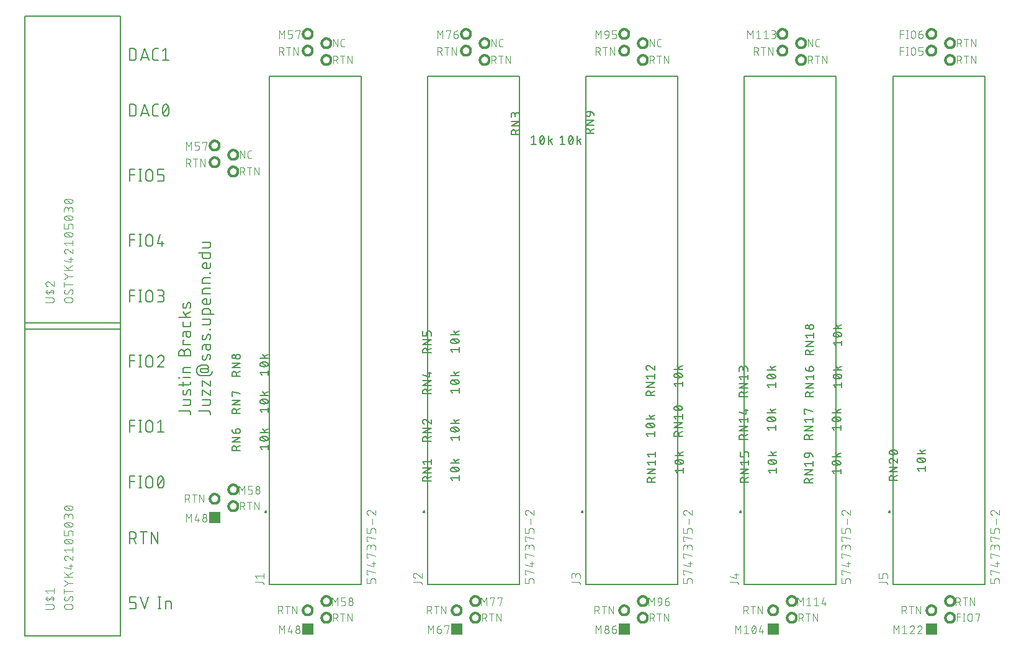
<source format=gbr>
G04 EAGLE Gerber RS-274X export*
G75*
%MOMM*%
%FSLAX34Y34*%
%LPD*%
%INSilkscreen Top*%
%IPPOS*%
%AMOC8*
5,1,8,0,0,1.08239X$1,22.5*%
G01*
%ADD10C,0.152400*%
%ADD11C,0.101600*%
%ADD12C,0.304800*%
%ADD13R,1.524000X1.524000*%
%ADD14C,0.127000*%
%ADD15C,0.200000*%


D10*
X-138938Y762D02*
X-133519Y762D01*
X-133401Y764D01*
X-133283Y770D01*
X-133165Y779D01*
X-133048Y793D01*
X-132931Y810D01*
X-132814Y831D01*
X-132699Y856D01*
X-132584Y885D01*
X-132470Y918D01*
X-132358Y954D01*
X-132247Y994D01*
X-132137Y1037D01*
X-132028Y1084D01*
X-131921Y1134D01*
X-131816Y1189D01*
X-131713Y1246D01*
X-131612Y1307D01*
X-131512Y1371D01*
X-131415Y1438D01*
X-131320Y1508D01*
X-131228Y1582D01*
X-131137Y1658D01*
X-131050Y1738D01*
X-130965Y1820D01*
X-130883Y1905D01*
X-130803Y1992D01*
X-130727Y2083D01*
X-130653Y2175D01*
X-130583Y2270D01*
X-130516Y2367D01*
X-130452Y2467D01*
X-130391Y2568D01*
X-130334Y2671D01*
X-130279Y2776D01*
X-130229Y2883D01*
X-130182Y2992D01*
X-130139Y3102D01*
X-130099Y3213D01*
X-130063Y3325D01*
X-130030Y3439D01*
X-130001Y3554D01*
X-129976Y3669D01*
X-129955Y3786D01*
X-129938Y3903D01*
X-129924Y4020D01*
X-129915Y4138D01*
X-129909Y4256D01*
X-129907Y4374D01*
X-129907Y6181D01*
X-129909Y6299D01*
X-129915Y6417D01*
X-129924Y6535D01*
X-129938Y6652D01*
X-129955Y6769D01*
X-129976Y6886D01*
X-130001Y7001D01*
X-130030Y7116D01*
X-130063Y7230D01*
X-130099Y7342D01*
X-130139Y7453D01*
X-130182Y7563D01*
X-130229Y7672D01*
X-130279Y7779D01*
X-130334Y7884D01*
X-130391Y7987D01*
X-130452Y8088D01*
X-130516Y8188D01*
X-130583Y8285D01*
X-130653Y8380D01*
X-130727Y8472D01*
X-130803Y8563D01*
X-130883Y8650D01*
X-130965Y8735D01*
X-131050Y8817D01*
X-131137Y8897D01*
X-131228Y8973D01*
X-131320Y9047D01*
X-131415Y9117D01*
X-131512Y9184D01*
X-131612Y9248D01*
X-131713Y9309D01*
X-131816Y9366D01*
X-131921Y9421D01*
X-132028Y9471D01*
X-132137Y9518D01*
X-132247Y9561D01*
X-132358Y9601D01*
X-132470Y9637D01*
X-132584Y9670D01*
X-132699Y9699D01*
X-132814Y9724D01*
X-132931Y9745D01*
X-133048Y9762D01*
X-133165Y9776D01*
X-133283Y9785D01*
X-133401Y9791D01*
X-133519Y9793D01*
X-138938Y9793D01*
X-138938Y17018D01*
X-129907Y17018D01*
X-124210Y17018D02*
X-118791Y762D01*
X-113373Y17018D01*
X-97950Y17018D02*
X-97950Y762D01*
X-99756Y762D02*
X-96143Y762D01*
X-96143Y17018D02*
X-99756Y17018D01*
X-89578Y11599D02*
X-89578Y762D01*
X-89578Y11599D02*
X-85063Y11599D01*
X-84959Y11597D01*
X-84856Y11591D01*
X-84752Y11581D01*
X-84649Y11567D01*
X-84547Y11549D01*
X-84446Y11528D01*
X-84345Y11502D01*
X-84246Y11473D01*
X-84147Y11440D01*
X-84050Y11403D01*
X-83955Y11362D01*
X-83861Y11318D01*
X-83769Y11270D01*
X-83679Y11219D01*
X-83590Y11164D01*
X-83504Y11106D01*
X-83421Y11044D01*
X-83339Y10980D01*
X-83261Y10912D01*
X-83185Y10842D01*
X-83111Y10769D01*
X-83041Y10692D01*
X-82973Y10614D01*
X-82909Y10532D01*
X-82847Y10449D01*
X-82789Y10363D01*
X-82734Y10274D01*
X-82683Y10184D01*
X-82635Y10092D01*
X-82591Y9998D01*
X-82550Y9903D01*
X-82513Y9806D01*
X-82480Y9707D01*
X-82451Y9608D01*
X-82425Y9507D01*
X-82404Y9406D01*
X-82386Y9304D01*
X-82372Y9201D01*
X-82362Y9097D01*
X-82356Y8994D01*
X-82354Y8890D01*
X-82353Y8890D02*
X-82353Y762D01*
X-138938Y89662D02*
X-138938Y105918D01*
X-134422Y105918D01*
X-134289Y105916D01*
X-134157Y105910D01*
X-134025Y105900D01*
X-133893Y105887D01*
X-133761Y105869D01*
X-133631Y105848D01*
X-133500Y105823D01*
X-133371Y105794D01*
X-133243Y105761D01*
X-133115Y105725D01*
X-132989Y105685D01*
X-132864Y105641D01*
X-132740Y105593D01*
X-132618Y105542D01*
X-132497Y105487D01*
X-132378Y105429D01*
X-132260Y105367D01*
X-132145Y105302D01*
X-132031Y105233D01*
X-131920Y105162D01*
X-131811Y105086D01*
X-131704Y105008D01*
X-131599Y104927D01*
X-131497Y104842D01*
X-131397Y104755D01*
X-131300Y104665D01*
X-131205Y104572D01*
X-131114Y104476D01*
X-131025Y104378D01*
X-130939Y104277D01*
X-130856Y104173D01*
X-130776Y104067D01*
X-130700Y103959D01*
X-130626Y103849D01*
X-130556Y103736D01*
X-130489Y103622D01*
X-130426Y103505D01*
X-130366Y103387D01*
X-130309Y103267D01*
X-130256Y103145D01*
X-130207Y103022D01*
X-130161Y102898D01*
X-130119Y102772D01*
X-130081Y102645D01*
X-130046Y102517D01*
X-130015Y102388D01*
X-129988Y102259D01*
X-129965Y102128D01*
X-129945Y101997D01*
X-129930Y101865D01*
X-129918Y101733D01*
X-129910Y101601D01*
X-129906Y101468D01*
X-129906Y101336D01*
X-129910Y101203D01*
X-129918Y101071D01*
X-129930Y100939D01*
X-129945Y100807D01*
X-129965Y100676D01*
X-129988Y100545D01*
X-130015Y100416D01*
X-130046Y100287D01*
X-130081Y100159D01*
X-130119Y100032D01*
X-130161Y99906D01*
X-130207Y99782D01*
X-130256Y99659D01*
X-130309Y99537D01*
X-130366Y99417D01*
X-130426Y99299D01*
X-130489Y99182D01*
X-130556Y99068D01*
X-130626Y98955D01*
X-130700Y98845D01*
X-130776Y98737D01*
X-130856Y98631D01*
X-130939Y98527D01*
X-131025Y98426D01*
X-131114Y98328D01*
X-131205Y98232D01*
X-131300Y98139D01*
X-131397Y98049D01*
X-131497Y97962D01*
X-131599Y97877D01*
X-131704Y97796D01*
X-131811Y97718D01*
X-131920Y97642D01*
X-132031Y97571D01*
X-132145Y97502D01*
X-132260Y97437D01*
X-132378Y97375D01*
X-132497Y97317D01*
X-132618Y97262D01*
X-132740Y97211D01*
X-132864Y97163D01*
X-132989Y97119D01*
X-133115Y97079D01*
X-133243Y97043D01*
X-133371Y97010D01*
X-133500Y96981D01*
X-133631Y96956D01*
X-133761Y96935D01*
X-133893Y96917D01*
X-134025Y96904D01*
X-134157Y96894D01*
X-134289Y96888D01*
X-134422Y96886D01*
X-134422Y96887D02*
X-138938Y96887D01*
X-133519Y96887D02*
X-129907Y89662D01*
X-119925Y89662D02*
X-119925Y105918D01*
X-124440Y105918D02*
X-115409Y105918D01*
X-109330Y105918D02*
X-109330Y89662D01*
X-100299Y89662D02*
X-109330Y105918D01*
X-100299Y105918D02*
X-100299Y89662D01*
X-138938Y165862D02*
X-138938Y182118D01*
X-131713Y182118D01*
X-131713Y174893D02*
X-138938Y174893D01*
X-124553Y182118D02*
X-124553Y165862D01*
X-126359Y165862D02*
X-122746Y165862D01*
X-122746Y182118D02*
X-126359Y182118D01*
X-116563Y177602D02*
X-116563Y170378D01*
X-116564Y177602D02*
X-116562Y177735D01*
X-116556Y177867D01*
X-116546Y177999D01*
X-116533Y178131D01*
X-116515Y178263D01*
X-116494Y178393D01*
X-116469Y178524D01*
X-116440Y178653D01*
X-116407Y178781D01*
X-116371Y178909D01*
X-116331Y179035D01*
X-116287Y179160D01*
X-116239Y179284D01*
X-116188Y179406D01*
X-116133Y179527D01*
X-116075Y179646D01*
X-116013Y179764D01*
X-115948Y179879D01*
X-115879Y179993D01*
X-115808Y180104D01*
X-115732Y180213D01*
X-115654Y180320D01*
X-115573Y180425D01*
X-115488Y180527D01*
X-115401Y180627D01*
X-115311Y180724D01*
X-115218Y180819D01*
X-115122Y180910D01*
X-115024Y180999D01*
X-114923Y181085D01*
X-114819Y181168D01*
X-114713Y181248D01*
X-114605Y181324D01*
X-114495Y181398D01*
X-114382Y181468D01*
X-114268Y181535D01*
X-114151Y181598D01*
X-114033Y181658D01*
X-113913Y181715D01*
X-113791Y181768D01*
X-113668Y181817D01*
X-113544Y181863D01*
X-113418Y181905D01*
X-113291Y181943D01*
X-113163Y181978D01*
X-113034Y182009D01*
X-112905Y182036D01*
X-112774Y182059D01*
X-112643Y182079D01*
X-112511Y182094D01*
X-112379Y182106D01*
X-112247Y182114D01*
X-112114Y182118D01*
X-111982Y182118D01*
X-111849Y182114D01*
X-111717Y182106D01*
X-111585Y182094D01*
X-111453Y182079D01*
X-111322Y182059D01*
X-111191Y182036D01*
X-111062Y182009D01*
X-110933Y181978D01*
X-110805Y181943D01*
X-110678Y181905D01*
X-110552Y181863D01*
X-110428Y181817D01*
X-110305Y181768D01*
X-110183Y181715D01*
X-110063Y181658D01*
X-109945Y181598D01*
X-109828Y181535D01*
X-109714Y181468D01*
X-109601Y181398D01*
X-109491Y181324D01*
X-109383Y181248D01*
X-109277Y181168D01*
X-109173Y181085D01*
X-109072Y180999D01*
X-108974Y180910D01*
X-108878Y180819D01*
X-108785Y180724D01*
X-108695Y180627D01*
X-108608Y180527D01*
X-108523Y180425D01*
X-108442Y180320D01*
X-108364Y180213D01*
X-108288Y180104D01*
X-108217Y179993D01*
X-108148Y179879D01*
X-108083Y179764D01*
X-108021Y179646D01*
X-107963Y179527D01*
X-107908Y179406D01*
X-107857Y179284D01*
X-107809Y179160D01*
X-107765Y179035D01*
X-107725Y178909D01*
X-107689Y178781D01*
X-107656Y178653D01*
X-107627Y178524D01*
X-107602Y178393D01*
X-107581Y178263D01*
X-107563Y178131D01*
X-107550Y177999D01*
X-107540Y177867D01*
X-107534Y177735D01*
X-107532Y177602D01*
X-107532Y170378D01*
X-107534Y170245D01*
X-107540Y170113D01*
X-107550Y169981D01*
X-107563Y169849D01*
X-107581Y169717D01*
X-107602Y169587D01*
X-107627Y169456D01*
X-107656Y169327D01*
X-107689Y169199D01*
X-107725Y169071D01*
X-107765Y168945D01*
X-107809Y168820D01*
X-107857Y168696D01*
X-107908Y168574D01*
X-107963Y168453D01*
X-108021Y168334D01*
X-108083Y168216D01*
X-108148Y168101D01*
X-108217Y167987D01*
X-108288Y167876D01*
X-108364Y167767D01*
X-108442Y167660D01*
X-108523Y167555D01*
X-108608Y167453D01*
X-108695Y167353D01*
X-108785Y167256D01*
X-108878Y167161D01*
X-108974Y167070D01*
X-109072Y166981D01*
X-109173Y166895D01*
X-109277Y166812D01*
X-109383Y166732D01*
X-109491Y166656D01*
X-109601Y166582D01*
X-109714Y166512D01*
X-109828Y166445D01*
X-109945Y166382D01*
X-110063Y166322D01*
X-110183Y166265D01*
X-110305Y166212D01*
X-110428Y166163D01*
X-110552Y166117D01*
X-110678Y166075D01*
X-110805Y166037D01*
X-110933Y166002D01*
X-111062Y165971D01*
X-111191Y165944D01*
X-111322Y165921D01*
X-111453Y165901D01*
X-111585Y165886D01*
X-111717Y165874D01*
X-111849Y165866D01*
X-111982Y165862D01*
X-112114Y165862D01*
X-112247Y165866D01*
X-112379Y165874D01*
X-112511Y165886D01*
X-112643Y165901D01*
X-112774Y165921D01*
X-112905Y165944D01*
X-113034Y165971D01*
X-113163Y166002D01*
X-113291Y166037D01*
X-113418Y166075D01*
X-113544Y166117D01*
X-113668Y166163D01*
X-113791Y166212D01*
X-113913Y166265D01*
X-114033Y166322D01*
X-114151Y166382D01*
X-114268Y166445D01*
X-114382Y166512D01*
X-114495Y166582D01*
X-114605Y166656D01*
X-114713Y166732D01*
X-114819Y166812D01*
X-114923Y166895D01*
X-115024Y166981D01*
X-115122Y167070D01*
X-115218Y167161D01*
X-115311Y167256D01*
X-115401Y167353D01*
X-115488Y167453D01*
X-115573Y167555D01*
X-115654Y167660D01*
X-115732Y167767D01*
X-115808Y167876D01*
X-115879Y167987D01*
X-115948Y168101D01*
X-116013Y168216D01*
X-116075Y168334D01*
X-116133Y168453D01*
X-116188Y168574D01*
X-116239Y168696D01*
X-116287Y168820D01*
X-116331Y168945D01*
X-116371Y169071D01*
X-116407Y169199D01*
X-116440Y169327D01*
X-116469Y169456D01*
X-116494Y169587D01*
X-116515Y169717D01*
X-116533Y169849D01*
X-116546Y169981D01*
X-116556Y170113D01*
X-116562Y170245D01*
X-116564Y170378D01*
X-100932Y173990D02*
X-100928Y174310D01*
X-100917Y174629D01*
X-100898Y174949D01*
X-100871Y175267D01*
X-100837Y175585D01*
X-100795Y175902D01*
X-100745Y176218D01*
X-100688Y176533D01*
X-100624Y176846D01*
X-100552Y177158D01*
X-100473Y177468D01*
X-100386Y177775D01*
X-100292Y178081D01*
X-100191Y178384D01*
X-100082Y178685D01*
X-99967Y178983D01*
X-99844Y179279D01*
X-99714Y179571D01*
X-99577Y179860D01*
X-99577Y179861D02*
X-99538Y179969D01*
X-99495Y180076D01*
X-99449Y180181D01*
X-99398Y180285D01*
X-99345Y180387D01*
X-99288Y180487D01*
X-99227Y180585D01*
X-99163Y180680D01*
X-99096Y180774D01*
X-99025Y180865D01*
X-98952Y180954D01*
X-98875Y181040D01*
X-98796Y181123D01*
X-98714Y181204D01*
X-98629Y181282D01*
X-98541Y181356D01*
X-98451Y181428D01*
X-98359Y181496D01*
X-98264Y181562D01*
X-98167Y181624D01*
X-98068Y181682D01*
X-97966Y181738D01*
X-97864Y181789D01*
X-97759Y181837D01*
X-97653Y181882D01*
X-97545Y181923D01*
X-97436Y181960D01*
X-97326Y181993D01*
X-97214Y182022D01*
X-97102Y182048D01*
X-96989Y182070D01*
X-96875Y182087D01*
X-96761Y182101D01*
X-96646Y182111D01*
X-96531Y182117D01*
X-96416Y182119D01*
X-96416Y182118D02*
X-96301Y182116D01*
X-96186Y182110D01*
X-96071Y182100D01*
X-95957Y182086D01*
X-95843Y182069D01*
X-95730Y182047D01*
X-95618Y182021D01*
X-95506Y181992D01*
X-95396Y181959D01*
X-95287Y181922D01*
X-95179Y181881D01*
X-95073Y181836D01*
X-94969Y181788D01*
X-94866Y181737D01*
X-94765Y181681D01*
X-94665Y181623D01*
X-94568Y181561D01*
X-94474Y181496D01*
X-94381Y181427D01*
X-94291Y181355D01*
X-94203Y181281D01*
X-94118Y181203D01*
X-94036Y181122D01*
X-93957Y181039D01*
X-93880Y180953D01*
X-93807Y180864D01*
X-93736Y180773D01*
X-93669Y180679D01*
X-93605Y180584D01*
X-93544Y180486D01*
X-93487Y180386D01*
X-93434Y180284D01*
X-93383Y180180D01*
X-93337Y180075D01*
X-93294Y179968D01*
X-93255Y179860D01*
X-93256Y179860D02*
X-93119Y179571D01*
X-92989Y179279D01*
X-92866Y178983D01*
X-92751Y178685D01*
X-92642Y178384D01*
X-92541Y178081D01*
X-92447Y177775D01*
X-92360Y177468D01*
X-92281Y177158D01*
X-92209Y176846D01*
X-92145Y176533D01*
X-92088Y176218D01*
X-92038Y175902D01*
X-91996Y175585D01*
X-91962Y175267D01*
X-91935Y174949D01*
X-91916Y174629D01*
X-91905Y174310D01*
X-91901Y173990D01*
X-100932Y173990D02*
X-100928Y173670D01*
X-100917Y173351D01*
X-100898Y173031D01*
X-100871Y172713D01*
X-100837Y172395D01*
X-100795Y172078D01*
X-100745Y171762D01*
X-100688Y171447D01*
X-100624Y171134D01*
X-100552Y170822D01*
X-100473Y170512D01*
X-100386Y170205D01*
X-100292Y169899D01*
X-100191Y169596D01*
X-100082Y169295D01*
X-99967Y168997D01*
X-99844Y168701D01*
X-99714Y168409D01*
X-99577Y168120D01*
X-99538Y168012D01*
X-99495Y167905D01*
X-99449Y167800D01*
X-99398Y167696D01*
X-99345Y167594D01*
X-99288Y167494D01*
X-99227Y167396D01*
X-99163Y167301D01*
X-99096Y167207D01*
X-99025Y167116D01*
X-98952Y167027D01*
X-98875Y166941D01*
X-98796Y166858D01*
X-98714Y166777D01*
X-98629Y166699D01*
X-98541Y166625D01*
X-98451Y166553D01*
X-98358Y166484D01*
X-98264Y166419D01*
X-98167Y166357D01*
X-98067Y166299D01*
X-97966Y166243D01*
X-97864Y166192D01*
X-97759Y166144D01*
X-97653Y166099D01*
X-97545Y166058D01*
X-97436Y166021D01*
X-97326Y165988D01*
X-97214Y165959D01*
X-97102Y165933D01*
X-96989Y165911D01*
X-96875Y165894D01*
X-96761Y165880D01*
X-96646Y165870D01*
X-96531Y165864D01*
X-96416Y165862D01*
X-93256Y168120D02*
X-93119Y168409D01*
X-92989Y168701D01*
X-92866Y168997D01*
X-92751Y169295D01*
X-92642Y169596D01*
X-92541Y169899D01*
X-92447Y170205D01*
X-92360Y170512D01*
X-92281Y170822D01*
X-92209Y171134D01*
X-92145Y171447D01*
X-92088Y171762D01*
X-92038Y172078D01*
X-91996Y172395D01*
X-91962Y172713D01*
X-91935Y173031D01*
X-91916Y173351D01*
X-91905Y173670D01*
X-91901Y173990D01*
X-93255Y168120D02*
X-93294Y168012D01*
X-93337Y167905D01*
X-93383Y167800D01*
X-93434Y167696D01*
X-93487Y167594D01*
X-93545Y167494D01*
X-93605Y167396D01*
X-93669Y167301D01*
X-93736Y167207D01*
X-93807Y167116D01*
X-93880Y167027D01*
X-93957Y166941D01*
X-94036Y166858D01*
X-94118Y166777D01*
X-94203Y166699D01*
X-94291Y166625D01*
X-94381Y166553D01*
X-94474Y166484D01*
X-94568Y166419D01*
X-94665Y166357D01*
X-94765Y166299D01*
X-94866Y166243D01*
X-94969Y166192D01*
X-95073Y166144D01*
X-95179Y166099D01*
X-95287Y166058D01*
X-95396Y166021D01*
X-95506Y165988D01*
X-95618Y165959D01*
X-95730Y165933D01*
X-95843Y165911D01*
X-95957Y165894D01*
X-96071Y165880D01*
X-96186Y165870D01*
X-96301Y165864D01*
X-96416Y165862D01*
X-100029Y169474D02*
X-92804Y178506D01*
X-138938Y242062D02*
X-138938Y258318D01*
X-131713Y258318D01*
X-131713Y251093D02*
X-138938Y251093D01*
X-124553Y258318D02*
X-124553Y242062D01*
X-126359Y242062D02*
X-122746Y242062D01*
X-122746Y258318D02*
X-126359Y258318D01*
X-116563Y253802D02*
X-116563Y246578D01*
X-116564Y253802D02*
X-116562Y253935D01*
X-116556Y254067D01*
X-116546Y254199D01*
X-116533Y254331D01*
X-116515Y254463D01*
X-116494Y254593D01*
X-116469Y254724D01*
X-116440Y254853D01*
X-116407Y254981D01*
X-116371Y255109D01*
X-116331Y255235D01*
X-116287Y255360D01*
X-116239Y255484D01*
X-116188Y255606D01*
X-116133Y255727D01*
X-116075Y255846D01*
X-116013Y255964D01*
X-115948Y256079D01*
X-115879Y256193D01*
X-115808Y256304D01*
X-115732Y256413D01*
X-115654Y256520D01*
X-115573Y256625D01*
X-115488Y256727D01*
X-115401Y256827D01*
X-115311Y256924D01*
X-115218Y257019D01*
X-115122Y257110D01*
X-115024Y257199D01*
X-114923Y257285D01*
X-114819Y257368D01*
X-114713Y257448D01*
X-114605Y257524D01*
X-114495Y257598D01*
X-114382Y257668D01*
X-114268Y257735D01*
X-114151Y257798D01*
X-114033Y257858D01*
X-113913Y257915D01*
X-113791Y257968D01*
X-113668Y258017D01*
X-113544Y258063D01*
X-113418Y258105D01*
X-113291Y258143D01*
X-113163Y258178D01*
X-113034Y258209D01*
X-112905Y258236D01*
X-112774Y258259D01*
X-112643Y258279D01*
X-112511Y258294D01*
X-112379Y258306D01*
X-112247Y258314D01*
X-112114Y258318D01*
X-111982Y258318D01*
X-111849Y258314D01*
X-111717Y258306D01*
X-111585Y258294D01*
X-111453Y258279D01*
X-111322Y258259D01*
X-111191Y258236D01*
X-111062Y258209D01*
X-110933Y258178D01*
X-110805Y258143D01*
X-110678Y258105D01*
X-110552Y258063D01*
X-110428Y258017D01*
X-110305Y257968D01*
X-110183Y257915D01*
X-110063Y257858D01*
X-109945Y257798D01*
X-109828Y257735D01*
X-109714Y257668D01*
X-109601Y257598D01*
X-109491Y257524D01*
X-109383Y257448D01*
X-109277Y257368D01*
X-109173Y257285D01*
X-109072Y257199D01*
X-108974Y257110D01*
X-108878Y257019D01*
X-108785Y256924D01*
X-108695Y256827D01*
X-108608Y256727D01*
X-108523Y256625D01*
X-108442Y256520D01*
X-108364Y256413D01*
X-108288Y256304D01*
X-108217Y256193D01*
X-108148Y256079D01*
X-108083Y255964D01*
X-108021Y255846D01*
X-107963Y255727D01*
X-107908Y255606D01*
X-107857Y255484D01*
X-107809Y255360D01*
X-107765Y255235D01*
X-107725Y255109D01*
X-107689Y254981D01*
X-107656Y254853D01*
X-107627Y254724D01*
X-107602Y254593D01*
X-107581Y254463D01*
X-107563Y254331D01*
X-107550Y254199D01*
X-107540Y254067D01*
X-107534Y253935D01*
X-107532Y253802D01*
X-107532Y246578D01*
X-107534Y246445D01*
X-107540Y246313D01*
X-107550Y246181D01*
X-107563Y246049D01*
X-107581Y245917D01*
X-107602Y245787D01*
X-107627Y245656D01*
X-107656Y245527D01*
X-107689Y245399D01*
X-107725Y245271D01*
X-107765Y245145D01*
X-107809Y245020D01*
X-107857Y244896D01*
X-107908Y244774D01*
X-107963Y244653D01*
X-108021Y244534D01*
X-108083Y244416D01*
X-108148Y244301D01*
X-108217Y244187D01*
X-108288Y244076D01*
X-108364Y243967D01*
X-108442Y243860D01*
X-108523Y243755D01*
X-108608Y243653D01*
X-108695Y243553D01*
X-108785Y243456D01*
X-108878Y243361D01*
X-108974Y243270D01*
X-109072Y243181D01*
X-109173Y243095D01*
X-109277Y243012D01*
X-109383Y242932D01*
X-109491Y242856D01*
X-109601Y242782D01*
X-109714Y242712D01*
X-109828Y242645D01*
X-109945Y242582D01*
X-110063Y242522D01*
X-110183Y242465D01*
X-110305Y242412D01*
X-110428Y242363D01*
X-110552Y242317D01*
X-110678Y242275D01*
X-110805Y242237D01*
X-110933Y242202D01*
X-111062Y242171D01*
X-111191Y242144D01*
X-111322Y242121D01*
X-111453Y242101D01*
X-111585Y242086D01*
X-111717Y242074D01*
X-111849Y242066D01*
X-111982Y242062D01*
X-112114Y242062D01*
X-112247Y242066D01*
X-112379Y242074D01*
X-112511Y242086D01*
X-112643Y242101D01*
X-112774Y242121D01*
X-112905Y242144D01*
X-113034Y242171D01*
X-113163Y242202D01*
X-113291Y242237D01*
X-113418Y242275D01*
X-113544Y242317D01*
X-113668Y242363D01*
X-113791Y242412D01*
X-113913Y242465D01*
X-114033Y242522D01*
X-114151Y242582D01*
X-114268Y242645D01*
X-114382Y242712D01*
X-114495Y242782D01*
X-114605Y242856D01*
X-114713Y242932D01*
X-114819Y243012D01*
X-114923Y243095D01*
X-115024Y243181D01*
X-115122Y243270D01*
X-115218Y243361D01*
X-115311Y243456D01*
X-115401Y243553D01*
X-115488Y243653D01*
X-115573Y243755D01*
X-115654Y243860D01*
X-115732Y243967D01*
X-115808Y244076D01*
X-115879Y244187D01*
X-115948Y244301D01*
X-116013Y244416D01*
X-116075Y244534D01*
X-116133Y244653D01*
X-116188Y244774D01*
X-116239Y244896D01*
X-116287Y245020D01*
X-116331Y245145D01*
X-116371Y245271D01*
X-116407Y245399D01*
X-116440Y245527D01*
X-116469Y245656D01*
X-116494Y245787D01*
X-116515Y245917D01*
X-116533Y246049D01*
X-116546Y246181D01*
X-116556Y246313D01*
X-116562Y246445D01*
X-116564Y246578D01*
X-100932Y254706D02*
X-96416Y258318D01*
X-96416Y242062D01*
X-91901Y242062D02*
X-100932Y242062D01*
X-138938Y330962D02*
X-138938Y347218D01*
X-131713Y347218D01*
X-131713Y339993D02*
X-138938Y339993D01*
X-124553Y347218D02*
X-124553Y330962D01*
X-126359Y330962D02*
X-122746Y330962D01*
X-122746Y347218D02*
X-126359Y347218D01*
X-116563Y342702D02*
X-116563Y335478D01*
X-116564Y342702D02*
X-116562Y342835D01*
X-116556Y342967D01*
X-116546Y343099D01*
X-116533Y343231D01*
X-116515Y343363D01*
X-116494Y343493D01*
X-116469Y343624D01*
X-116440Y343753D01*
X-116407Y343881D01*
X-116371Y344009D01*
X-116331Y344135D01*
X-116287Y344260D01*
X-116239Y344384D01*
X-116188Y344506D01*
X-116133Y344627D01*
X-116075Y344746D01*
X-116013Y344864D01*
X-115948Y344979D01*
X-115879Y345093D01*
X-115808Y345204D01*
X-115732Y345313D01*
X-115654Y345420D01*
X-115573Y345525D01*
X-115488Y345627D01*
X-115401Y345727D01*
X-115311Y345824D01*
X-115218Y345919D01*
X-115122Y346010D01*
X-115024Y346099D01*
X-114923Y346185D01*
X-114819Y346268D01*
X-114713Y346348D01*
X-114605Y346424D01*
X-114495Y346498D01*
X-114382Y346568D01*
X-114268Y346635D01*
X-114151Y346698D01*
X-114033Y346758D01*
X-113913Y346815D01*
X-113791Y346868D01*
X-113668Y346917D01*
X-113544Y346963D01*
X-113418Y347005D01*
X-113291Y347043D01*
X-113163Y347078D01*
X-113034Y347109D01*
X-112905Y347136D01*
X-112774Y347159D01*
X-112643Y347179D01*
X-112511Y347194D01*
X-112379Y347206D01*
X-112247Y347214D01*
X-112114Y347218D01*
X-111982Y347218D01*
X-111849Y347214D01*
X-111717Y347206D01*
X-111585Y347194D01*
X-111453Y347179D01*
X-111322Y347159D01*
X-111191Y347136D01*
X-111062Y347109D01*
X-110933Y347078D01*
X-110805Y347043D01*
X-110678Y347005D01*
X-110552Y346963D01*
X-110428Y346917D01*
X-110305Y346868D01*
X-110183Y346815D01*
X-110063Y346758D01*
X-109945Y346698D01*
X-109828Y346635D01*
X-109714Y346568D01*
X-109601Y346498D01*
X-109491Y346424D01*
X-109383Y346348D01*
X-109277Y346268D01*
X-109173Y346185D01*
X-109072Y346099D01*
X-108974Y346010D01*
X-108878Y345919D01*
X-108785Y345824D01*
X-108695Y345727D01*
X-108608Y345627D01*
X-108523Y345525D01*
X-108442Y345420D01*
X-108364Y345313D01*
X-108288Y345204D01*
X-108217Y345093D01*
X-108148Y344979D01*
X-108083Y344864D01*
X-108021Y344746D01*
X-107963Y344627D01*
X-107908Y344506D01*
X-107857Y344384D01*
X-107809Y344260D01*
X-107765Y344135D01*
X-107725Y344009D01*
X-107689Y343881D01*
X-107656Y343753D01*
X-107627Y343624D01*
X-107602Y343493D01*
X-107581Y343363D01*
X-107563Y343231D01*
X-107550Y343099D01*
X-107540Y342967D01*
X-107534Y342835D01*
X-107532Y342702D01*
X-107532Y335478D01*
X-107534Y335345D01*
X-107540Y335213D01*
X-107550Y335081D01*
X-107563Y334949D01*
X-107581Y334817D01*
X-107602Y334687D01*
X-107627Y334556D01*
X-107656Y334427D01*
X-107689Y334299D01*
X-107725Y334171D01*
X-107765Y334045D01*
X-107809Y333920D01*
X-107857Y333796D01*
X-107908Y333674D01*
X-107963Y333553D01*
X-108021Y333434D01*
X-108083Y333316D01*
X-108148Y333201D01*
X-108217Y333087D01*
X-108288Y332976D01*
X-108364Y332867D01*
X-108442Y332760D01*
X-108523Y332655D01*
X-108608Y332553D01*
X-108695Y332453D01*
X-108785Y332356D01*
X-108878Y332261D01*
X-108974Y332170D01*
X-109072Y332081D01*
X-109173Y331995D01*
X-109277Y331912D01*
X-109383Y331832D01*
X-109491Y331756D01*
X-109601Y331682D01*
X-109714Y331612D01*
X-109828Y331545D01*
X-109945Y331482D01*
X-110063Y331422D01*
X-110183Y331365D01*
X-110305Y331312D01*
X-110428Y331263D01*
X-110552Y331217D01*
X-110678Y331175D01*
X-110805Y331137D01*
X-110933Y331102D01*
X-111062Y331071D01*
X-111191Y331044D01*
X-111322Y331021D01*
X-111453Y331001D01*
X-111585Y330986D01*
X-111717Y330974D01*
X-111849Y330966D01*
X-111982Y330962D01*
X-112114Y330962D01*
X-112247Y330966D01*
X-112379Y330974D01*
X-112511Y330986D01*
X-112643Y331001D01*
X-112774Y331021D01*
X-112905Y331044D01*
X-113034Y331071D01*
X-113163Y331102D01*
X-113291Y331137D01*
X-113418Y331175D01*
X-113544Y331217D01*
X-113668Y331263D01*
X-113791Y331312D01*
X-113913Y331365D01*
X-114033Y331422D01*
X-114151Y331482D01*
X-114268Y331545D01*
X-114382Y331612D01*
X-114495Y331682D01*
X-114605Y331756D01*
X-114713Y331832D01*
X-114819Y331912D01*
X-114923Y331995D01*
X-115024Y332081D01*
X-115122Y332170D01*
X-115218Y332261D01*
X-115311Y332356D01*
X-115401Y332453D01*
X-115488Y332553D01*
X-115573Y332655D01*
X-115654Y332760D01*
X-115732Y332867D01*
X-115808Y332976D01*
X-115879Y333087D01*
X-115948Y333201D01*
X-116013Y333316D01*
X-116075Y333434D01*
X-116133Y333553D01*
X-116188Y333674D01*
X-116239Y333796D01*
X-116287Y333920D01*
X-116331Y334045D01*
X-116371Y334171D01*
X-116407Y334299D01*
X-116440Y334427D01*
X-116469Y334556D01*
X-116494Y334687D01*
X-116515Y334817D01*
X-116533Y334949D01*
X-116546Y335081D01*
X-116556Y335213D01*
X-116562Y335345D01*
X-116564Y335478D01*
X-95965Y347218D02*
X-95840Y347216D01*
X-95715Y347210D01*
X-95590Y347201D01*
X-95466Y347187D01*
X-95342Y347170D01*
X-95218Y347149D01*
X-95096Y347124D01*
X-94974Y347095D01*
X-94853Y347063D01*
X-94733Y347027D01*
X-94614Y346987D01*
X-94497Y346944D01*
X-94381Y346897D01*
X-94266Y346846D01*
X-94154Y346792D01*
X-94042Y346734D01*
X-93933Y346674D01*
X-93826Y346609D01*
X-93720Y346542D01*
X-93617Y346471D01*
X-93516Y346397D01*
X-93417Y346320D01*
X-93321Y346240D01*
X-93227Y346157D01*
X-93136Y346072D01*
X-93047Y345983D01*
X-92962Y345892D01*
X-92879Y345798D01*
X-92799Y345702D01*
X-92722Y345603D01*
X-92648Y345502D01*
X-92577Y345399D01*
X-92510Y345293D01*
X-92445Y345186D01*
X-92385Y345077D01*
X-92327Y344965D01*
X-92273Y344853D01*
X-92222Y344738D01*
X-92175Y344622D01*
X-92132Y344505D01*
X-92092Y344386D01*
X-92056Y344266D01*
X-92024Y344145D01*
X-91995Y344023D01*
X-91970Y343901D01*
X-91949Y343777D01*
X-91932Y343653D01*
X-91918Y343529D01*
X-91909Y343404D01*
X-91903Y343279D01*
X-91901Y343154D01*
X-95965Y347218D02*
X-96108Y347216D01*
X-96250Y347210D01*
X-96393Y347200D01*
X-96535Y347187D01*
X-96676Y347169D01*
X-96818Y347148D01*
X-96958Y347123D01*
X-97098Y347094D01*
X-97237Y347061D01*
X-97375Y347024D01*
X-97512Y346984D01*
X-97647Y346940D01*
X-97782Y346892D01*
X-97915Y346840D01*
X-98047Y346785D01*
X-98177Y346726D01*
X-98305Y346664D01*
X-98432Y346598D01*
X-98557Y346529D01*
X-98680Y346457D01*
X-98801Y346381D01*
X-98919Y346302D01*
X-99036Y346219D01*
X-99150Y346134D01*
X-99262Y346045D01*
X-99371Y345954D01*
X-99478Y345859D01*
X-99583Y345762D01*
X-99684Y345661D01*
X-99783Y345558D01*
X-99879Y345453D01*
X-99972Y345344D01*
X-100062Y345233D01*
X-100149Y345120D01*
X-100233Y345005D01*
X-100313Y344887D01*
X-100391Y344767D01*
X-100465Y344645D01*
X-100535Y344521D01*
X-100603Y344395D01*
X-100666Y344267D01*
X-100727Y344138D01*
X-100784Y344007D01*
X-100837Y343875D01*
X-100886Y343741D01*
X-100932Y343606D01*
X-93256Y339993D02*
X-93162Y340085D01*
X-93072Y340179D01*
X-92984Y340276D01*
X-92899Y340376D01*
X-92817Y340478D01*
X-92738Y340583D01*
X-92663Y340690D01*
X-92591Y340799D01*
X-92522Y340910D01*
X-92456Y341024D01*
X-92394Y341139D01*
X-92335Y341256D01*
X-92280Y341375D01*
X-92229Y341495D01*
X-92181Y341617D01*
X-92136Y341740D01*
X-92096Y341864D01*
X-92059Y341990D01*
X-92026Y342117D01*
X-91997Y342244D01*
X-91971Y342373D01*
X-91950Y342502D01*
X-91932Y342632D01*
X-91919Y342762D01*
X-91909Y342892D01*
X-91903Y343023D01*
X-91901Y343154D01*
X-93255Y339993D02*
X-100932Y330962D01*
X-91901Y330962D01*
X-138938Y419862D02*
X-138938Y436118D01*
X-131713Y436118D01*
X-131713Y428893D02*
X-138938Y428893D01*
X-124553Y436118D02*
X-124553Y419862D01*
X-126359Y419862D02*
X-122746Y419862D01*
X-122746Y436118D02*
X-126359Y436118D01*
X-116563Y431602D02*
X-116563Y424378D01*
X-116564Y431602D02*
X-116562Y431735D01*
X-116556Y431867D01*
X-116546Y431999D01*
X-116533Y432131D01*
X-116515Y432263D01*
X-116494Y432393D01*
X-116469Y432524D01*
X-116440Y432653D01*
X-116407Y432781D01*
X-116371Y432909D01*
X-116331Y433035D01*
X-116287Y433160D01*
X-116239Y433284D01*
X-116188Y433406D01*
X-116133Y433527D01*
X-116075Y433646D01*
X-116013Y433764D01*
X-115948Y433879D01*
X-115879Y433993D01*
X-115808Y434104D01*
X-115732Y434213D01*
X-115654Y434320D01*
X-115573Y434425D01*
X-115488Y434527D01*
X-115401Y434627D01*
X-115311Y434724D01*
X-115218Y434819D01*
X-115122Y434910D01*
X-115024Y434999D01*
X-114923Y435085D01*
X-114819Y435168D01*
X-114713Y435248D01*
X-114605Y435324D01*
X-114495Y435398D01*
X-114382Y435468D01*
X-114268Y435535D01*
X-114151Y435598D01*
X-114033Y435658D01*
X-113913Y435715D01*
X-113791Y435768D01*
X-113668Y435817D01*
X-113544Y435863D01*
X-113418Y435905D01*
X-113291Y435943D01*
X-113163Y435978D01*
X-113034Y436009D01*
X-112905Y436036D01*
X-112774Y436059D01*
X-112643Y436079D01*
X-112511Y436094D01*
X-112379Y436106D01*
X-112247Y436114D01*
X-112114Y436118D01*
X-111982Y436118D01*
X-111849Y436114D01*
X-111717Y436106D01*
X-111585Y436094D01*
X-111453Y436079D01*
X-111322Y436059D01*
X-111191Y436036D01*
X-111062Y436009D01*
X-110933Y435978D01*
X-110805Y435943D01*
X-110678Y435905D01*
X-110552Y435863D01*
X-110428Y435817D01*
X-110305Y435768D01*
X-110183Y435715D01*
X-110063Y435658D01*
X-109945Y435598D01*
X-109828Y435535D01*
X-109714Y435468D01*
X-109601Y435398D01*
X-109491Y435324D01*
X-109383Y435248D01*
X-109277Y435168D01*
X-109173Y435085D01*
X-109072Y434999D01*
X-108974Y434910D01*
X-108878Y434819D01*
X-108785Y434724D01*
X-108695Y434627D01*
X-108608Y434527D01*
X-108523Y434425D01*
X-108442Y434320D01*
X-108364Y434213D01*
X-108288Y434104D01*
X-108217Y433993D01*
X-108148Y433879D01*
X-108083Y433764D01*
X-108021Y433646D01*
X-107963Y433527D01*
X-107908Y433406D01*
X-107857Y433284D01*
X-107809Y433160D01*
X-107765Y433035D01*
X-107725Y432909D01*
X-107689Y432781D01*
X-107656Y432653D01*
X-107627Y432524D01*
X-107602Y432393D01*
X-107581Y432263D01*
X-107563Y432131D01*
X-107550Y431999D01*
X-107540Y431867D01*
X-107534Y431735D01*
X-107532Y431602D01*
X-107532Y424378D01*
X-107534Y424245D01*
X-107540Y424113D01*
X-107550Y423981D01*
X-107563Y423849D01*
X-107581Y423717D01*
X-107602Y423587D01*
X-107627Y423456D01*
X-107656Y423327D01*
X-107689Y423199D01*
X-107725Y423071D01*
X-107765Y422945D01*
X-107809Y422820D01*
X-107857Y422696D01*
X-107908Y422574D01*
X-107963Y422453D01*
X-108021Y422334D01*
X-108083Y422216D01*
X-108148Y422101D01*
X-108217Y421987D01*
X-108288Y421876D01*
X-108364Y421767D01*
X-108442Y421660D01*
X-108523Y421555D01*
X-108608Y421453D01*
X-108695Y421353D01*
X-108785Y421256D01*
X-108878Y421161D01*
X-108974Y421070D01*
X-109072Y420981D01*
X-109173Y420895D01*
X-109277Y420812D01*
X-109383Y420732D01*
X-109491Y420656D01*
X-109601Y420582D01*
X-109714Y420512D01*
X-109828Y420445D01*
X-109945Y420382D01*
X-110063Y420322D01*
X-110183Y420265D01*
X-110305Y420212D01*
X-110428Y420163D01*
X-110552Y420117D01*
X-110678Y420075D01*
X-110805Y420037D01*
X-110933Y420002D01*
X-111062Y419971D01*
X-111191Y419944D01*
X-111322Y419921D01*
X-111453Y419901D01*
X-111585Y419886D01*
X-111717Y419874D01*
X-111849Y419866D01*
X-111982Y419862D01*
X-112114Y419862D01*
X-112247Y419866D01*
X-112379Y419874D01*
X-112511Y419886D01*
X-112643Y419901D01*
X-112774Y419921D01*
X-112905Y419944D01*
X-113034Y419971D01*
X-113163Y420002D01*
X-113291Y420037D01*
X-113418Y420075D01*
X-113544Y420117D01*
X-113668Y420163D01*
X-113791Y420212D01*
X-113913Y420265D01*
X-114033Y420322D01*
X-114151Y420382D01*
X-114268Y420445D01*
X-114382Y420512D01*
X-114495Y420582D01*
X-114605Y420656D01*
X-114713Y420732D01*
X-114819Y420812D01*
X-114923Y420895D01*
X-115024Y420981D01*
X-115122Y421070D01*
X-115218Y421161D01*
X-115311Y421256D01*
X-115401Y421353D01*
X-115488Y421453D01*
X-115573Y421555D01*
X-115654Y421660D01*
X-115732Y421767D01*
X-115808Y421876D01*
X-115879Y421987D01*
X-115948Y422101D01*
X-116013Y422216D01*
X-116075Y422334D01*
X-116133Y422453D01*
X-116188Y422574D01*
X-116239Y422696D01*
X-116287Y422820D01*
X-116331Y422945D01*
X-116371Y423071D01*
X-116407Y423199D01*
X-116440Y423327D01*
X-116469Y423456D01*
X-116494Y423587D01*
X-116515Y423717D01*
X-116533Y423849D01*
X-116546Y423981D01*
X-116556Y424113D01*
X-116562Y424245D01*
X-116564Y424378D01*
X-100932Y419862D02*
X-96416Y419862D01*
X-96283Y419864D01*
X-96151Y419870D01*
X-96019Y419880D01*
X-95887Y419893D01*
X-95755Y419911D01*
X-95625Y419932D01*
X-95494Y419957D01*
X-95365Y419986D01*
X-95237Y420019D01*
X-95109Y420055D01*
X-94983Y420095D01*
X-94858Y420139D01*
X-94734Y420187D01*
X-94612Y420238D01*
X-94491Y420293D01*
X-94372Y420351D01*
X-94254Y420413D01*
X-94139Y420478D01*
X-94025Y420547D01*
X-93914Y420618D01*
X-93805Y420694D01*
X-93698Y420772D01*
X-93593Y420853D01*
X-93491Y420938D01*
X-93391Y421025D01*
X-93294Y421115D01*
X-93199Y421208D01*
X-93108Y421304D01*
X-93019Y421402D01*
X-92933Y421503D01*
X-92850Y421607D01*
X-92770Y421713D01*
X-92694Y421821D01*
X-92620Y421931D01*
X-92550Y422044D01*
X-92483Y422158D01*
X-92420Y422275D01*
X-92360Y422393D01*
X-92303Y422513D01*
X-92250Y422635D01*
X-92201Y422758D01*
X-92155Y422882D01*
X-92113Y423008D01*
X-92075Y423135D01*
X-92040Y423263D01*
X-92009Y423392D01*
X-91982Y423521D01*
X-91959Y423652D01*
X-91939Y423783D01*
X-91924Y423915D01*
X-91912Y424047D01*
X-91904Y424179D01*
X-91900Y424312D01*
X-91900Y424444D01*
X-91904Y424577D01*
X-91912Y424709D01*
X-91924Y424841D01*
X-91939Y424973D01*
X-91959Y425104D01*
X-91982Y425235D01*
X-92009Y425364D01*
X-92040Y425493D01*
X-92075Y425621D01*
X-92113Y425748D01*
X-92155Y425874D01*
X-92201Y425998D01*
X-92250Y426121D01*
X-92303Y426243D01*
X-92360Y426363D01*
X-92420Y426481D01*
X-92483Y426598D01*
X-92550Y426712D01*
X-92620Y426825D01*
X-92694Y426935D01*
X-92770Y427043D01*
X-92850Y427149D01*
X-92933Y427253D01*
X-93019Y427354D01*
X-93108Y427452D01*
X-93199Y427548D01*
X-93294Y427641D01*
X-93391Y427731D01*
X-93491Y427818D01*
X-93593Y427903D01*
X-93698Y427984D01*
X-93805Y428062D01*
X-93914Y428138D01*
X-94025Y428209D01*
X-94139Y428278D01*
X-94254Y428343D01*
X-94372Y428405D01*
X-94491Y428463D01*
X-94612Y428518D01*
X-94734Y428569D01*
X-94858Y428617D01*
X-94983Y428661D01*
X-95109Y428701D01*
X-95237Y428737D01*
X-95365Y428770D01*
X-95494Y428799D01*
X-95625Y428824D01*
X-95755Y428845D01*
X-95887Y428863D01*
X-96019Y428876D01*
X-96151Y428886D01*
X-96283Y428892D01*
X-96416Y428894D01*
X-95513Y436118D02*
X-100932Y436118D01*
X-95513Y436118D02*
X-95394Y436116D01*
X-95274Y436110D01*
X-95155Y436100D01*
X-95037Y436086D01*
X-94918Y436069D01*
X-94801Y436047D01*
X-94684Y436022D01*
X-94569Y435992D01*
X-94454Y435959D01*
X-94340Y435922D01*
X-94228Y435882D01*
X-94117Y435837D01*
X-94008Y435789D01*
X-93900Y435738D01*
X-93794Y435683D01*
X-93690Y435624D01*
X-93588Y435562D01*
X-93488Y435497D01*
X-93390Y435428D01*
X-93294Y435356D01*
X-93201Y435281D01*
X-93111Y435204D01*
X-93023Y435123D01*
X-92938Y435039D01*
X-92856Y434952D01*
X-92776Y434863D01*
X-92700Y434771D01*
X-92626Y434677D01*
X-92556Y434580D01*
X-92489Y434482D01*
X-92425Y434381D01*
X-92365Y434277D01*
X-92308Y434172D01*
X-92255Y434065D01*
X-92205Y433957D01*
X-92159Y433847D01*
X-92117Y433735D01*
X-92078Y433622D01*
X-92043Y433508D01*
X-92012Y433393D01*
X-91984Y433276D01*
X-91961Y433159D01*
X-91941Y433042D01*
X-91925Y432923D01*
X-91913Y432804D01*
X-91905Y432685D01*
X-91901Y432566D01*
X-91901Y432446D01*
X-91905Y432327D01*
X-91913Y432208D01*
X-91925Y432089D01*
X-91941Y431970D01*
X-91961Y431853D01*
X-91984Y431736D01*
X-92012Y431619D01*
X-92043Y431504D01*
X-92078Y431390D01*
X-92117Y431277D01*
X-92159Y431165D01*
X-92205Y431055D01*
X-92255Y430947D01*
X-92308Y430840D01*
X-92365Y430735D01*
X-92425Y430631D01*
X-92489Y430530D01*
X-92556Y430432D01*
X-92626Y430335D01*
X-92700Y430241D01*
X-92776Y430149D01*
X-92856Y430060D01*
X-92938Y429973D01*
X-93023Y429889D01*
X-93111Y429808D01*
X-93201Y429731D01*
X-93294Y429656D01*
X-93390Y429584D01*
X-93488Y429515D01*
X-93588Y429450D01*
X-93690Y429388D01*
X-93794Y429329D01*
X-93900Y429274D01*
X-94008Y429223D01*
X-94117Y429175D01*
X-94228Y429130D01*
X-94340Y429090D01*
X-94454Y429053D01*
X-94569Y429020D01*
X-94684Y428990D01*
X-94801Y428965D01*
X-94918Y428943D01*
X-95037Y428926D01*
X-95155Y428912D01*
X-95274Y428902D01*
X-95394Y428896D01*
X-95513Y428894D01*
X-95513Y428893D02*
X-99126Y428893D01*
X-138938Y496062D02*
X-138938Y512318D01*
X-131713Y512318D01*
X-131713Y505093D02*
X-138938Y505093D01*
X-124553Y512318D02*
X-124553Y496062D01*
X-126359Y496062D02*
X-122746Y496062D01*
X-122746Y512318D02*
X-126359Y512318D01*
X-116563Y507802D02*
X-116563Y500578D01*
X-116564Y507802D02*
X-116562Y507935D01*
X-116556Y508067D01*
X-116546Y508199D01*
X-116533Y508331D01*
X-116515Y508463D01*
X-116494Y508593D01*
X-116469Y508724D01*
X-116440Y508853D01*
X-116407Y508981D01*
X-116371Y509109D01*
X-116331Y509235D01*
X-116287Y509360D01*
X-116239Y509484D01*
X-116188Y509606D01*
X-116133Y509727D01*
X-116075Y509846D01*
X-116013Y509964D01*
X-115948Y510079D01*
X-115879Y510193D01*
X-115808Y510304D01*
X-115732Y510413D01*
X-115654Y510520D01*
X-115573Y510625D01*
X-115488Y510727D01*
X-115401Y510827D01*
X-115311Y510924D01*
X-115218Y511019D01*
X-115122Y511110D01*
X-115024Y511199D01*
X-114923Y511285D01*
X-114819Y511368D01*
X-114713Y511448D01*
X-114605Y511524D01*
X-114495Y511598D01*
X-114382Y511668D01*
X-114268Y511735D01*
X-114151Y511798D01*
X-114033Y511858D01*
X-113913Y511915D01*
X-113791Y511968D01*
X-113668Y512017D01*
X-113544Y512063D01*
X-113418Y512105D01*
X-113291Y512143D01*
X-113163Y512178D01*
X-113034Y512209D01*
X-112905Y512236D01*
X-112774Y512259D01*
X-112643Y512279D01*
X-112511Y512294D01*
X-112379Y512306D01*
X-112247Y512314D01*
X-112114Y512318D01*
X-111982Y512318D01*
X-111849Y512314D01*
X-111717Y512306D01*
X-111585Y512294D01*
X-111453Y512279D01*
X-111322Y512259D01*
X-111191Y512236D01*
X-111062Y512209D01*
X-110933Y512178D01*
X-110805Y512143D01*
X-110678Y512105D01*
X-110552Y512063D01*
X-110428Y512017D01*
X-110305Y511968D01*
X-110183Y511915D01*
X-110063Y511858D01*
X-109945Y511798D01*
X-109828Y511735D01*
X-109714Y511668D01*
X-109601Y511598D01*
X-109491Y511524D01*
X-109383Y511448D01*
X-109277Y511368D01*
X-109173Y511285D01*
X-109072Y511199D01*
X-108974Y511110D01*
X-108878Y511019D01*
X-108785Y510924D01*
X-108695Y510827D01*
X-108608Y510727D01*
X-108523Y510625D01*
X-108442Y510520D01*
X-108364Y510413D01*
X-108288Y510304D01*
X-108217Y510193D01*
X-108148Y510079D01*
X-108083Y509964D01*
X-108021Y509846D01*
X-107963Y509727D01*
X-107908Y509606D01*
X-107857Y509484D01*
X-107809Y509360D01*
X-107765Y509235D01*
X-107725Y509109D01*
X-107689Y508981D01*
X-107656Y508853D01*
X-107627Y508724D01*
X-107602Y508593D01*
X-107581Y508463D01*
X-107563Y508331D01*
X-107550Y508199D01*
X-107540Y508067D01*
X-107534Y507935D01*
X-107532Y507802D01*
X-107532Y500578D01*
X-107534Y500445D01*
X-107540Y500313D01*
X-107550Y500181D01*
X-107563Y500049D01*
X-107581Y499917D01*
X-107602Y499787D01*
X-107627Y499656D01*
X-107656Y499527D01*
X-107689Y499399D01*
X-107725Y499271D01*
X-107765Y499145D01*
X-107809Y499020D01*
X-107857Y498896D01*
X-107908Y498774D01*
X-107963Y498653D01*
X-108021Y498534D01*
X-108083Y498416D01*
X-108148Y498301D01*
X-108217Y498187D01*
X-108288Y498076D01*
X-108364Y497967D01*
X-108442Y497860D01*
X-108523Y497755D01*
X-108608Y497653D01*
X-108695Y497553D01*
X-108785Y497456D01*
X-108878Y497361D01*
X-108974Y497270D01*
X-109072Y497181D01*
X-109173Y497095D01*
X-109277Y497012D01*
X-109383Y496932D01*
X-109491Y496856D01*
X-109601Y496782D01*
X-109714Y496712D01*
X-109828Y496645D01*
X-109945Y496582D01*
X-110063Y496522D01*
X-110183Y496465D01*
X-110305Y496412D01*
X-110428Y496363D01*
X-110552Y496317D01*
X-110678Y496275D01*
X-110805Y496237D01*
X-110933Y496202D01*
X-111062Y496171D01*
X-111191Y496144D01*
X-111322Y496121D01*
X-111453Y496101D01*
X-111585Y496086D01*
X-111717Y496074D01*
X-111849Y496066D01*
X-111982Y496062D01*
X-112114Y496062D01*
X-112247Y496066D01*
X-112379Y496074D01*
X-112511Y496086D01*
X-112643Y496101D01*
X-112774Y496121D01*
X-112905Y496144D01*
X-113034Y496171D01*
X-113163Y496202D01*
X-113291Y496237D01*
X-113418Y496275D01*
X-113544Y496317D01*
X-113668Y496363D01*
X-113791Y496412D01*
X-113913Y496465D01*
X-114033Y496522D01*
X-114151Y496582D01*
X-114268Y496645D01*
X-114382Y496712D01*
X-114495Y496782D01*
X-114605Y496856D01*
X-114713Y496932D01*
X-114819Y497012D01*
X-114923Y497095D01*
X-115024Y497181D01*
X-115122Y497270D01*
X-115218Y497361D01*
X-115311Y497456D01*
X-115401Y497553D01*
X-115488Y497653D01*
X-115573Y497755D01*
X-115654Y497860D01*
X-115732Y497967D01*
X-115808Y498076D01*
X-115879Y498187D01*
X-115948Y498301D01*
X-116013Y498416D01*
X-116075Y498534D01*
X-116133Y498653D01*
X-116188Y498774D01*
X-116239Y498896D01*
X-116287Y499020D01*
X-116331Y499145D01*
X-116371Y499271D01*
X-116407Y499399D01*
X-116440Y499527D01*
X-116469Y499656D01*
X-116494Y499787D01*
X-116515Y499917D01*
X-116533Y500049D01*
X-116546Y500181D01*
X-116556Y500313D01*
X-116562Y500445D01*
X-116564Y500578D01*
X-100932Y499674D02*
X-97319Y512318D01*
X-100932Y499674D02*
X-91901Y499674D01*
X-94610Y503287D02*
X-94610Y496062D01*
X-138938Y584962D02*
X-138938Y601218D01*
X-131713Y601218D01*
X-131713Y593993D02*
X-138938Y593993D01*
X-124553Y601218D02*
X-124553Y584962D01*
X-126359Y584962D02*
X-122746Y584962D01*
X-122746Y601218D02*
X-126359Y601218D01*
X-116563Y596702D02*
X-116563Y589478D01*
X-116564Y596702D02*
X-116562Y596835D01*
X-116556Y596967D01*
X-116546Y597099D01*
X-116533Y597231D01*
X-116515Y597363D01*
X-116494Y597493D01*
X-116469Y597624D01*
X-116440Y597753D01*
X-116407Y597881D01*
X-116371Y598009D01*
X-116331Y598135D01*
X-116287Y598260D01*
X-116239Y598384D01*
X-116188Y598506D01*
X-116133Y598627D01*
X-116075Y598746D01*
X-116013Y598864D01*
X-115948Y598979D01*
X-115879Y599093D01*
X-115808Y599204D01*
X-115732Y599313D01*
X-115654Y599420D01*
X-115573Y599525D01*
X-115488Y599627D01*
X-115401Y599727D01*
X-115311Y599824D01*
X-115218Y599919D01*
X-115122Y600010D01*
X-115024Y600099D01*
X-114923Y600185D01*
X-114819Y600268D01*
X-114713Y600348D01*
X-114605Y600424D01*
X-114495Y600498D01*
X-114382Y600568D01*
X-114268Y600635D01*
X-114151Y600698D01*
X-114033Y600758D01*
X-113913Y600815D01*
X-113791Y600868D01*
X-113668Y600917D01*
X-113544Y600963D01*
X-113418Y601005D01*
X-113291Y601043D01*
X-113163Y601078D01*
X-113034Y601109D01*
X-112905Y601136D01*
X-112774Y601159D01*
X-112643Y601179D01*
X-112511Y601194D01*
X-112379Y601206D01*
X-112247Y601214D01*
X-112114Y601218D01*
X-111982Y601218D01*
X-111849Y601214D01*
X-111717Y601206D01*
X-111585Y601194D01*
X-111453Y601179D01*
X-111322Y601159D01*
X-111191Y601136D01*
X-111062Y601109D01*
X-110933Y601078D01*
X-110805Y601043D01*
X-110678Y601005D01*
X-110552Y600963D01*
X-110428Y600917D01*
X-110305Y600868D01*
X-110183Y600815D01*
X-110063Y600758D01*
X-109945Y600698D01*
X-109828Y600635D01*
X-109714Y600568D01*
X-109601Y600498D01*
X-109491Y600424D01*
X-109383Y600348D01*
X-109277Y600268D01*
X-109173Y600185D01*
X-109072Y600099D01*
X-108974Y600010D01*
X-108878Y599919D01*
X-108785Y599824D01*
X-108695Y599727D01*
X-108608Y599627D01*
X-108523Y599525D01*
X-108442Y599420D01*
X-108364Y599313D01*
X-108288Y599204D01*
X-108217Y599093D01*
X-108148Y598979D01*
X-108083Y598864D01*
X-108021Y598746D01*
X-107963Y598627D01*
X-107908Y598506D01*
X-107857Y598384D01*
X-107809Y598260D01*
X-107765Y598135D01*
X-107725Y598009D01*
X-107689Y597881D01*
X-107656Y597753D01*
X-107627Y597624D01*
X-107602Y597493D01*
X-107581Y597363D01*
X-107563Y597231D01*
X-107550Y597099D01*
X-107540Y596967D01*
X-107534Y596835D01*
X-107532Y596702D01*
X-107532Y589478D01*
X-107534Y589345D01*
X-107540Y589213D01*
X-107550Y589081D01*
X-107563Y588949D01*
X-107581Y588817D01*
X-107602Y588687D01*
X-107627Y588556D01*
X-107656Y588427D01*
X-107689Y588299D01*
X-107725Y588171D01*
X-107765Y588045D01*
X-107809Y587920D01*
X-107857Y587796D01*
X-107908Y587674D01*
X-107963Y587553D01*
X-108021Y587434D01*
X-108083Y587316D01*
X-108148Y587201D01*
X-108217Y587087D01*
X-108288Y586976D01*
X-108364Y586867D01*
X-108442Y586760D01*
X-108523Y586655D01*
X-108608Y586553D01*
X-108695Y586453D01*
X-108785Y586356D01*
X-108878Y586261D01*
X-108974Y586170D01*
X-109072Y586081D01*
X-109173Y585995D01*
X-109277Y585912D01*
X-109383Y585832D01*
X-109491Y585756D01*
X-109601Y585682D01*
X-109714Y585612D01*
X-109828Y585545D01*
X-109945Y585482D01*
X-110063Y585422D01*
X-110183Y585365D01*
X-110305Y585312D01*
X-110428Y585263D01*
X-110552Y585217D01*
X-110678Y585175D01*
X-110805Y585137D01*
X-110933Y585102D01*
X-111062Y585071D01*
X-111191Y585044D01*
X-111322Y585021D01*
X-111453Y585001D01*
X-111585Y584986D01*
X-111717Y584974D01*
X-111849Y584966D01*
X-111982Y584962D01*
X-112114Y584962D01*
X-112247Y584966D01*
X-112379Y584974D01*
X-112511Y584986D01*
X-112643Y585001D01*
X-112774Y585021D01*
X-112905Y585044D01*
X-113034Y585071D01*
X-113163Y585102D01*
X-113291Y585137D01*
X-113418Y585175D01*
X-113544Y585217D01*
X-113668Y585263D01*
X-113791Y585312D01*
X-113913Y585365D01*
X-114033Y585422D01*
X-114151Y585482D01*
X-114268Y585545D01*
X-114382Y585612D01*
X-114495Y585682D01*
X-114605Y585756D01*
X-114713Y585832D01*
X-114819Y585912D01*
X-114923Y585995D01*
X-115024Y586081D01*
X-115122Y586170D01*
X-115218Y586261D01*
X-115311Y586356D01*
X-115401Y586453D01*
X-115488Y586553D01*
X-115573Y586655D01*
X-115654Y586760D01*
X-115732Y586867D01*
X-115808Y586976D01*
X-115879Y587087D01*
X-115948Y587201D01*
X-116013Y587316D01*
X-116075Y587434D01*
X-116133Y587553D01*
X-116188Y587674D01*
X-116239Y587796D01*
X-116287Y587920D01*
X-116331Y588045D01*
X-116371Y588171D01*
X-116407Y588299D01*
X-116440Y588427D01*
X-116469Y588556D01*
X-116494Y588687D01*
X-116515Y588817D01*
X-116533Y588949D01*
X-116546Y589081D01*
X-116556Y589213D01*
X-116562Y589345D01*
X-116564Y589478D01*
X-100932Y584962D02*
X-95513Y584962D01*
X-95395Y584964D01*
X-95277Y584970D01*
X-95159Y584979D01*
X-95042Y584993D01*
X-94925Y585010D01*
X-94808Y585031D01*
X-94693Y585056D01*
X-94578Y585085D01*
X-94464Y585118D01*
X-94352Y585154D01*
X-94241Y585194D01*
X-94131Y585237D01*
X-94022Y585284D01*
X-93915Y585334D01*
X-93810Y585389D01*
X-93707Y585446D01*
X-93606Y585507D01*
X-93506Y585571D01*
X-93409Y585638D01*
X-93314Y585708D01*
X-93222Y585782D01*
X-93131Y585858D01*
X-93044Y585938D01*
X-92959Y586020D01*
X-92877Y586105D01*
X-92797Y586192D01*
X-92721Y586283D01*
X-92647Y586375D01*
X-92577Y586470D01*
X-92510Y586567D01*
X-92446Y586667D01*
X-92385Y586768D01*
X-92328Y586871D01*
X-92273Y586976D01*
X-92223Y587083D01*
X-92176Y587192D01*
X-92133Y587302D01*
X-92093Y587413D01*
X-92057Y587525D01*
X-92024Y587639D01*
X-91995Y587754D01*
X-91970Y587869D01*
X-91949Y587986D01*
X-91932Y588103D01*
X-91918Y588220D01*
X-91909Y588338D01*
X-91903Y588456D01*
X-91901Y588574D01*
X-91901Y590381D01*
X-91903Y590499D01*
X-91909Y590617D01*
X-91918Y590735D01*
X-91932Y590852D01*
X-91949Y590969D01*
X-91970Y591086D01*
X-91995Y591201D01*
X-92024Y591316D01*
X-92057Y591430D01*
X-92093Y591542D01*
X-92133Y591653D01*
X-92176Y591763D01*
X-92223Y591872D01*
X-92273Y591979D01*
X-92328Y592084D01*
X-92385Y592187D01*
X-92446Y592288D01*
X-92510Y592388D01*
X-92577Y592485D01*
X-92647Y592580D01*
X-92721Y592672D01*
X-92797Y592763D01*
X-92877Y592850D01*
X-92959Y592935D01*
X-93044Y593017D01*
X-93131Y593097D01*
X-93222Y593173D01*
X-93314Y593247D01*
X-93409Y593317D01*
X-93506Y593384D01*
X-93606Y593448D01*
X-93707Y593509D01*
X-93810Y593566D01*
X-93915Y593621D01*
X-94022Y593671D01*
X-94131Y593718D01*
X-94241Y593761D01*
X-94352Y593801D01*
X-94464Y593837D01*
X-94578Y593870D01*
X-94693Y593899D01*
X-94808Y593924D01*
X-94925Y593945D01*
X-95042Y593962D01*
X-95159Y593976D01*
X-95277Y593985D01*
X-95395Y593991D01*
X-95513Y593993D01*
X-100932Y593993D01*
X-100932Y601218D01*
X-91901Y601218D01*
X-138938Y673862D02*
X-138938Y690118D01*
X-134422Y690118D01*
X-134291Y690116D01*
X-134159Y690110D01*
X-134028Y690101D01*
X-133898Y690087D01*
X-133767Y690070D01*
X-133638Y690049D01*
X-133509Y690025D01*
X-133381Y689996D01*
X-133253Y689964D01*
X-133127Y689928D01*
X-133002Y689889D01*
X-132877Y689846D01*
X-132755Y689799D01*
X-132633Y689749D01*
X-132513Y689695D01*
X-132395Y689638D01*
X-132279Y689577D01*
X-132164Y689513D01*
X-132051Y689446D01*
X-131940Y689375D01*
X-131832Y689301D01*
X-131725Y689224D01*
X-131621Y689144D01*
X-131519Y689061D01*
X-131420Y688976D01*
X-131323Y688887D01*
X-131229Y688795D01*
X-131137Y688701D01*
X-131048Y688604D01*
X-130963Y688505D01*
X-130880Y688403D01*
X-130800Y688299D01*
X-130723Y688192D01*
X-130649Y688084D01*
X-130578Y687973D01*
X-130511Y687860D01*
X-130447Y687745D01*
X-130386Y687629D01*
X-130329Y687511D01*
X-130275Y687391D01*
X-130225Y687269D01*
X-130178Y687147D01*
X-130135Y687022D01*
X-130096Y686897D01*
X-130060Y686771D01*
X-130028Y686643D01*
X-129999Y686515D01*
X-129975Y686386D01*
X-129954Y686257D01*
X-129937Y686126D01*
X-129923Y685996D01*
X-129914Y685865D01*
X-129908Y685733D01*
X-129906Y685602D01*
X-129907Y685602D02*
X-129907Y678378D01*
X-129906Y678378D02*
X-129908Y678247D01*
X-129914Y678115D01*
X-129923Y677984D01*
X-129937Y677854D01*
X-129954Y677723D01*
X-129975Y677594D01*
X-129999Y677465D01*
X-130028Y677337D01*
X-130060Y677209D01*
X-130096Y677083D01*
X-130135Y676958D01*
X-130178Y676833D01*
X-130225Y676711D01*
X-130275Y676589D01*
X-130329Y676469D01*
X-130386Y676351D01*
X-130447Y676235D01*
X-130511Y676120D01*
X-130578Y676007D01*
X-130649Y675896D01*
X-130723Y675788D01*
X-130800Y675681D01*
X-130880Y675577D01*
X-130963Y675475D01*
X-131048Y675376D01*
X-131137Y675279D01*
X-131229Y675185D01*
X-131323Y675093D01*
X-131420Y675004D01*
X-131519Y674919D01*
X-131621Y674836D01*
X-131725Y674756D01*
X-131832Y674679D01*
X-131940Y674605D01*
X-132051Y674534D01*
X-132164Y674467D01*
X-132279Y674403D01*
X-132395Y674342D01*
X-132513Y674285D01*
X-132633Y674231D01*
X-132755Y674181D01*
X-132877Y674134D01*
X-133002Y674091D01*
X-133127Y674052D01*
X-133253Y674016D01*
X-133381Y673984D01*
X-133509Y673955D01*
X-133638Y673931D01*
X-133767Y673910D01*
X-133898Y673893D01*
X-134028Y673879D01*
X-134159Y673870D01*
X-134291Y673864D01*
X-134422Y673862D01*
X-138938Y673862D01*
X-123689Y673862D02*
X-118270Y690118D01*
X-112852Y673862D01*
X-114206Y677926D02*
X-122334Y677926D01*
X-103582Y673862D02*
X-99969Y673862D01*
X-103582Y673862D02*
X-103700Y673864D01*
X-103818Y673870D01*
X-103936Y673879D01*
X-104053Y673893D01*
X-104170Y673910D01*
X-104287Y673931D01*
X-104402Y673956D01*
X-104517Y673985D01*
X-104631Y674018D01*
X-104743Y674054D01*
X-104854Y674094D01*
X-104964Y674137D01*
X-105073Y674184D01*
X-105180Y674234D01*
X-105285Y674289D01*
X-105388Y674346D01*
X-105489Y674407D01*
X-105589Y674471D01*
X-105686Y674538D01*
X-105781Y674608D01*
X-105873Y674682D01*
X-105964Y674758D01*
X-106051Y674838D01*
X-106136Y674920D01*
X-106218Y675005D01*
X-106298Y675092D01*
X-106374Y675183D01*
X-106448Y675275D01*
X-106518Y675370D01*
X-106585Y675467D01*
X-106649Y675567D01*
X-106710Y675668D01*
X-106767Y675771D01*
X-106822Y675876D01*
X-106872Y675983D01*
X-106919Y676092D01*
X-106962Y676202D01*
X-107002Y676313D01*
X-107038Y676425D01*
X-107071Y676539D01*
X-107100Y676654D01*
X-107125Y676769D01*
X-107146Y676886D01*
X-107163Y677003D01*
X-107177Y677120D01*
X-107186Y677238D01*
X-107192Y677356D01*
X-107194Y677474D01*
X-107194Y686506D01*
X-107192Y686624D01*
X-107186Y686742D01*
X-107177Y686860D01*
X-107163Y686977D01*
X-107146Y687094D01*
X-107125Y687211D01*
X-107100Y687326D01*
X-107071Y687441D01*
X-107038Y687555D01*
X-107002Y687667D01*
X-106962Y687778D01*
X-106919Y687888D01*
X-106872Y687997D01*
X-106822Y688104D01*
X-106767Y688209D01*
X-106710Y688312D01*
X-106649Y688413D01*
X-106585Y688513D01*
X-106518Y688610D01*
X-106448Y688705D01*
X-106374Y688797D01*
X-106298Y688888D01*
X-106218Y688975D01*
X-106136Y689060D01*
X-106051Y689142D01*
X-105964Y689222D01*
X-105873Y689298D01*
X-105781Y689372D01*
X-105686Y689442D01*
X-105589Y689509D01*
X-105489Y689573D01*
X-105388Y689634D01*
X-105285Y689691D01*
X-105180Y689746D01*
X-105073Y689796D01*
X-104964Y689843D01*
X-104854Y689886D01*
X-104743Y689926D01*
X-104631Y689962D01*
X-104517Y689995D01*
X-104402Y690024D01*
X-104287Y690049D01*
X-104170Y690070D01*
X-104053Y690087D01*
X-103936Y690101D01*
X-103818Y690110D01*
X-103700Y690116D01*
X-103582Y690118D01*
X-99969Y690118D01*
X-92773Y687860D02*
X-92910Y687571D01*
X-93040Y687279D01*
X-93163Y686983D01*
X-93278Y686685D01*
X-93387Y686384D01*
X-93488Y686081D01*
X-93582Y685775D01*
X-93669Y685468D01*
X-93748Y685158D01*
X-93820Y684846D01*
X-93884Y684533D01*
X-93941Y684218D01*
X-93991Y683902D01*
X-94033Y683585D01*
X-94067Y683267D01*
X-94094Y682949D01*
X-94113Y682629D01*
X-94124Y682310D01*
X-94128Y681990D01*
X-92774Y687861D02*
X-92735Y687969D01*
X-92692Y688076D01*
X-92646Y688181D01*
X-92595Y688285D01*
X-92542Y688387D01*
X-92485Y688487D01*
X-92424Y688585D01*
X-92360Y688680D01*
X-92293Y688774D01*
X-92222Y688865D01*
X-92149Y688954D01*
X-92072Y689040D01*
X-91993Y689123D01*
X-91911Y689204D01*
X-91826Y689282D01*
X-91738Y689356D01*
X-91648Y689428D01*
X-91556Y689496D01*
X-91461Y689562D01*
X-91364Y689624D01*
X-91265Y689682D01*
X-91163Y689738D01*
X-91061Y689789D01*
X-90956Y689837D01*
X-90850Y689882D01*
X-90742Y689923D01*
X-90633Y689960D01*
X-90523Y689993D01*
X-90411Y690022D01*
X-90299Y690048D01*
X-90186Y690070D01*
X-90072Y690087D01*
X-89958Y690101D01*
X-89843Y690111D01*
X-89728Y690117D01*
X-89613Y690119D01*
X-89613Y690118D02*
X-89498Y690116D01*
X-89383Y690110D01*
X-89268Y690100D01*
X-89154Y690086D01*
X-89040Y690069D01*
X-88927Y690047D01*
X-88815Y690021D01*
X-88703Y689992D01*
X-88593Y689959D01*
X-88484Y689922D01*
X-88376Y689881D01*
X-88270Y689836D01*
X-88166Y689788D01*
X-88063Y689737D01*
X-87962Y689681D01*
X-87862Y689623D01*
X-87765Y689561D01*
X-87671Y689496D01*
X-87578Y689427D01*
X-87488Y689355D01*
X-87400Y689281D01*
X-87315Y689203D01*
X-87233Y689122D01*
X-87154Y689039D01*
X-87077Y688953D01*
X-87004Y688864D01*
X-86933Y688773D01*
X-86866Y688679D01*
X-86802Y688584D01*
X-86741Y688486D01*
X-86684Y688386D01*
X-86631Y688284D01*
X-86580Y688180D01*
X-86534Y688075D01*
X-86491Y687968D01*
X-86452Y687860D01*
X-86453Y687860D02*
X-86316Y687571D01*
X-86186Y687279D01*
X-86063Y686983D01*
X-85948Y686685D01*
X-85839Y686384D01*
X-85738Y686081D01*
X-85644Y685775D01*
X-85557Y685468D01*
X-85478Y685158D01*
X-85406Y684846D01*
X-85342Y684533D01*
X-85285Y684218D01*
X-85235Y683902D01*
X-85193Y683585D01*
X-85159Y683267D01*
X-85132Y682949D01*
X-85113Y682629D01*
X-85102Y682310D01*
X-85098Y681990D01*
X-94128Y681990D02*
X-94124Y681670D01*
X-94113Y681351D01*
X-94094Y681031D01*
X-94067Y680713D01*
X-94033Y680395D01*
X-93991Y680078D01*
X-93941Y679762D01*
X-93884Y679447D01*
X-93820Y679134D01*
X-93748Y678822D01*
X-93669Y678512D01*
X-93582Y678205D01*
X-93488Y677899D01*
X-93387Y677596D01*
X-93278Y677295D01*
X-93163Y676997D01*
X-93040Y676701D01*
X-92910Y676409D01*
X-92773Y676120D01*
X-92774Y676120D02*
X-92735Y676012D01*
X-92692Y675905D01*
X-92646Y675800D01*
X-92595Y675696D01*
X-92542Y675594D01*
X-92485Y675494D01*
X-92424Y675396D01*
X-92360Y675301D01*
X-92293Y675207D01*
X-92222Y675116D01*
X-92149Y675027D01*
X-92072Y674941D01*
X-91993Y674858D01*
X-91911Y674777D01*
X-91826Y674699D01*
X-91738Y674625D01*
X-91648Y674553D01*
X-91555Y674484D01*
X-91461Y674419D01*
X-91364Y674357D01*
X-91264Y674299D01*
X-91163Y674243D01*
X-91061Y674192D01*
X-90956Y674144D01*
X-90850Y674099D01*
X-90742Y674058D01*
X-90633Y674021D01*
X-90523Y673988D01*
X-90411Y673959D01*
X-90299Y673933D01*
X-90186Y673911D01*
X-90072Y673894D01*
X-89958Y673880D01*
X-89843Y673870D01*
X-89728Y673864D01*
X-89613Y673862D01*
X-86453Y676120D02*
X-86316Y676409D01*
X-86186Y676701D01*
X-86063Y676997D01*
X-85948Y677295D01*
X-85839Y677596D01*
X-85738Y677899D01*
X-85644Y678205D01*
X-85557Y678512D01*
X-85478Y678822D01*
X-85406Y679134D01*
X-85342Y679447D01*
X-85285Y679762D01*
X-85235Y680078D01*
X-85193Y680395D01*
X-85159Y680713D01*
X-85132Y681031D01*
X-85113Y681351D01*
X-85102Y681670D01*
X-85098Y681990D01*
X-86452Y676120D02*
X-86491Y676012D01*
X-86534Y675905D01*
X-86580Y675800D01*
X-86631Y675696D01*
X-86684Y675594D01*
X-86742Y675494D01*
X-86802Y675396D01*
X-86866Y675301D01*
X-86933Y675207D01*
X-87004Y675116D01*
X-87077Y675027D01*
X-87154Y674941D01*
X-87233Y674858D01*
X-87315Y674777D01*
X-87400Y674699D01*
X-87488Y674625D01*
X-87578Y674553D01*
X-87671Y674484D01*
X-87765Y674419D01*
X-87862Y674357D01*
X-87962Y674299D01*
X-88063Y674243D01*
X-88166Y674192D01*
X-88270Y674144D01*
X-88376Y674099D01*
X-88484Y674058D01*
X-88593Y674021D01*
X-88703Y673988D01*
X-88815Y673959D01*
X-88927Y673933D01*
X-89040Y673911D01*
X-89154Y673894D01*
X-89268Y673880D01*
X-89383Y673870D01*
X-89498Y673864D01*
X-89613Y673862D01*
X-93225Y677474D02*
X-86000Y686506D01*
X-138938Y750062D02*
X-138938Y766318D01*
X-134422Y766318D01*
X-134291Y766316D01*
X-134159Y766310D01*
X-134028Y766301D01*
X-133898Y766287D01*
X-133767Y766270D01*
X-133638Y766249D01*
X-133509Y766225D01*
X-133381Y766196D01*
X-133253Y766164D01*
X-133127Y766128D01*
X-133002Y766089D01*
X-132877Y766046D01*
X-132755Y765999D01*
X-132633Y765949D01*
X-132513Y765895D01*
X-132395Y765838D01*
X-132279Y765777D01*
X-132164Y765713D01*
X-132051Y765646D01*
X-131940Y765575D01*
X-131832Y765501D01*
X-131725Y765424D01*
X-131621Y765344D01*
X-131519Y765261D01*
X-131420Y765176D01*
X-131323Y765087D01*
X-131229Y764995D01*
X-131137Y764901D01*
X-131048Y764804D01*
X-130963Y764705D01*
X-130880Y764603D01*
X-130800Y764499D01*
X-130723Y764392D01*
X-130649Y764284D01*
X-130578Y764173D01*
X-130511Y764060D01*
X-130447Y763945D01*
X-130386Y763829D01*
X-130329Y763711D01*
X-130275Y763591D01*
X-130225Y763469D01*
X-130178Y763347D01*
X-130135Y763222D01*
X-130096Y763097D01*
X-130060Y762971D01*
X-130028Y762843D01*
X-129999Y762715D01*
X-129975Y762586D01*
X-129954Y762457D01*
X-129937Y762326D01*
X-129923Y762196D01*
X-129914Y762065D01*
X-129908Y761933D01*
X-129906Y761802D01*
X-129907Y761802D02*
X-129907Y754578D01*
X-129906Y754578D02*
X-129908Y754447D01*
X-129914Y754315D01*
X-129923Y754184D01*
X-129937Y754054D01*
X-129954Y753923D01*
X-129975Y753794D01*
X-129999Y753665D01*
X-130028Y753537D01*
X-130060Y753409D01*
X-130096Y753283D01*
X-130135Y753158D01*
X-130178Y753033D01*
X-130225Y752911D01*
X-130275Y752789D01*
X-130329Y752669D01*
X-130386Y752551D01*
X-130447Y752435D01*
X-130511Y752320D01*
X-130578Y752207D01*
X-130649Y752096D01*
X-130723Y751988D01*
X-130800Y751881D01*
X-130880Y751777D01*
X-130963Y751675D01*
X-131048Y751576D01*
X-131137Y751479D01*
X-131229Y751385D01*
X-131323Y751293D01*
X-131420Y751204D01*
X-131519Y751119D01*
X-131621Y751036D01*
X-131725Y750956D01*
X-131832Y750879D01*
X-131940Y750805D01*
X-132051Y750734D01*
X-132164Y750667D01*
X-132279Y750603D01*
X-132395Y750542D01*
X-132513Y750485D01*
X-132633Y750431D01*
X-132755Y750381D01*
X-132877Y750334D01*
X-133002Y750291D01*
X-133127Y750252D01*
X-133253Y750216D01*
X-133381Y750184D01*
X-133509Y750155D01*
X-133638Y750131D01*
X-133767Y750110D01*
X-133898Y750093D01*
X-134028Y750079D01*
X-134159Y750070D01*
X-134291Y750064D01*
X-134422Y750062D01*
X-138938Y750062D01*
X-123689Y750062D02*
X-118270Y766318D01*
X-112852Y750062D01*
X-114206Y754126D02*
X-122334Y754126D01*
X-103582Y750062D02*
X-99969Y750062D01*
X-103582Y750062D02*
X-103700Y750064D01*
X-103818Y750070D01*
X-103936Y750079D01*
X-104053Y750093D01*
X-104170Y750110D01*
X-104287Y750131D01*
X-104402Y750156D01*
X-104517Y750185D01*
X-104631Y750218D01*
X-104743Y750254D01*
X-104854Y750294D01*
X-104964Y750337D01*
X-105073Y750384D01*
X-105180Y750434D01*
X-105285Y750489D01*
X-105388Y750546D01*
X-105489Y750607D01*
X-105589Y750671D01*
X-105686Y750738D01*
X-105781Y750808D01*
X-105873Y750882D01*
X-105964Y750958D01*
X-106051Y751038D01*
X-106136Y751120D01*
X-106218Y751205D01*
X-106298Y751292D01*
X-106374Y751383D01*
X-106448Y751475D01*
X-106518Y751570D01*
X-106585Y751667D01*
X-106649Y751767D01*
X-106710Y751868D01*
X-106767Y751971D01*
X-106822Y752076D01*
X-106872Y752183D01*
X-106919Y752292D01*
X-106962Y752402D01*
X-107002Y752513D01*
X-107038Y752625D01*
X-107071Y752739D01*
X-107100Y752854D01*
X-107125Y752969D01*
X-107146Y753086D01*
X-107163Y753203D01*
X-107177Y753320D01*
X-107186Y753438D01*
X-107192Y753556D01*
X-107194Y753674D01*
X-107194Y762706D01*
X-107192Y762824D01*
X-107186Y762942D01*
X-107177Y763060D01*
X-107163Y763177D01*
X-107146Y763294D01*
X-107125Y763411D01*
X-107100Y763526D01*
X-107071Y763641D01*
X-107038Y763755D01*
X-107002Y763867D01*
X-106962Y763978D01*
X-106919Y764088D01*
X-106872Y764197D01*
X-106822Y764304D01*
X-106767Y764409D01*
X-106710Y764512D01*
X-106649Y764613D01*
X-106585Y764713D01*
X-106518Y764810D01*
X-106448Y764905D01*
X-106374Y764997D01*
X-106298Y765088D01*
X-106218Y765175D01*
X-106136Y765260D01*
X-106051Y765342D01*
X-105964Y765422D01*
X-105873Y765498D01*
X-105781Y765572D01*
X-105686Y765642D01*
X-105589Y765709D01*
X-105489Y765773D01*
X-105388Y765834D01*
X-105285Y765891D01*
X-105180Y765946D01*
X-105073Y765996D01*
X-104964Y766043D01*
X-104854Y766086D01*
X-104743Y766126D01*
X-104631Y766162D01*
X-104517Y766195D01*
X-104402Y766224D01*
X-104287Y766249D01*
X-104170Y766270D01*
X-104053Y766287D01*
X-103936Y766301D01*
X-103818Y766310D01*
X-103700Y766316D01*
X-103582Y766318D01*
X-99969Y766318D01*
X-94128Y762706D02*
X-89613Y766318D01*
X-89613Y750062D01*
X-94128Y750062D02*
X-85097Y750062D01*
D11*
X-61722Y130302D02*
X-61722Y119888D01*
X-58251Y124516D02*
X-61722Y130302D01*
X-58251Y124516D02*
X-54779Y130302D01*
X-54779Y119888D01*
X-49828Y122202D02*
X-47514Y130302D01*
X-49828Y122202D02*
X-44042Y122202D01*
X-45778Y124516D02*
X-45778Y119888D01*
X-39541Y122781D02*
X-39539Y122888D01*
X-39533Y122995D01*
X-39523Y123101D01*
X-39509Y123207D01*
X-39492Y123313D01*
X-39470Y123417D01*
X-39445Y123521D01*
X-39415Y123624D01*
X-39382Y123726D01*
X-39346Y123826D01*
X-39305Y123925D01*
X-39261Y124022D01*
X-39213Y124118D01*
X-39162Y124212D01*
X-39108Y124304D01*
X-39050Y124394D01*
X-38988Y124481D01*
X-38924Y124567D01*
X-38857Y124650D01*
X-38786Y124730D01*
X-38712Y124808D01*
X-38636Y124883D01*
X-38557Y124955D01*
X-38476Y125024D01*
X-38391Y125090D01*
X-38305Y125153D01*
X-38216Y125212D01*
X-38125Y125268D01*
X-38032Y125321D01*
X-37938Y125371D01*
X-37841Y125417D01*
X-37743Y125459D01*
X-37643Y125497D01*
X-37542Y125532D01*
X-37440Y125564D01*
X-37336Y125591D01*
X-37232Y125614D01*
X-37127Y125634D01*
X-37021Y125650D01*
X-36915Y125662D01*
X-36808Y125670D01*
X-36701Y125674D01*
X-36595Y125674D01*
X-36488Y125670D01*
X-36381Y125662D01*
X-36275Y125650D01*
X-36169Y125634D01*
X-36064Y125614D01*
X-35960Y125591D01*
X-35856Y125564D01*
X-35754Y125532D01*
X-35653Y125497D01*
X-35553Y125459D01*
X-35455Y125417D01*
X-35358Y125371D01*
X-35264Y125321D01*
X-35171Y125268D01*
X-35080Y125212D01*
X-34991Y125153D01*
X-34905Y125090D01*
X-34820Y125024D01*
X-34739Y124955D01*
X-34660Y124883D01*
X-34584Y124808D01*
X-34510Y124730D01*
X-34439Y124650D01*
X-34372Y124567D01*
X-34308Y124481D01*
X-34246Y124394D01*
X-34188Y124304D01*
X-34134Y124212D01*
X-34083Y124118D01*
X-34035Y124022D01*
X-33991Y123925D01*
X-33950Y123826D01*
X-33914Y123726D01*
X-33881Y123624D01*
X-33851Y123521D01*
X-33826Y123417D01*
X-33804Y123313D01*
X-33787Y123207D01*
X-33773Y123101D01*
X-33763Y122995D01*
X-33757Y122888D01*
X-33755Y122781D01*
X-33757Y122674D01*
X-33763Y122567D01*
X-33773Y122461D01*
X-33787Y122355D01*
X-33804Y122249D01*
X-33826Y122145D01*
X-33851Y122041D01*
X-33881Y121938D01*
X-33914Y121836D01*
X-33950Y121736D01*
X-33991Y121637D01*
X-34035Y121540D01*
X-34083Y121444D01*
X-34134Y121350D01*
X-34188Y121258D01*
X-34246Y121168D01*
X-34308Y121081D01*
X-34372Y120995D01*
X-34439Y120912D01*
X-34510Y120832D01*
X-34584Y120754D01*
X-34660Y120679D01*
X-34739Y120607D01*
X-34820Y120538D01*
X-34905Y120472D01*
X-34991Y120409D01*
X-35080Y120350D01*
X-35171Y120294D01*
X-35264Y120241D01*
X-35358Y120191D01*
X-35455Y120145D01*
X-35553Y120103D01*
X-35653Y120065D01*
X-35754Y120030D01*
X-35856Y119998D01*
X-35960Y119971D01*
X-36064Y119948D01*
X-36169Y119928D01*
X-36275Y119912D01*
X-36381Y119900D01*
X-36488Y119892D01*
X-36595Y119888D01*
X-36701Y119888D01*
X-36808Y119892D01*
X-36915Y119900D01*
X-37021Y119912D01*
X-37127Y119928D01*
X-37232Y119948D01*
X-37336Y119971D01*
X-37440Y119998D01*
X-37542Y120030D01*
X-37643Y120065D01*
X-37743Y120103D01*
X-37841Y120145D01*
X-37938Y120191D01*
X-38032Y120241D01*
X-38125Y120294D01*
X-38216Y120350D01*
X-38305Y120409D01*
X-38391Y120472D01*
X-38476Y120538D01*
X-38557Y120607D01*
X-38636Y120679D01*
X-38712Y120754D01*
X-38786Y120832D01*
X-38857Y120912D01*
X-38924Y120995D01*
X-38988Y121081D01*
X-39050Y121168D01*
X-39108Y121258D01*
X-39162Y121350D01*
X-39213Y121444D01*
X-39261Y121540D01*
X-39305Y121637D01*
X-39346Y121736D01*
X-39382Y121836D01*
X-39415Y121938D01*
X-39445Y122041D01*
X-39470Y122145D01*
X-39492Y122249D01*
X-39509Y122355D01*
X-39523Y122461D01*
X-39533Y122567D01*
X-39539Y122674D01*
X-39541Y122781D01*
X-38962Y127988D02*
X-38960Y128082D01*
X-38954Y128177D01*
X-38945Y128271D01*
X-38931Y128364D01*
X-38914Y128457D01*
X-38893Y128549D01*
X-38868Y128640D01*
X-38840Y128730D01*
X-38808Y128819D01*
X-38772Y128906D01*
X-38733Y128992D01*
X-38690Y129076D01*
X-38644Y129159D01*
X-38595Y129239D01*
X-38542Y129317D01*
X-38486Y129394D01*
X-38427Y129467D01*
X-38366Y129539D01*
X-38301Y129607D01*
X-38233Y129674D01*
X-38163Y129737D01*
X-38091Y129797D01*
X-38016Y129855D01*
X-37938Y129909D01*
X-37859Y129960D01*
X-37778Y130008D01*
X-37694Y130052D01*
X-37609Y130093D01*
X-37523Y130130D01*
X-37435Y130164D01*
X-37345Y130195D01*
X-37255Y130221D01*
X-37163Y130244D01*
X-37070Y130263D01*
X-36977Y130278D01*
X-36884Y130290D01*
X-36790Y130298D01*
X-36695Y130302D01*
X-36601Y130302D01*
X-36506Y130298D01*
X-36412Y130290D01*
X-36319Y130278D01*
X-36226Y130263D01*
X-36133Y130244D01*
X-36041Y130221D01*
X-35951Y130195D01*
X-35861Y130164D01*
X-35773Y130130D01*
X-35687Y130093D01*
X-35602Y130052D01*
X-35518Y130008D01*
X-35437Y129960D01*
X-35358Y129909D01*
X-35280Y129855D01*
X-35205Y129797D01*
X-35133Y129737D01*
X-35063Y129674D01*
X-34995Y129607D01*
X-34930Y129539D01*
X-34869Y129467D01*
X-34810Y129394D01*
X-34754Y129317D01*
X-34701Y129239D01*
X-34652Y129159D01*
X-34606Y129076D01*
X-34563Y128992D01*
X-34524Y128906D01*
X-34488Y128819D01*
X-34456Y128730D01*
X-34428Y128640D01*
X-34403Y128549D01*
X-34382Y128457D01*
X-34365Y128364D01*
X-34351Y128271D01*
X-34342Y128177D01*
X-34336Y128082D01*
X-34334Y127988D01*
X-34336Y127894D01*
X-34342Y127799D01*
X-34351Y127705D01*
X-34365Y127612D01*
X-34382Y127519D01*
X-34403Y127427D01*
X-34428Y127336D01*
X-34456Y127246D01*
X-34488Y127157D01*
X-34524Y127070D01*
X-34563Y126984D01*
X-34606Y126900D01*
X-34652Y126817D01*
X-34701Y126737D01*
X-34754Y126659D01*
X-34810Y126582D01*
X-34869Y126509D01*
X-34930Y126437D01*
X-34995Y126369D01*
X-35063Y126302D01*
X-35133Y126239D01*
X-35205Y126179D01*
X-35280Y126121D01*
X-35358Y126067D01*
X-35437Y126016D01*
X-35518Y125968D01*
X-35602Y125924D01*
X-35687Y125883D01*
X-35773Y125846D01*
X-35861Y125812D01*
X-35951Y125781D01*
X-36041Y125755D01*
X-36133Y125732D01*
X-36226Y125713D01*
X-36319Y125698D01*
X-36412Y125686D01*
X-36506Y125678D01*
X-36601Y125674D01*
X-36695Y125674D01*
X-36790Y125678D01*
X-36884Y125686D01*
X-36977Y125698D01*
X-37070Y125713D01*
X-37163Y125732D01*
X-37255Y125755D01*
X-37345Y125781D01*
X-37435Y125812D01*
X-37523Y125846D01*
X-37609Y125883D01*
X-37694Y125924D01*
X-37778Y125968D01*
X-37859Y126016D01*
X-37938Y126067D01*
X-38016Y126121D01*
X-38091Y126179D01*
X-38163Y126239D01*
X-38233Y126302D01*
X-38301Y126369D01*
X-38366Y126437D01*
X-38427Y126509D01*
X-38486Y126582D01*
X-38542Y126659D01*
X-38595Y126737D01*
X-38644Y126817D01*
X-38690Y126900D01*
X-38733Y126984D01*
X-38772Y127070D01*
X-38808Y127157D01*
X-38840Y127246D01*
X-38868Y127336D01*
X-38893Y127427D01*
X-38914Y127519D01*
X-38931Y127612D01*
X-38945Y127705D01*
X-38954Y127799D01*
X-38960Y127894D01*
X-38962Y127988D01*
X-62992Y146558D02*
X-62992Y156972D01*
X-60099Y156972D01*
X-59992Y156970D01*
X-59885Y156964D01*
X-59779Y156954D01*
X-59673Y156940D01*
X-59567Y156923D01*
X-59463Y156901D01*
X-59359Y156876D01*
X-59256Y156846D01*
X-59154Y156813D01*
X-59054Y156777D01*
X-58955Y156736D01*
X-58858Y156692D01*
X-58762Y156644D01*
X-58668Y156593D01*
X-58576Y156539D01*
X-58486Y156481D01*
X-58399Y156419D01*
X-58313Y156355D01*
X-58230Y156288D01*
X-58150Y156217D01*
X-58072Y156143D01*
X-57997Y156067D01*
X-57925Y155988D01*
X-57856Y155907D01*
X-57790Y155822D01*
X-57727Y155736D01*
X-57668Y155647D01*
X-57612Y155556D01*
X-57559Y155463D01*
X-57509Y155369D01*
X-57463Y155272D01*
X-57421Y155174D01*
X-57383Y155074D01*
X-57348Y154973D01*
X-57316Y154871D01*
X-57289Y154767D01*
X-57266Y154663D01*
X-57246Y154558D01*
X-57230Y154452D01*
X-57218Y154346D01*
X-57210Y154239D01*
X-57206Y154132D01*
X-57206Y154026D01*
X-57210Y153919D01*
X-57218Y153812D01*
X-57230Y153706D01*
X-57246Y153600D01*
X-57266Y153495D01*
X-57289Y153391D01*
X-57316Y153287D01*
X-57348Y153185D01*
X-57383Y153084D01*
X-57421Y152984D01*
X-57463Y152886D01*
X-57509Y152789D01*
X-57559Y152695D01*
X-57612Y152602D01*
X-57668Y152511D01*
X-57727Y152422D01*
X-57790Y152336D01*
X-57856Y152251D01*
X-57925Y152170D01*
X-57997Y152091D01*
X-58072Y152015D01*
X-58150Y151941D01*
X-58230Y151870D01*
X-58313Y151803D01*
X-58399Y151739D01*
X-58486Y151677D01*
X-58576Y151619D01*
X-58668Y151565D01*
X-58762Y151514D01*
X-58858Y151466D01*
X-58955Y151422D01*
X-59054Y151381D01*
X-59154Y151345D01*
X-59256Y151312D01*
X-59359Y151282D01*
X-59463Y151257D01*
X-59567Y151235D01*
X-59673Y151218D01*
X-59779Y151204D01*
X-59885Y151194D01*
X-59992Y151188D01*
X-60099Y151186D01*
X-62992Y151186D01*
X-59521Y151186D02*
X-57206Y146558D01*
X-50568Y146558D02*
X-50568Y156972D01*
X-53461Y156972D02*
X-47675Y156972D01*
X-43517Y156972D02*
X-43517Y146558D01*
X-37731Y146558D02*
X-43517Y156972D01*
X-37731Y156972D02*
X-37731Y146558D01*
X11938Y146812D02*
X11938Y136398D01*
X11938Y146812D02*
X14831Y146812D01*
X14938Y146810D01*
X15045Y146804D01*
X15151Y146794D01*
X15257Y146780D01*
X15363Y146763D01*
X15467Y146741D01*
X15571Y146716D01*
X15674Y146686D01*
X15776Y146653D01*
X15876Y146617D01*
X15975Y146576D01*
X16072Y146532D01*
X16168Y146484D01*
X16262Y146433D01*
X16354Y146379D01*
X16444Y146321D01*
X16531Y146259D01*
X16617Y146195D01*
X16700Y146128D01*
X16780Y146057D01*
X16858Y145983D01*
X16933Y145907D01*
X17005Y145828D01*
X17074Y145747D01*
X17140Y145662D01*
X17203Y145576D01*
X17262Y145487D01*
X17318Y145396D01*
X17371Y145303D01*
X17421Y145209D01*
X17467Y145112D01*
X17509Y145014D01*
X17547Y144914D01*
X17582Y144813D01*
X17614Y144711D01*
X17641Y144607D01*
X17664Y144503D01*
X17684Y144398D01*
X17700Y144292D01*
X17712Y144186D01*
X17720Y144079D01*
X17724Y143972D01*
X17724Y143866D01*
X17720Y143759D01*
X17712Y143652D01*
X17700Y143546D01*
X17684Y143440D01*
X17664Y143335D01*
X17641Y143231D01*
X17614Y143127D01*
X17582Y143025D01*
X17547Y142924D01*
X17509Y142824D01*
X17467Y142726D01*
X17421Y142629D01*
X17371Y142535D01*
X17318Y142442D01*
X17262Y142351D01*
X17203Y142262D01*
X17140Y142176D01*
X17074Y142091D01*
X17005Y142010D01*
X16933Y141931D01*
X16858Y141855D01*
X16780Y141781D01*
X16700Y141710D01*
X16617Y141643D01*
X16531Y141579D01*
X16444Y141517D01*
X16354Y141459D01*
X16262Y141405D01*
X16168Y141354D01*
X16072Y141306D01*
X15975Y141262D01*
X15876Y141221D01*
X15776Y141185D01*
X15674Y141152D01*
X15571Y141122D01*
X15467Y141097D01*
X15363Y141075D01*
X15257Y141058D01*
X15151Y141044D01*
X15045Y141034D01*
X14938Y141028D01*
X14831Y141026D01*
X11938Y141026D01*
X15409Y141026D02*
X17724Y136398D01*
X24362Y136398D02*
X24362Y146812D01*
X21469Y146812D02*
X27255Y146812D01*
X31413Y146812D02*
X31413Y136398D01*
X37199Y136398D02*
X31413Y146812D01*
X37199Y146812D02*
X37199Y136398D01*
X10668Y157988D02*
X10668Y168402D01*
X14139Y162616D01*
X17611Y168402D01*
X17611Y157988D01*
X22562Y157988D02*
X26034Y157988D01*
X26127Y157990D01*
X26220Y157996D01*
X26313Y158005D01*
X26405Y158018D01*
X26497Y158035D01*
X26588Y158055D01*
X26678Y158079D01*
X26767Y158107D01*
X26855Y158138D01*
X26941Y158173D01*
X27026Y158211D01*
X27109Y158253D01*
X27191Y158298D01*
X27271Y158346D01*
X27349Y158398D01*
X27424Y158452D01*
X27497Y158510D01*
X27568Y158570D01*
X27637Y158633D01*
X27703Y158699D01*
X27766Y158768D01*
X27826Y158839D01*
X27884Y158912D01*
X27938Y158988D01*
X27990Y159065D01*
X28038Y159145D01*
X28083Y159227D01*
X28125Y159310D01*
X28163Y159395D01*
X28198Y159481D01*
X28229Y159569D01*
X28257Y159658D01*
X28281Y159748D01*
X28301Y159839D01*
X28318Y159931D01*
X28331Y160023D01*
X28340Y160116D01*
X28346Y160209D01*
X28348Y160302D01*
X28348Y161459D01*
X28346Y161552D01*
X28340Y161645D01*
X28331Y161738D01*
X28318Y161830D01*
X28301Y161922D01*
X28281Y162013D01*
X28257Y162103D01*
X28229Y162192D01*
X28198Y162280D01*
X28163Y162366D01*
X28125Y162451D01*
X28083Y162534D01*
X28038Y162616D01*
X27990Y162696D01*
X27938Y162774D01*
X27884Y162849D01*
X27826Y162922D01*
X27766Y162993D01*
X27703Y163062D01*
X27637Y163128D01*
X27568Y163191D01*
X27497Y163251D01*
X27424Y163309D01*
X27349Y163363D01*
X27271Y163415D01*
X27191Y163463D01*
X27109Y163508D01*
X27026Y163550D01*
X26941Y163588D01*
X26855Y163623D01*
X26767Y163654D01*
X26678Y163682D01*
X26588Y163706D01*
X26497Y163726D01*
X26405Y163743D01*
X26313Y163756D01*
X26220Y163765D01*
X26127Y163771D01*
X26034Y163773D01*
X26034Y163774D02*
X22562Y163774D01*
X22562Y168402D01*
X28348Y168402D01*
X32849Y160881D02*
X32851Y160988D01*
X32857Y161095D01*
X32867Y161201D01*
X32881Y161307D01*
X32898Y161413D01*
X32920Y161517D01*
X32945Y161621D01*
X32975Y161724D01*
X33008Y161826D01*
X33044Y161926D01*
X33085Y162025D01*
X33129Y162122D01*
X33177Y162218D01*
X33228Y162312D01*
X33282Y162404D01*
X33340Y162494D01*
X33402Y162581D01*
X33466Y162667D01*
X33533Y162750D01*
X33604Y162830D01*
X33678Y162908D01*
X33754Y162983D01*
X33833Y163055D01*
X33914Y163124D01*
X33999Y163190D01*
X34085Y163253D01*
X34174Y163312D01*
X34265Y163368D01*
X34358Y163421D01*
X34452Y163471D01*
X34549Y163517D01*
X34647Y163559D01*
X34747Y163597D01*
X34848Y163632D01*
X34950Y163664D01*
X35054Y163691D01*
X35158Y163714D01*
X35263Y163734D01*
X35369Y163750D01*
X35475Y163762D01*
X35582Y163770D01*
X35689Y163774D01*
X35795Y163774D01*
X35902Y163770D01*
X36009Y163762D01*
X36115Y163750D01*
X36221Y163734D01*
X36326Y163714D01*
X36430Y163691D01*
X36534Y163664D01*
X36636Y163632D01*
X36737Y163597D01*
X36837Y163559D01*
X36935Y163517D01*
X37032Y163471D01*
X37126Y163421D01*
X37219Y163368D01*
X37310Y163312D01*
X37399Y163253D01*
X37485Y163190D01*
X37570Y163124D01*
X37651Y163055D01*
X37730Y162983D01*
X37806Y162908D01*
X37880Y162830D01*
X37951Y162750D01*
X38018Y162667D01*
X38082Y162581D01*
X38144Y162494D01*
X38202Y162404D01*
X38256Y162312D01*
X38307Y162218D01*
X38355Y162122D01*
X38399Y162025D01*
X38440Y161926D01*
X38476Y161826D01*
X38509Y161724D01*
X38539Y161621D01*
X38564Y161517D01*
X38586Y161413D01*
X38603Y161307D01*
X38617Y161201D01*
X38627Y161095D01*
X38633Y160988D01*
X38635Y160881D01*
X38633Y160774D01*
X38627Y160667D01*
X38617Y160561D01*
X38603Y160455D01*
X38586Y160349D01*
X38564Y160245D01*
X38539Y160141D01*
X38509Y160038D01*
X38476Y159936D01*
X38440Y159836D01*
X38399Y159737D01*
X38355Y159640D01*
X38307Y159544D01*
X38256Y159450D01*
X38202Y159358D01*
X38144Y159268D01*
X38082Y159181D01*
X38018Y159095D01*
X37951Y159012D01*
X37880Y158932D01*
X37806Y158854D01*
X37730Y158779D01*
X37651Y158707D01*
X37570Y158638D01*
X37485Y158572D01*
X37399Y158509D01*
X37310Y158450D01*
X37219Y158394D01*
X37126Y158341D01*
X37032Y158291D01*
X36935Y158245D01*
X36837Y158203D01*
X36737Y158165D01*
X36636Y158130D01*
X36534Y158098D01*
X36430Y158071D01*
X36326Y158048D01*
X36221Y158028D01*
X36115Y158012D01*
X36009Y158000D01*
X35902Y157992D01*
X35795Y157988D01*
X35689Y157988D01*
X35582Y157992D01*
X35475Y158000D01*
X35369Y158012D01*
X35263Y158028D01*
X35158Y158048D01*
X35054Y158071D01*
X34950Y158098D01*
X34848Y158130D01*
X34747Y158165D01*
X34647Y158203D01*
X34549Y158245D01*
X34452Y158291D01*
X34358Y158341D01*
X34265Y158394D01*
X34174Y158450D01*
X34085Y158509D01*
X33999Y158572D01*
X33914Y158638D01*
X33833Y158707D01*
X33754Y158779D01*
X33678Y158854D01*
X33604Y158932D01*
X33533Y159012D01*
X33466Y159095D01*
X33402Y159181D01*
X33340Y159268D01*
X33282Y159358D01*
X33228Y159450D01*
X33177Y159544D01*
X33129Y159640D01*
X33085Y159737D01*
X33044Y159836D01*
X33008Y159936D01*
X32975Y160038D01*
X32945Y160141D01*
X32920Y160245D01*
X32898Y160349D01*
X32881Y160455D01*
X32867Y160561D01*
X32857Y160667D01*
X32851Y160774D01*
X32849Y160881D01*
X33428Y166088D02*
X33430Y166182D01*
X33436Y166277D01*
X33445Y166371D01*
X33459Y166464D01*
X33476Y166557D01*
X33497Y166649D01*
X33522Y166740D01*
X33550Y166830D01*
X33582Y166919D01*
X33618Y167006D01*
X33657Y167092D01*
X33700Y167176D01*
X33746Y167259D01*
X33795Y167339D01*
X33848Y167417D01*
X33904Y167494D01*
X33963Y167567D01*
X34024Y167639D01*
X34089Y167707D01*
X34157Y167774D01*
X34227Y167837D01*
X34299Y167897D01*
X34374Y167955D01*
X34452Y168009D01*
X34531Y168060D01*
X34612Y168108D01*
X34696Y168152D01*
X34781Y168193D01*
X34867Y168230D01*
X34955Y168264D01*
X35045Y168295D01*
X35135Y168321D01*
X35227Y168344D01*
X35320Y168363D01*
X35413Y168378D01*
X35506Y168390D01*
X35600Y168398D01*
X35695Y168402D01*
X35789Y168402D01*
X35884Y168398D01*
X35978Y168390D01*
X36071Y168378D01*
X36164Y168363D01*
X36257Y168344D01*
X36349Y168321D01*
X36439Y168295D01*
X36529Y168264D01*
X36617Y168230D01*
X36703Y168193D01*
X36788Y168152D01*
X36872Y168108D01*
X36953Y168060D01*
X37032Y168009D01*
X37110Y167955D01*
X37185Y167897D01*
X37257Y167837D01*
X37327Y167774D01*
X37395Y167707D01*
X37460Y167639D01*
X37521Y167567D01*
X37580Y167494D01*
X37636Y167417D01*
X37689Y167339D01*
X37738Y167259D01*
X37784Y167176D01*
X37827Y167092D01*
X37866Y167006D01*
X37902Y166919D01*
X37934Y166830D01*
X37962Y166740D01*
X37987Y166649D01*
X38008Y166557D01*
X38025Y166464D01*
X38039Y166371D01*
X38048Y166277D01*
X38054Y166182D01*
X38056Y166088D01*
X38054Y165994D01*
X38048Y165899D01*
X38039Y165805D01*
X38025Y165712D01*
X38008Y165619D01*
X37987Y165527D01*
X37962Y165436D01*
X37934Y165346D01*
X37902Y165257D01*
X37866Y165170D01*
X37827Y165084D01*
X37784Y165000D01*
X37738Y164917D01*
X37689Y164837D01*
X37636Y164759D01*
X37580Y164682D01*
X37521Y164609D01*
X37460Y164537D01*
X37395Y164469D01*
X37327Y164402D01*
X37257Y164339D01*
X37185Y164279D01*
X37110Y164221D01*
X37032Y164167D01*
X36953Y164116D01*
X36872Y164068D01*
X36788Y164024D01*
X36703Y163983D01*
X36617Y163946D01*
X36529Y163912D01*
X36439Y163881D01*
X36349Y163855D01*
X36257Y163832D01*
X36164Y163813D01*
X36071Y163798D01*
X35978Y163786D01*
X35884Y163778D01*
X35789Y163774D01*
X35695Y163774D01*
X35600Y163778D01*
X35506Y163786D01*
X35413Y163798D01*
X35320Y163813D01*
X35227Y163832D01*
X35135Y163855D01*
X35045Y163881D01*
X34955Y163912D01*
X34867Y163946D01*
X34781Y163983D01*
X34696Y164024D01*
X34612Y164068D01*
X34531Y164116D01*
X34452Y164167D01*
X34374Y164221D01*
X34299Y164279D01*
X34227Y164339D01*
X34157Y164402D01*
X34089Y164469D01*
X34024Y164537D01*
X33963Y164609D01*
X33904Y164682D01*
X33848Y164759D01*
X33795Y164837D01*
X33746Y164917D01*
X33700Y165000D01*
X33657Y165084D01*
X33618Y165170D01*
X33582Y165257D01*
X33550Y165346D01*
X33522Y165436D01*
X33497Y165527D01*
X33476Y165619D01*
X33459Y165712D01*
X33445Y165805D01*
X33436Y165899D01*
X33430Y165994D01*
X33428Y166088D01*
D12*
X-29210Y151130D02*
X-29208Y151289D01*
X-29202Y151448D01*
X-29192Y151606D01*
X-29178Y151765D01*
X-29160Y151923D01*
X-29139Y152080D01*
X-29113Y152237D01*
X-29083Y152393D01*
X-29050Y152549D01*
X-29012Y152703D01*
X-28971Y152857D01*
X-28926Y153009D01*
X-28877Y153160D01*
X-28824Y153310D01*
X-28768Y153459D01*
X-28707Y153606D01*
X-28644Y153751D01*
X-28576Y153895D01*
X-28505Y154038D01*
X-28431Y154178D01*
X-28353Y154316D01*
X-28271Y154453D01*
X-28186Y154587D01*
X-28098Y154720D01*
X-28007Y154850D01*
X-27912Y154977D01*
X-27814Y155102D01*
X-27713Y155225D01*
X-27609Y155345D01*
X-27502Y155463D01*
X-27392Y155578D01*
X-27279Y155690D01*
X-27164Y155799D01*
X-27046Y155905D01*
X-26925Y156009D01*
X-26801Y156109D01*
X-26676Y156206D01*
X-26547Y156300D01*
X-26417Y156390D01*
X-26284Y156478D01*
X-26149Y156562D01*
X-26012Y156642D01*
X-25873Y156720D01*
X-25732Y156793D01*
X-25590Y156863D01*
X-25445Y156930D01*
X-25299Y156993D01*
X-25152Y157052D01*
X-25003Y157108D01*
X-24852Y157159D01*
X-24701Y157207D01*
X-24548Y157251D01*
X-24394Y157292D01*
X-24240Y157328D01*
X-24084Y157361D01*
X-23928Y157390D01*
X-23771Y157414D01*
X-23613Y157435D01*
X-23455Y157452D01*
X-23297Y157465D01*
X-23138Y157474D01*
X-22979Y157479D01*
X-22820Y157480D01*
X-22661Y157477D01*
X-22503Y157470D01*
X-22344Y157459D01*
X-22186Y157444D01*
X-22028Y157425D01*
X-21871Y157402D01*
X-21714Y157376D01*
X-21558Y157345D01*
X-21403Y157311D01*
X-21249Y157272D01*
X-21095Y157230D01*
X-20943Y157184D01*
X-20792Y157134D01*
X-20643Y157080D01*
X-20494Y157023D01*
X-20348Y156962D01*
X-20202Y156897D01*
X-20059Y156829D01*
X-19917Y156757D01*
X-19777Y156681D01*
X-19639Y156603D01*
X-19503Y156520D01*
X-19369Y156435D01*
X-19238Y156346D01*
X-19108Y156253D01*
X-18981Y156158D01*
X-18857Y156059D01*
X-18734Y155957D01*
X-18615Y155853D01*
X-18498Y155745D01*
X-18384Y155634D01*
X-18273Y155521D01*
X-18164Y155405D01*
X-18059Y155286D01*
X-17956Y155164D01*
X-17857Y155040D01*
X-17760Y154914D01*
X-17667Y154785D01*
X-17577Y154654D01*
X-17491Y154520D01*
X-17408Y154385D01*
X-17328Y154247D01*
X-17252Y154108D01*
X-17179Y153967D01*
X-17110Y153824D01*
X-17044Y153679D01*
X-16982Y153532D01*
X-16924Y153385D01*
X-16869Y153235D01*
X-16818Y153085D01*
X-16771Y152933D01*
X-16728Y152780D01*
X-16689Y152626D01*
X-16653Y152471D01*
X-16622Y152315D01*
X-16594Y152159D01*
X-16570Y152002D01*
X-16550Y151844D01*
X-16534Y151686D01*
X-16522Y151527D01*
X-16514Y151368D01*
X-16510Y151209D01*
X-16510Y151051D01*
X-16514Y150892D01*
X-16522Y150733D01*
X-16534Y150574D01*
X-16550Y150416D01*
X-16570Y150258D01*
X-16594Y150101D01*
X-16622Y149945D01*
X-16653Y149789D01*
X-16689Y149634D01*
X-16728Y149480D01*
X-16771Y149327D01*
X-16818Y149175D01*
X-16869Y149025D01*
X-16924Y148875D01*
X-16982Y148728D01*
X-17044Y148581D01*
X-17110Y148436D01*
X-17179Y148293D01*
X-17252Y148152D01*
X-17328Y148013D01*
X-17408Y147875D01*
X-17491Y147740D01*
X-17577Y147606D01*
X-17667Y147475D01*
X-17760Y147346D01*
X-17857Y147220D01*
X-17956Y147096D01*
X-18059Y146974D01*
X-18164Y146855D01*
X-18273Y146739D01*
X-18384Y146626D01*
X-18498Y146515D01*
X-18615Y146407D01*
X-18734Y146303D01*
X-18857Y146201D01*
X-18981Y146102D01*
X-19108Y146007D01*
X-19238Y145914D01*
X-19369Y145825D01*
X-19503Y145740D01*
X-19639Y145657D01*
X-19777Y145579D01*
X-19917Y145503D01*
X-20059Y145431D01*
X-20202Y145363D01*
X-20348Y145298D01*
X-20494Y145237D01*
X-20643Y145180D01*
X-20792Y145126D01*
X-20943Y145076D01*
X-21095Y145030D01*
X-21249Y144988D01*
X-21403Y144949D01*
X-21558Y144915D01*
X-21714Y144884D01*
X-21871Y144858D01*
X-22028Y144835D01*
X-22186Y144816D01*
X-22344Y144801D01*
X-22503Y144790D01*
X-22661Y144783D01*
X-22820Y144780D01*
X-22979Y144781D01*
X-23138Y144786D01*
X-23297Y144795D01*
X-23455Y144808D01*
X-23613Y144825D01*
X-23771Y144846D01*
X-23928Y144870D01*
X-24084Y144899D01*
X-24240Y144932D01*
X-24394Y144968D01*
X-24548Y145009D01*
X-24701Y145053D01*
X-24852Y145101D01*
X-25003Y145152D01*
X-25152Y145208D01*
X-25299Y145267D01*
X-25445Y145330D01*
X-25590Y145397D01*
X-25732Y145467D01*
X-25873Y145540D01*
X-26012Y145618D01*
X-26149Y145698D01*
X-26284Y145782D01*
X-26417Y145870D01*
X-26547Y145960D01*
X-26676Y146054D01*
X-26801Y146151D01*
X-26925Y146251D01*
X-27046Y146355D01*
X-27164Y146461D01*
X-27279Y146570D01*
X-27392Y146682D01*
X-27502Y146797D01*
X-27609Y146915D01*
X-27713Y147035D01*
X-27814Y147158D01*
X-27912Y147283D01*
X-28007Y147410D01*
X-28098Y147540D01*
X-28186Y147673D01*
X-28271Y147807D01*
X-28353Y147944D01*
X-28431Y148082D01*
X-28505Y148222D01*
X-28576Y148365D01*
X-28644Y148509D01*
X-28707Y148654D01*
X-28768Y148801D01*
X-28824Y148950D01*
X-28877Y149100D01*
X-28926Y149251D01*
X-28971Y149403D01*
X-29012Y149557D01*
X-29050Y149711D01*
X-29083Y149867D01*
X-29113Y150023D01*
X-29139Y150180D01*
X-29160Y150337D01*
X-29178Y150495D01*
X-29192Y150654D01*
X-29202Y150812D01*
X-29208Y150971D01*
X-29210Y151130D01*
X-3810Y140970D02*
X-3808Y141129D01*
X-3802Y141288D01*
X-3792Y141446D01*
X-3778Y141605D01*
X-3760Y141763D01*
X-3739Y141920D01*
X-3713Y142077D01*
X-3683Y142233D01*
X-3650Y142389D01*
X-3612Y142543D01*
X-3571Y142697D01*
X-3526Y142849D01*
X-3477Y143000D01*
X-3424Y143150D01*
X-3368Y143299D01*
X-3307Y143446D01*
X-3244Y143591D01*
X-3176Y143735D01*
X-3105Y143878D01*
X-3031Y144018D01*
X-2953Y144156D01*
X-2871Y144293D01*
X-2786Y144427D01*
X-2698Y144560D01*
X-2607Y144690D01*
X-2512Y144817D01*
X-2414Y144942D01*
X-2313Y145065D01*
X-2209Y145185D01*
X-2102Y145303D01*
X-1992Y145418D01*
X-1879Y145530D01*
X-1764Y145639D01*
X-1646Y145745D01*
X-1525Y145849D01*
X-1401Y145949D01*
X-1276Y146046D01*
X-1147Y146140D01*
X-1017Y146230D01*
X-884Y146318D01*
X-749Y146402D01*
X-612Y146482D01*
X-473Y146560D01*
X-332Y146633D01*
X-190Y146703D01*
X-45Y146770D01*
X101Y146833D01*
X248Y146892D01*
X397Y146948D01*
X548Y146999D01*
X699Y147047D01*
X852Y147091D01*
X1006Y147132D01*
X1160Y147168D01*
X1316Y147201D01*
X1472Y147230D01*
X1629Y147254D01*
X1787Y147275D01*
X1945Y147292D01*
X2103Y147305D01*
X2262Y147314D01*
X2421Y147319D01*
X2580Y147320D01*
X2739Y147317D01*
X2897Y147310D01*
X3056Y147299D01*
X3214Y147284D01*
X3372Y147265D01*
X3529Y147242D01*
X3686Y147216D01*
X3842Y147185D01*
X3997Y147151D01*
X4151Y147112D01*
X4305Y147070D01*
X4457Y147024D01*
X4608Y146974D01*
X4757Y146920D01*
X4906Y146863D01*
X5052Y146802D01*
X5198Y146737D01*
X5341Y146669D01*
X5483Y146597D01*
X5623Y146521D01*
X5761Y146443D01*
X5897Y146360D01*
X6031Y146275D01*
X6162Y146186D01*
X6292Y146093D01*
X6419Y145998D01*
X6543Y145899D01*
X6666Y145797D01*
X6785Y145693D01*
X6902Y145585D01*
X7016Y145474D01*
X7127Y145361D01*
X7236Y145245D01*
X7341Y145126D01*
X7444Y145004D01*
X7543Y144880D01*
X7640Y144754D01*
X7733Y144625D01*
X7823Y144494D01*
X7909Y144360D01*
X7992Y144225D01*
X8072Y144087D01*
X8148Y143948D01*
X8221Y143807D01*
X8290Y143664D01*
X8356Y143519D01*
X8418Y143372D01*
X8476Y143225D01*
X8531Y143075D01*
X8582Y142925D01*
X8629Y142773D01*
X8672Y142620D01*
X8711Y142466D01*
X8747Y142311D01*
X8778Y142155D01*
X8806Y141999D01*
X8830Y141842D01*
X8850Y141684D01*
X8866Y141526D01*
X8878Y141367D01*
X8886Y141208D01*
X8890Y141049D01*
X8890Y140891D01*
X8886Y140732D01*
X8878Y140573D01*
X8866Y140414D01*
X8850Y140256D01*
X8830Y140098D01*
X8806Y139941D01*
X8778Y139785D01*
X8747Y139629D01*
X8711Y139474D01*
X8672Y139320D01*
X8629Y139167D01*
X8582Y139015D01*
X8531Y138865D01*
X8476Y138715D01*
X8418Y138568D01*
X8356Y138421D01*
X8290Y138276D01*
X8221Y138133D01*
X8148Y137992D01*
X8072Y137853D01*
X7992Y137715D01*
X7909Y137580D01*
X7823Y137446D01*
X7733Y137315D01*
X7640Y137186D01*
X7543Y137060D01*
X7444Y136936D01*
X7341Y136814D01*
X7236Y136695D01*
X7127Y136579D01*
X7016Y136466D01*
X6902Y136355D01*
X6785Y136247D01*
X6666Y136143D01*
X6543Y136041D01*
X6419Y135942D01*
X6292Y135847D01*
X6162Y135754D01*
X6031Y135665D01*
X5897Y135580D01*
X5761Y135497D01*
X5623Y135419D01*
X5483Y135343D01*
X5341Y135271D01*
X5198Y135203D01*
X5052Y135138D01*
X4906Y135077D01*
X4757Y135020D01*
X4608Y134966D01*
X4457Y134916D01*
X4305Y134870D01*
X4151Y134828D01*
X3997Y134789D01*
X3842Y134755D01*
X3686Y134724D01*
X3529Y134698D01*
X3372Y134675D01*
X3214Y134656D01*
X3056Y134641D01*
X2897Y134630D01*
X2739Y134623D01*
X2580Y134620D01*
X2421Y134621D01*
X2262Y134626D01*
X2103Y134635D01*
X1945Y134648D01*
X1787Y134665D01*
X1629Y134686D01*
X1472Y134710D01*
X1316Y134739D01*
X1160Y134772D01*
X1006Y134808D01*
X852Y134849D01*
X699Y134893D01*
X548Y134941D01*
X397Y134992D01*
X248Y135048D01*
X101Y135107D01*
X-45Y135170D01*
X-190Y135237D01*
X-332Y135307D01*
X-473Y135380D01*
X-612Y135458D01*
X-749Y135538D01*
X-884Y135622D01*
X-1017Y135710D01*
X-1147Y135800D01*
X-1276Y135894D01*
X-1401Y135991D01*
X-1525Y136091D01*
X-1646Y136195D01*
X-1764Y136301D01*
X-1879Y136410D01*
X-1992Y136522D01*
X-2102Y136637D01*
X-2209Y136755D01*
X-2313Y136875D01*
X-2414Y136998D01*
X-2512Y137123D01*
X-2607Y137250D01*
X-2698Y137380D01*
X-2786Y137513D01*
X-2871Y137647D01*
X-2953Y137784D01*
X-3031Y137922D01*
X-3105Y138062D01*
X-3176Y138205D01*
X-3244Y138349D01*
X-3307Y138494D01*
X-3368Y138641D01*
X-3424Y138790D01*
X-3477Y138940D01*
X-3526Y139091D01*
X-3571Y139243D01*
X-3612Y139397D01*
X-3650Y139551D01*
X-3683Y139707D01*
X-3713Y139863D01*
X-3739Y140020D01*
X-3760Y140177D01*
X-3778Y140335D01*
X-3792Y140494D01*
X-3802Y140652D01*
X-3808Y140811D01*
X-3810Y140970D01*
X-3810Y163830D02*
X-3808Y163989D01*
X-3802Y164148D01*
X-3792Y164306D01*
X-3778Y164465D01*
X-3760Y164623D01*
X-3739Y164780D01*
X-3713Y164937D01*
X-3683Y165093D01*
X-3650Y165249D01*
X-3612Y165403D01*
X-3571Y165557D01*
X-3526Y165709D01*
X-3477Y165860D01*
X-3424Y166010D01*
X-3368Y166159D01*
X-3307Y166306D01*
X-3244Y166451D01*
X-3176Y166595D01*
X-3105Y166738D01*
X-3031Y166878D01*
X-2953Y167016D01*
X-2871Y167153D01*
X-2786Y167287D01*
X-2698Y167420D01*
X-2607Y167550D01*
X-2512Y167677D01*
X-2414Y167802D01*
X-2313Y167925D01*
X-2209Y168045D01*
X-2102Y168163D01*
X-1992Y168278D01*
X-1879Y168390D01*
X-1764Y168499D01*
X-1646Y168605D01*
X-1525Y168709D01*
X-1401Y168809D01*
X-1276Y168906D01*
X-1147Y169000D01*
X-1017Y169090D01*
X-884Y169178D01*
X-749Y169262D01*
X-612Y169342D01*
X-473Y169420D01*
X-332Y169493D01*
X-190Y169563D01*
X-45Y169630D01*
X101Y169693D01*
X248Y169752D01*
X397Y169808D01*
X548Y169859D01*
X699Y169907D01*
X852Y169951D01*
X1006Y169992D01*
X1160Y170028D01*
X1316Y170061D01*
X1472Y170090D01*
X1629Y170114D01*
X1787Y170135D01*
X1945Y170152D01*
X2103Y170165D01*
X2262Y170174D01*
X2421Y170179D01*
X2580Y170180D01*
X2739Y170177D01*
X2897Y170170D01*
X3056Y170159D01*
X3214Y170144D01*
X3372Y170125D01*
X3529Y170102D01*
X3686Y170076D01*
X3842Y170045D01*
X3997Y170011D01*
X4151Y169972D01*
X4305Y169930D01*
X4457Y169884D01*
X4608Y169834D01*
X4757Y169780D01*
X4906Y169723D01*
X5052Y169662D01*
X5198Y169597D01*
X5341Y169529D01*
X5483Y169457D01*
X5623Y169381D01*
X5761Y169303D01*
X5897Y169220D01*
X6031Y169135D01*
X6162Y169046D01*
X6292Y168953D01*
X6419Y168858D01*
X6543Y168759D01*
X6666Y168657D01*
X6785Y168553D01*
X6902Y168445D01*
X7016Y168334D01*
X7127Y168221D01*
X7236Y168105D01*
X7341Y167986D01*
X7444Y167864D01*
X7543Y167740D01*
X7640Y167614D01*
X7733Y167485D01*
X7823Y167354D01*
X7909Y167220D01*
X7992Y167085D01*
X8072Y166947D01*
X8148Y166808D01*
X8221Y166667D01*
X8290Y166524D01*
X8356Y166379D01*
X8418Y166232D01*
X8476Y166085D01*
X8531Y165935D01*
X8582Y165785D01*
X8629Y165633D01*
X8672Y165480D01*
X8711Y165326D01*
X8747Y165171D01*
X8778Y165015D01*
X8806Y164859D01*
X8830Y164702D01*
X8850Y164544D01*
X8866Y164386D01*
X8878Y164227D01*
X8886Y164068D01*
X8890Y163909D01*
X8890Y163751D01*
X8886Y163592D01*
X8878Y163433D01*
X8866Y163274D01*
X8850Y163116D01*
X8830Y162958D01*
X8806Y162801D01*
X8778Y162645D01*
X8747Y162489D01*
X8711Y162334D01*
X8672Y162180D01*
X8629Y162027D01*
X8582Y161875D01*
X8531Y161725D01*
X8476Y161575D01*
X8418Y161428D01*
X8356Y161281D01*
X8290Y161136D01*
X8221Y160993D01*
X8148Y160852D01*
X8072Y160713D01*
X7992Y160575D01*
X7909Y160440D01*
X7823Y160306D01*
X7733Y160175D01*
X7640Y160046D01*
X7543Y159920D01*
X7444Y159796D01*
X7341Y159674D01*
X7236Y159555D01*
X7127Y159439D01*
X7016Y159326D01*
X6902Y159215D01*
X6785Y159107D01*
X6666Y159003D01*
X6543Y158901D01*
X6419Y158802D01*
X6292Y158707D01*
X6162Y158614D01*
X6031Y158525D01*
X5897Y158440D01*
X5761Y158357D01*
X5623Y158279D01*
X5483Y158203D01*
X5341Y158131D01*
X5198Y158063D01*
X5052Y157998D01*
X4906Y157937D01*
X4757Y157880D01*
X4608Y157826D01*
X4457Y157776D01*
X4305Y157730D01*
X4151Y157688D01*
X3997Y157649D01*
X3842Y157615D01*
X3686Y157584D01*
X3529Y157558D01*
X3372Y157535D01*
X3214Y157516D01*
X3056Y157501D01*
X2897Y157490D01*
X2739Y157483D01*
X2580Y157480D01*
X2421Y157481D01*
X2262Y157486D01*
X2103Y157495D01*
X1945Y157508D01*
X1787Y157525D01*
X1629Y157546D01*
X1472Y157570D01*
X1316Y157599D01*
X1160Y157632D01*
X1006Y157668D01*
X852Y157709D01*
X699Y157753D01*
X548Y157801D01*
X397Y157852D01*
X248Y157908D01*
X101Y157967D01*
X-45Y158030D01*
X-190Y158097D01*
X-332Y158167D01*
X-473Y158240D01*
X-612Y158318D01*
X-749Y158398D01*
X-884Y158482D01*
X-1017Y158570D01*
X-1147Y158660D01*
X-1276Y158754D01*
X-1401Y158851D01*
X-1525Y158951D01*
X-1646Y159055D01*
X-1764Y159161D01*
X-1879Y159270D01*
X-1992Y159382D01*
X-2102Y159497D01*
X-2209Y159615D01*
X-2313Y159735D01*
X-2414Y159858D01*
X-2512Y159983D01*
X-2607Y160110D01*
X-2698Y160240D01*
X-2786Y160373D01*
X-2871Y160507D01*
X-2953Y160644D01*
X-3031Y160782D01*
X-3105Y160922D01*
X-3176Y161065D01*
X-3244Y161209D01*
X-3307Y161354D01*
X-3368Y161501D01*
X-3424Y161650D01*
X-3477Y161800D01*
X-3526Y161951D01*
X-3571Y162103D01*
X-3612Y162257D01*
X-3650Y162411D01*
X-3683Y162567D01*
X-3713Y162723D01*
X-3739Y162880D01*
X-3760Y163037D01*
X-3778Y163195D01*
X-3792Y163354D01*
X-3802Y163512D01*
X-3808Y163671D01*
X-3810Y163830D01*
D11*
X11938Y593598D02*
X11938Y604012D01*
X14831Y604012D01*
X14938Y604010D01*
X15045Y604004D01*
X15151Y603994D01*
X15257Y603980D01*
X15363Y603963D01*
X15467Y603941D01*
X15571Y603916D01*
X15674Y603886D01*
X15776Y603853D01*
X15876Y603817D01*
X15975Y603776D01*
X16072Y603732D01*
X16168Y603684D01*
X16262Y603633D01*
X16354Y603579D01*
X16444Y603521D01*
X16531Y603459D01*
X16617Y603395D01*
X16700Y603328D01*
X16780Y603257D01*
X16858Y603183D01*
X16933Y603107D01*
X17005Y603028D01*
X17074Y602947D01*
X17140Y602862D01*
X17203Y602776D01*
X17262Y602687D01*
X17318Y602596D01*
X17371Y602503D01*
X17421Y602409D01*
X17467Y602312D01*
X17509Y602214D01*
X17547Y602114D01*
X17582Y602013D01*
X17614Y601911D01*
X17641Y601807D01*
X17664Y601703D01*
X17684Y601598D01*
X17700Y601492D01*
X17712Y601386D01*
X17720Y601279D01*
X17724Y601172D01*
X17724Y601066D01*
X17720Y600959D01*
X17712Y600852D01*
X17700Y600746D01*
X17684Y600640D01*
X17664Y600535D01*
X17641Y600431D01*
X17614Y600327D01*
X17582Y600225D01*
X17547Y600124D01*
X17509Y600024D01*
X17467Y599926D01*
X17421Y599829D01*
X17371Y599735D01*
X17318Y599642D01*
X17262Y599551D01*
X17203Y599462D01*
X17140Y599376D01*
X17074Y599291D01*
X17005Y599210D01*
X16933Y599131D01*
X16858Y599055D01*
X16780Y598981D01*
X16700Y598910D01*
X16617Y598843D01*
X16531Y598779D01*
X16444Y598717D01*
X16354Y598659D01*
X16262Y598605D01*
X16168Y598554D01*
X16072Y598506D01*
X15975Y598462D01*
X15876Y598421D01*
X15776Y598385D01*
X15674Y598352D01*
X15571Y598322D01*
X15467Y598297D01*
X15363Y598275D01*
X15257Y598258D01*
X15151Y598244D01*
X15045Y598234D01*
X14938Y598228D01*
X14831Y598226D01*
X11938Y598226D01*
X15409Y598226D02*
X17724Y593598D01*
X24362Y593598D02*
X24362Y604012D01*
X21469Y604012D02*
X27255Y604012D01*
X31413Y604012D02*
X31413Y593598D01*
X37199Y593598D02*
X31413Y604012D01*
X37199Y604012D02*
X37199Y593598D01*
D12*
X-29210Y610870D02*
X-29208Y611029D01*
X-29202Y611188D01*
X-29192Y611346D01*
X-29178Y611505D01*
X-29160Y611663D01*
X-29139Y611820D01*
X-29113Y611977D01*
X-29083Y612133D01*
X-29050Y612289D01*
X-29012Y612443D01*
X-28971Y612597D01*
X-28926Y612749D01*
X-28877Y612900D01*
X-28824Y613050D01*
X-28768Y613199D01*
X-28707Y613346D01*
X-28644Y613491D01*
X-28576Y613635D01*
X-28505Y613778D01*
X-28431Y613918D01*
X-28353Y614056D01*
X-28271Y614193D01*
X-28186Y614327D01*
X-28098Y614460D01*
X-28007Y614590D01*
X-27912Y614717D01*
X-27814Y614842D01*
X-27713Y614965D01*
X-27609Y615085D01*
X-27502Y615203D01*
X-27392Y615318D01*
X-27279Y615430D01*
X-27164Y615539D01*
X-27046Y615645D01*
X-26925Y615749D01*
X-26801Y615849D01*
X-26676Y615946D01*
X-26547Y616040D01*
X-26417Y616130D01*
X-26284Y616218D01*
X-26149Y616302D01*
X-26012Y616382D01*
X-25873Y616460D01*
X-25732Y616533D01*
X-25590Y616603D01*
X-25445Y616670D01*
X-25299Y616733D01*
X-25152Y616792D01*
X-25003Y616848D01*
X-24852Y616899D01*
X-24701Y616947D01*
X-24548Y616991D01*
X-24394Y617032D01*
X-24240Y617068D01*
X-24084Y617101D01*
X-23928Y617130D01*
X-23771Y617154D01*
X-23613Y617175D01*
X-23455Y617192D01*
X-23297Y617205D01*
X-23138Y617214D01*
X-22979Y617219D01*
X-22820Y617220D01*
X-22661Y617217D01*
X-22503Y617210D01*
X-22344Y617199D01*
X-22186Y617184D01*
X-22028Y617165D01*
X-21871Y617142D01*
X-21714Y617116D01*
X-21558Y617085D01*
X-21403Y617051D01*
X-21249Y617012D01*
X-21095Y616970D01*
X-20943Y616924D01*
X-20792Y616874D01*
X-20643Y616820D01*
X-20494Y616763D01*
X-20348Y616702D01*
X-20202Y616637D01*
X-20059Y616569D01*
X-19917Y616497D01*
X-19777Y616421D01*
X-19639Y616343D01*
X-19503Y616260D01*
X-19369Y616175D01*
X-19238Y616086D01*
X-19108Y615993D01*
X-18981Y615898D01*
X-18857Y615799D01*
X-18734Y615697D01*
X-18615Y615593D01*
X-18498Y615485D01*
X-18384Y615374D01*
X-18273Y615261D01*
X-18164Y615145D01*
X-18059Y615026D01*
X-17956Y614904D01*
X-17857Y614780D01*
X-17760Y614654D01*
X-17667Y614525D01*
X-17577Y614394D01*
X-17491Y614260D01*
X-17408Y614125D01*
X-17328Y613987D01*
X-17252Y613848D01*
X-17179Y613707D01*
X-17110Y613564D01*
X-17044Y613419D01*
X-16982Y613272D01*
X-16924Y613125D01*
X-16869Y612975D01*
X-16818Y612825D01*
X-16771Y612673D01*
X-16728Y612520D01*
X-16689Y612366D01*
X-16653Y612211D01*
X-16622Y612055D01*
X-16594Y611899D01*
X-16570Y611742D01*
X-16550Y611584D01*
X-16534Y611426D01*
X-16522Y611267D01*
X-16514Y611108D01*
X-16510Y610949D01*
X-16510Y610791D01*
X-16514Y610632D01*
X-16522Y610473D01*
X-16534Y610314D01*
X-16550Y610156D01*
X-16570Y609998D01*
X-16594Y609841D01*
X-16622Y609685D01*
X-16653Y609529D01*
X-16689Y609374D01*
X-16728Y609220D01*
X-16771Y609067D01*
X-16818Y608915D01*
X-16869Y608765D01*
X-16924Y608615D01*
X-16982Y608468D01*
X-17044Y608321D01*
X-17110Y608176D01*
X-17179Y608033D01*
X-17252Y607892D01*
X-17328Y607753D01*
X-17408Y607615D01*
X-17491Y607480D01*
X-17577Y607346D01*
X-17667Y607215D01*
X-17760Y607086D01*
X-17857Y606960D01*
X-17956Y606836D01*
X-18059Y606714D01*
X-18164Y606595D01*
X-18273Y606479D01*
X-18384Y606366D01*
X-18498Y606255D01*
X-18615Y606147D01*
X-18734Y606043D01*
X-18857Y605941D01*
X-18981Y605842D01*
X-19108Y605747D01*
X-19238Y605654D01*
X-19369Y605565D01*
X-19503Y605480D01*
X-19639Y605397D01*
X-19777Y605319D01*
X-19917Y605243D01*
X-20059Y605171D01*
X-20202Y605103D01*
X-20348Y605038D01*
X-20494Y604977D01*
X-20643Y604920D01*
X-20792Y604866D01*
X-20943Y604816D01*
X-21095Y604770D01*
X-21249Y604728D01*
X-21403Y604689D01*
X-21558Y604655D01*
X-21714Y604624D01*
X-21871Y604598D01*
X-22028Y604575D01*
X-22186Y604556D01*
X-22344Y604541D01*
X-22503Y604530D01*
X-22661Y604523D01*
X-22820Y604520D01*
X-22979Y604521D01*
X-23138Y604526D01*
X-23297Y604535D01*
X-23455Y604548D01*
X-23613Y604565D01*
X-23771Y604586D01*
X-23928Y604610D01*
X-24084Y604639D01*
X-24240Y604672D01*
X-24394Y604708D01*
X-24548Y604749D01*
X-24701Y604793D01*
X-24852Y604841D01*
X-25003Y604892D01*
X-25152Y604948D01*
X-25299Y605007D01*
X-25445Y605070D01*
X-25590Y605137D01*
X-25732Y605207D01*
X-25873Y605280D01*
X-26012Y605358D01*
X-26149Y605438D01*
X-26284Y605522D01*
X-26417Y605610D01*
X-26547Y605700D01*
X-26676Y605794D01*
X-26801Y605891D01*
X-26925Y605991D01*
X-27046Y606095D01*
X-27164Y606201D01*
X-27279Y606310D01*
X-27392Y606422D01*
X-27502Y606537D01*
X-27609Y606655D01*
X-27713Y606775D01*
X-27814Y606898D01*
X-27912Y607023D01*
X-28007Y607150D01*
X-28098Y607280D01*
X-28186Y607413D01*
X-28271Y607547D01*
X-28353Y607684D01*
X-28431Y607822D01*
X-28505Y607962D01*
X-28576Y608105D01*
X-28644Y608249D01*
X-28707Y608394D01*
X-28768Y608541D01*
X-28824Y608690D01*
X-28877Y608840D01*
X-28926Y608991D01*
X-28971Y609143D01*
X-29012Y609297D01*
X-29050Y609451D01*
X-29083Y609607D01*
X-29113Y609763D01*
X-29139Y609920D01*
X-29160Y610077D01*
X-29178Y610235D01*
X-29192Y610394D01*
X-29202Y610552D01*
X-29208Y610711D01*
X-29210Y610870D01*
X-29210Y633730D02*
X-29208Y633889D01*
X-29202Y634048D01*
X-29192Y634206D01*
X-29178Y634365D01*
X-29160Y634523D01*
X-29139Y634680D01*
X-29113Y634837D01*
X-29083Y634993D01*
X-29050Y635149D01*
X-29012Y635303D01*
X-28971Y635457D01*
X-28926Y635609D01*
X-28877Y635760D01*
X-28824Y635910D01*
X-28768Y636059D01*
X-28707Y636206D01*
X-28644Y636351D01*
X-28576Y636495D01*
X-28505Y636638D01*
X-28431Y636778D01*
X-28353Y636916D01*
X-28271Y637053D01*
X-28186Y637187D01*
X-28098Y637320D01*
X-28007Y637450D01*
X-27912Y637577D01*
X-27814Y637702D01*
X-27713Y637825D01*
X-27609Y637945D01*
X-27502Y638063D01*
X-27392Y638178D01*
X-27279Y638290D01*
X-27164Y638399D01*
X-27046Y638505D01*
X-26925Y638609D01*
X-26801Y638709D01*
X-26676Y638806D01*
X-26547Y638900D01*
X-26417Y638990D01*
X-26284Y639078D01*
X-26149Y639162D01*
X-26012Y639242D01*
X-25873Y639320D01*
X-25732Y639393D01*
X-25590Y639463D01*
X-25445Y639530D01*
X-25299Y639593D01*
X-25152Y639652D01*
X-25003Y639708D01*
X-24852Y639759D01*
X-24701Y639807D01*
X-24548Y639851D01*
X-24394Y639892D01*
X-24240Y639928D01*
X-24084Y639961D01*
X-23928Y639990D01*
X-23771Y640014D01*
X-23613Y640035D01*
X-23455Y640052D01*
X-23297Y640065D01*
X-23138Y640074D01*
X-22979Y640079D01*
X-22820Y640080D01*
X-22661Y640077D01*
X-22503Y640070D01*
X-22344Y640059D01*
X-22186Y640044D01*
X-22028Y640025D01*
X-21871Y640002D01*
X-21714Y639976D01*
X-21558Y639945D01*
X-21403Y639911D01*
X-21249Y639872D01*
X-21095Y639830D01*
X-20943Y639784D01*
X-20792Y639734D01*
X-20643Y639680D01*
X-20494Y639623D01*
X-20348Y639562D01*
X-20202Y639497D01*
X-20059Y639429D01*
X-19917Y639357D01*
X-19777Y639281D01*
X-19639Y639203D01*
X-19503Y639120D01*
X-19369Y639035D01*
X-19238Y638946D01*
X-19108Y638853D01*
X-18981Y638758D01*
X-18857Y638659D01*
X-18734Y638557D01*
X-18615Y638453D01*
X-18498Y638345D01*
X-18384Y638234D01*
X-18273Y638121D01*
X-18164Y638005D01*
X-18059Y637886D01*
X-17956Y637764D01*
X-17857Y637640D01*
X-17760Y637514D01*
X-17667Y637385D01*
X-17577Y637254D01*
X-17491Y637120D01*
X-17408Y636985D01*
X-17328Y636847D01*
X-17252Y636708D01*
X-17179Y636567D01*
X-17110Y636424D01*
X-17044Y636279D01*
X-16982Y636132D01*
X-16924Y635985D01*
X-16869Y635835D01*
X-16818Y635685D01*
X-16771Y635533D01*
X-16728Y635380D01*
X-16689Y635226D01*
X-16653Y635071D01*
X-16622Y634915D01*
X-16594Y634759D01*
X-16570Y634602D01*
X-16550Y634444D01*
X-16534Y634286D01*
X-16522Y634127D01*
X-16514Y633968D01*
X-16510Y633809D01*
X-16510Y633651D01*
X-16514Y633492D01*
X-16522Y633333D01*
X-16534Y633174D01*
X-16550Y633016D01*
X-16570Y632858D01*
X-16594Y632701D01*
X-16622Y632545D01*
X-16653Y632389D01*
X-16689Y632234D01*
X-16728Y632080D01*
X-16771Y631927D01*
X-16818Y631775D01*
X-16869Y631625D01*
X-16924Y631475D01*
X-16982Y631328D01*
X-17044Y631181D01*
X-17110Y631036D01*
X-17179Y630893D01*
X-17252Y630752D01*
X-17328Y630613D01*
X-17408Y630475D01*
X-17491Y630340D01*
X-17577Y630206D01*
X-17667Y630075D01*
X-17760Y629946D01*
X-17857Y629820D01*
X-17956Y629696D01*
X-18059Y629574D01*
X-18164Y629455D01*
X-18273Y629339D01*
X-18384Y629226D01*
X-18498Y629115D01*
X-18615Y629007D01*
X-18734Y628903D01*
X-18857Y628801D01*
X-18981Y628702D01*
X-19108Y628607D01*
X-19238Y628514D01*
X-19369Y628425D01*
X-19503Y628340D01*
X-19639Y628257D01*
X-19777Y628179D01*
X-19917Y628103D01*
X-20059Y628031D01*
X-20202Y627963D01*
X-20348Y627898D01*
X-20494Y627837D01*
X-20643Y627780D01*
X-20792Y627726D01*
X-20943Y627676D01*
X-21095Y627630D01*
X-21249Y627588D01*
X-21403Y627549D01*
X-21558Y627515D01*
X-21714Y627484D01*
X-21871Y627458D01*
X-22028Y627435D01*
X-22186Y627416D01*
X-22344Y627401D01*
X-22503Y627390D01*
X-22661Y627383D01*
X-22820Y627380D01*
X-22979Y627381D01*
X-23138Y627386D01*
X-23297Y627395D01*
X-23455Y627408D01*
X-23613Y627425D01*
X-23771Y627446D01*
X-23928Y627470D01*
X-24084Y627499D01*
X-24240Y627532D01*
X-24394Y627568D01*
X-24548Y627609D01*
X-24701Y627653D01*
X-24852Y627701D01*
X-25003Y627752D01*
X-25152Y627808D01*
X-25299Y627867D01*
X-25445Y627930D01*
X-25590Y627997D01*
X-25732Y628067D01*
X-25873Y628140D01*
X-26012Y628218D01*
X-26149Y628298D01*
X-26284Y628382D01*
X-26417Y628470D01*
X-26547Y628560D01*
X-26676Y628654D01*
X-26801Y628751D01*
X-26925Y628851D01*
X-27046Y628955D01*
X-27164Y629061D01*
X-27279Y629170D01*
X-27392Y629282D01*
X-27502Y629397D01*
X-27609Y629515D01*
X-27713Y629635D01*
X-27814Y629758D01*
X-27912Y629883D01*
X-28007Y630010D01*
X-28098Y630140D01*
X-28186Y630273D01*
X-28271Y630407D01*
X-28353Y630544D01*
X-28431Y630682D01*
X-28505Y630822D01*
X-28576Y630965D01*
X-28644Y631109D01*
X-28707Y631254D01*
X-28768Y631401D01*
X-28824Y631550D01*
X-28877Y631700D01*
X-28926Y631851D01*
X-28971Y632003D01*
X-29012Y632157D01*
X-29050Y632311D01*
X-29083Y632467D01*
X-29113Y632623D01*
X-29139Y632780D01*
X-29160Y632937D01*
X-29178Y633095D01*
X-29192Y633254D01*
X-29202Y633412D01*
X-29208Y633571D01*
X-29210Y633730D01*
X-3810Y598170D02*
X-3808Y598329D01*
X-3802Y598488D01*
X-3792Y598646D01*
X-3778Y598805D01*
X-3760Y598963D01*
X-3739Y599120D01*
X-3713Y599277D01*
X-3683Y599433D01*
X-3650Y599589D01*
X-3612Y599743D01*
X-3571Y599897D01*
X-3526Y600049D01*
X-3477Y600200D01*
X-3424Y600350D01*
X-3368Y600499D01*
X-3307Y600646D01*
X-3244Y600791D01*
X-3176Y600935D01*
X-3105Y601078D01*
X-3031Y601218D01*
X-2953Y601356D01*
X-2871Y601493D01*
X-2786Y601627D01*
X-2698Y601760D01*
X-2607Y601890D01*
X-2512Y602017D01*
X-2414Y602142D01*
X-2313Y602265D01*
X-2209Y602385D01*
X-2102Y602503D01*
X-1992Y602618D01*
X-1879Y602730D01*
X-1764Y602839D01*
X-1646Y602945D01*
X-1525Y603049D01*
X-1401Y603149D01*
X-1276Y603246D01*
X-1147Y603340D01*
X-1017Y603430D01*
X-884Y603518D01*
X-749Y603602D01*
X-612Y603682D01*
X-473Y603760D01*
X-332Y603833D01*
X-190Y603903D01*
X-45Y603970D01*
X101Y604033D01*
X248Y604092D01*
X397Y604148D01*
X548Y604199D01*
X699Y604247D01*
X852Y604291D01*
X1006Y604332D01*
X1160Y604368D01*
X1316Y604401D01*
X1472Y604430D01*
X1629Y604454D01*
X1787Y604475D01*
X1945Y604492D01*
X2103Y604505D01*
X2262Y604514D01*
X2421Y604519D01*
X2580Y604520D01*
X2739Y604517D01*
X2897Y604510D01*
X3056Y604499D01*
X3214Y604484D01*
X3372Y604465D01*
X3529Y604442D01*
X3686Y604416D01*
X3842Y604385D01*
X3997Y604351D01*
X4151Y604312D01*
X4305Y604270D01*
X4457Y604224D01*
X4608Y604174D01*
X4757Y604120D01*
X4906Y604063D01*
X5052Y604002D01*
X5198Y603937D01*
X5341Y603869D01*
X5483Y603797D01*
X5623Y603721D01*
X5761Y603643D01*
X5897Y603560D01*
X6031Y603475D01*
X6162Y603386D01*
X6292Y603293D01*
X6419Y603198D01*
X6543Y603099D01*
X6666Y602997D01*
X6785Y602893D01*
X6902Y602785D01*
X7016Y602674D01*
X7127Y602561D01*
X7236Y602445D01*
X7341Y602326D01*
X7444Y602204D01*
X7543Y602080D01*
X7640Y601954D01*
X7733Y601825D01*
X7823Y601694D01*
X7909Y601560D01*
X7992Y601425D01*
X8072Y601287D01*
X8148Y601148D01*
X8221Y601007D01*
X8290Y600864D01*
X8356Y600719D01*
X8418Y600572D01*
X8476Y600425D01*
X8531Y600275D01*
X8582Y600125D01*
X8629Y599973D01*
X8672Y599820D01*
X8711Y599666D01*
X8747Y599511D01*
X8778Y599355D01*
X8806Y599199D01*
X8830Y599042D01*
X8850Y598884D01*
X8866Y598726D01*
X8878Y598567D01*
X8886Y598408D01*
X8890Y598249D01*
X8890Y598091D01*
X8886Y597932D01*
X8878Y597773D01*
X8866Y597614D01*
X8850Y597456D01*
X8830Y597298D01*
X8806Y597141D01*
X8778Y596985D01*
X8747Y596829D01*
X8711Y596674D01*
X8672Y596520D01*
X8629Y596367D01*
X8582Y596215D01*
X8531Y596065D01*
X8476Y595915D01*
X8418Y595768D01*
X8356Y595621D01*
X8290Y595476D01*
X8221Y595333D01*
X8148Y595192D01*
X8072Y595053D01*
X7992Y594915D01*
X7909Y594780D01*
X7823Y594646D01*
X7733Y594515D01*
X7640Y594386D01*
X7543Y594260D01*
X7444Y594136D01*
X7341Y594014D01*
X7236Y593895D01*
X7127Y593779D01*
X7016Y593666D01*
X6902Y593555D01*
X6785Y593447D01*
X6666Y593343D01*
X6543Y593241D01*
X6419Y593142D01*
X6292Y593047D01*
X6162Y592954D01*
X6031Y592865D01*
X5897Y592780D01*
X5761Y592697D01*
X5623Y592619D01*
X5483Y592543D01*
X5341Y592471D01*
X5198Y592403D01*
X5052Y592338D01*
X4906Y592277D01*
X4757Y592220D01*
X4608Y592166D01*
X4457Y592116D01*
X4305Y592070D01*
X4151Y592028D01*
X3997Y591989D01*
X3842Y591955D01*
X3686Y591924D01*
X3529Y591898D01*
X3372Y591875D01*
X3214Y591856D01*
X3056Y591841D01*
X2897Y591830D01*
X2739Y591823D01*
X2580Y591820D01*
X2421Y591821D01*
X2262Y591826D01*
X2103Y591835D01*
X1945Y591848D01*
X1787Y591865D01*
X1629Y591886D01*
X1472Y591910D01*
X1316Y591939D01*
X1160Y591972D01*
X1006Y592008D01*
X852Y592049D01*
X699Y592093D01*
X548Y592141D01*
X397Y592192D01*
X248Y592248D01*
X101Y592307D01*
X-45Y592370D01*
X-190Y592437D01*
X-332Y592507D01*
X-473Y592580D01*
X-612Y592658D01*
X-749Y592738D01*
X-884Y592822D01*
X-1017Y592910D01*
X-1147Y593000D01*
X-1276Y593094D01*
X-1401Y593191D01*
X-1525Y593291D01*
X-1646Y593395D01*
X-1764Y593501D01*
X-1879Y593610D01*
X-1992Y593722D01*
X-2102Y593837D01*
X-2209Y593955D01*
X-2313Y594075D01*
X-2414Y594198D01*
X-2512Y594323D01*
X-2607Y594450D01*
X-2698Y594580D01*
X-2786Y594713D01*
X-2871Y594847D01*
X-2953Y594984D01*
X-3031Y595122D01*
X-3105Y595262D01*
X-3176Y595405D01*
X-3244Y595549D01*
X-3307Y595694D01*
X-3368Y595841D01*
X-3424Y595990D01*
X-3477Y596140D01*
X-3526Y596291D01*
X-3571Y596443D01*
X-3612Y596597D01*
X-3650Y596751D01*
X-3683Y596907D01*
X-3713Y597063D01*
X-3739Y597220D01*
X-3760Y597377D01*
X-3778Y597535D01*
X-3792Y597694D01*
X-3802Y597852D01*
X-3808Y598011D01*
X-3810Y598170D01*
X-3810Y621030D02*
X-3808Y621189D01*
X-3802Y621348D01*
X-3792Y621506D01*
X-3778Y621665D01*
X-3760Y621823D01*
X-3739Y621980D01*
X-3713Y622137D01*
X-3683Y622293D01*
X-3650Y622449D01*
X-3612Y622603D01*
X-3571Y622757D01*
X-3526Y622909D01*
X-3477Y623060D01*
X-3424Y623210D01*
X-3368Y623359D01*
X-3307Y623506D01*
X-3244Y623651D01*
X-3176Y623795D01*
X-3105Y623938D01*
X-3031Y624078D01*
X-2953Y624216D01*
X-2871Y624353D01*
X-2786Y624487D01*
X-2698Y624620D01*
X-2607Y624750D01*
X-2512Y624877D01*
X-2414Y625002D01*
X-2313Y625125D01*
X-2209Y625245D01*
X-2102Y625363D01*
X-1992Y625478D01*
X-1879Y625590D01*
X-1764Y625699D01*
X-1646Y625805D01*
X-1525Y625909D01*
X-1401Y626009D01*
X-1276Y626106D01*
X-1147Y626200D01*
X-1017Y626290D01*
X-884Y626378D01*
X-749Y626462D01*
X-612Y626542D01*
X-473Y626620D01*
X-332Y626693D01*
X-190Y626763D01*
X-45Y626830D01*
X101Y626893D01*
X248Y626952D01*
X397Y627008D01*
X548Y627059D01*
X699Y627107D01*
X852Y627151D01*
X1006Y627192D01*
X1160Y627228D01*
X1316Y627261D01*
X1472Y627290D01*
X1629Y627314D01*
X1787Y627335D01*
X1945Y627352D01*
X2103Y627365D01*
X2262Y627374D01*
X2421Y627379D01*
X2580Y627380D01*
X2739Y627377D01*
X2897Y627370D01*
X3056Y627359D01*
X3214Y627344D01*
X3372Y627325D01*
X3529Y627302D01*
X3686Y627276D01*
X3842Y627245D01*
X3997Y627211D01*
X4151Y627172D01*
X4305Y627130D01*
X4457Y627084D01*
X4608Y627034D01*
X4757Y626980D01*
X4906Y626923D01*
X5052Y626862D01*
X5198Y626797D01*
X5341Y626729D01*
X5483Y626657D01*
X5623Y626581D01*
X5761Y626503D01*
X5897Y626420D01*
X6031Y626335D01*
X6162Y626246D01*
X6292Y626153D01*
X6419Y626058D01*
X6543Y625959D01*
X6666Y625857D01*
X6785Y625753D01*
X6902Y625645D01*
X7016Y625534D01*
X7127Y625421D01*
X7236Y625305D01*
X7341Y625186D01*
X7444Y625064D01*
X7543Y624940D01*
X7640Y624814D01*
X7733Y624685D01*
X7823Y624554D01*
X7909Y624420D01*
X7992Y624285D01*
X8072Y624147D01*
X8148Y624008D01*
X8221Y623867D01*
X8290Y623724D01*
X8356Y623579D01*
X8418Y623432D01*
X8476Y623285D01*
X8531Y623135D01*
X8582Y622985D01*
X8629Y622833D01*
X8672Y622680D01*
X8711Y622526D01*
X8747Y622371D01*
X8778Y622215D01*
X8806Y622059D01*
X8830Y621902D01*
X8850Y621744D01*
X8866Y621586D01*
X8878Y621427D01*
X8886Y621268D01*
X8890Y621109D01*
X8890Y620951D01*
X8886Y620792D01*
X8878Y620633D01*
X8866Y620474D01*
X8850Y620316D01*
X8830Y620158D01*
X8806Y620001D01*
X8778Y619845D01*
X8747Y619689D01*
X8711Y619534D01*
X8672Y619380D01*
X8629Y619227D01*
X8582Y619075D01*
X8531Y618925D01*
X8476Y618775D01*
X8418Y618628D01*
X8356Y618481D01*
X8290Y618336D01*
X8221Y618193D01*
X8148Y618052D01*
X8072Y617913D01*
X7992Y617775D01*
X7909Y617640D01*
X7823Y617506D01*
X7733Y617375D01*
X7640Y617246D01*
X7543Y617120D01*
X7444Y616996D01*
X7341Y616874D01*
X7236Y616755D01*
X7127Y616639D01*
X7016Y616526D01*
X6902Y616415D01*
X6785Y616307D01*
X6666Y616203D01*
X6543Y616101D01*
X6419Y616002D01*
X6292Y615907D01*
X6162Y615814D01*
X6031Y615725D01*
X5897Y615640D01*
X5761Y615557D01*
X5623Y615479D01*
X5483Y615403D01*
X5341Y615331D01*
X5198Y615263D01*
X5052Y615198D01*
X4906Y615137D01*
X4757Y615080D01*
X4608Y615026D01*
X4457Y614976D01*
X4305Y614930D01*
X4151Y614888D01*
X3997Y614849D01*
X3842Y614815D01*
X3686Y614784D01*
X3529Y614758D01*
X3372Y614735D01*
X3214Y614716D01*
X3056Y614701D01*
X2897Y614690D01*
X2739Y614683D01*
X2580Y614680D01*
X2421Y614681D01*
X2262Y614686D01*
X2103Y614695D01*
X1945Y614708D01*
X1787Y614725D01*
X1629Y614746D01*
X1472Y614770D01*
X1316Y614799D01*
X1160Y614832D01*
X1006Y614868D01*
X852Y614909D01*
X699Y614953D01*
X548Y615001D01*
X397Y615052D01*
X248Y615108D01*
X101Y615167D01*
X-45Y615230D01*
X-190Y615297D01*
X-332Y615367D01*
X-473Y615440D01*
X-612Y615518D01*
X-749Y615598D01*
X-884Y615682D01*
X-1017Y615770D01*
X-1147Y615860D01*
X-1276Y615954D01*
X-1401Y616051D01*
X-1525Y616151D01*
X-1646Y616255D01*
X-1764Y616361D01*
X-1879Y616470D01*
X-1992Y616582D01*
X-2102Y616697D01*
X-2209Y616815D01*
X-2313Y616935D01*
X-2414Y617058D01*
X-2512Y617183D01*
X-2607Y617310D01*
X-2698Y617440D01*
X-2786Y617573D01*
X-2871Y617707D01*
X-2953Y617844D01*
X-3031Y617982D01*
X-3105Y618122D01*
X-3176Y618265D01*
X-3244Y618409D01*
X-3307Y618554D01*
X-3368Y618701D01*
X-3424Y618850D01*
X-3477Y619000D01*
X-3526Y619151D01*
X-3571Y619303D01*
X-3612Y619457D01*
X-3650Y619611D01*
X-3683Y619767D01*
X-3713Y619923D01*
X-3739Y620080D01*
X-3760Y620237D01*
X-3778Y620395D01*
X-3792Y620554D01*
X-3802Y620712D01*
X-3808Y620871D01*
X-3810Y621030D01*
D13*
X-22860Y125730D03*
D11*
X11938Y616458D02*
X11938Y626872D01*
X17724Y616458D01*
X17724Y626872D01*
X24851Y616458D02*
X27165Y616458D01*
X24851Y616458D02*
X24758Y616460D01*
X24665Y616466D01*
X24572Y616475D01*
X24480Y616488D01*
X24388Y616505D01*
X24297Y616525D01*
X24207Y616549D01*
X24118Y616577D01*
X24030Y616608D01*
X23944Y616643D01*
X23859Y616681D01*
X23776Y616723D01*
X23694Y616768D01*
X23614Y616816D01*
X23536Y616868D01*
X23461Y616922D01*
X23388Y616980D01*
X23317Y617040D01*
X23248Y617103D01*
X23182Y617169D01*
X23119Y617238D01*
X23059Y617309D01*
X23001Y617382D01*
X22947Y617457D01*
X22895Y617535D01*
X22847Y617615D01*
X22802Y617697D01*
X22760Y617780D01*
X22722Y617865D01*
X22687Y617951D01*
X22656Y618039D01*
X22628Y618128D01*
X22604Y618218D01*
X22584Y618309D01*
X22567Y618401D01*
X22554Y618493D01*
X22545Y618586D01*
X22539Y618679D01*
X22537Y618772D01*
X22536Y618772D02*
X22536Y624558D01*
X22537Y624558D02*
X22539Y624654D01*
X22545Y624749D01*
X22555Y624844D01*
X22569Y624939D01*
X22586Y625033D01*
X22608Y625126D01*
X22633Y625218D01*
X22662Y625309D01*
X22695Y625399D01*
X22732Y625488D01*
X22772Y625574D01*
X22816Y625659D01*
X22863Y625742D01*
X22914Y625824D01*
X22968Y625903D01*
X23025Y625979D01*
X23085Y626054D01*
X23149Y626125D01*
X23215Y626194D01*
X23284Y626260D01*
X23355Y626324D01*
X23430Y626384D01*
X23506Y626441D01*
X23585Y626495D01*
X23666Y626546D01*
X23750Y626593D01*
X23835Y626637D01*
X23921Y626677D01*
X24010Y626714D01*
X24100Y626747D01*
X24191Y626776D01*
X24283Y626801D01*
X24376Y626823D01*
X24470Y626840D01*
X24565Y626854D01*
X24660Y626864D01*
X24755Y626870D01*
X24851Y626872D01*
X27165Y626872D01*
X-61722Y627888D02*
X-61722Y638302D01*
X-58251Y632516D01*
X-54779Y638302D01*
X-54779Y627888D01*
X-49828Y627888D02*
X-46356Y627888D01*
X-46263Y627890D01*
X-46170Y627896D01*
X-46077Y627905D01*
X-45985Y627918D01*
X-45893Y627935D01*
X-45802Y627955D01*
X-45712Y627979D01*
X-45623Y628007D01*
X-45535Y628038D01*
X-45449Y628073D01*
X-45364Y628111D01*
X-45281Y628153D01*
X-45199Y628198D01*
X-45119Y628246D01*
X-45041Y628298D01*
X-44966Y628352D01*
X-44893Y628410D01*
X-44822Y628470D01*
X-44753Y628533D01*
X-44687Y628599D01*
X-44624Y628668D01*
X-44564Y628739D01*
X-44506Y628812D01*
X-44452Y628887D01*
X-44400Y628965D01*
X-44352Y629045D01*
X-44307Y629127D01*
X-44265Y629210D01*
X-44227Y629295D01*
X-44192Y629381D01*
X-44161Y629469D01*
X-44133Y629558D01*
X-44109Y629648D01*
X-44089Y629739D01*
X-44072Y629831D01*
X-44059Y629923D01*
X-44050Y630016D01*
X-44044Y630109D01*
X-44042Y630202D01*
X-44042Y631359D01*
X-44044Y631452D01*
X-44050Y631545D01*
X-44059Y631638D01*
X-44072Y631730D01*
X-44089Y631822D01*
X-44109Y631913D01*
X-44133Y632003D01*
X-44161Y632092D01*
X-44192Y632180D01*
X-44227Y632266D01*
X-44265Y632351D01*
X-44307Y632434D01*
X-44352Y632516D01*
X-44400Y632596D01*
X-44452Y632674D01*
X-44506Y632749D01*
X-44564Y632822D01*
X-44624Y632893D01*
X-44687Y632962D01*
X-44753Y633028D01*
X-44822Y633091D01*
X-44893Y633151D01*
X-44966Y633209D01*
X-45042Y633263D01*
X-45119Y633315D01*
X-45199Y633363D01*
X-45281Y633408D01*
X-45364Y633450D01*
X-45449Y633488D01*
X-45535Y633523D01*
X-45623Y633554D01*
X-45712Y633582D01*
X-45802Y633606D01*
X-45893Y633626D01*
X-45985Y633643D01*
X-46077Y633656D01*
X-46170Y633665D01*
X-46263Y633671D01*
X-46356Y633673D01*
X-46356Y633674D02*
X-49828Y633674D01*
X-49828Y638302D01*
X-44042Y638302D01*
X-39541Y638302D02*
X-39541Y637145D01*
X-39541Y638302D02*
X-33755Y638302D01*
X-36648Y627888D01*
X-61722Y615442D02*
X-61722Y605028D01*
X-61722Y615442D02*
X-58829Y615442D01*
X-58722Y615440D01*
X-58615Y615434D01*
X-58509Y615424D01*
X-58403Y615410D01*
X-58297Y615393D01*
X-58193Y615371D01*
X-58089Y615346D01*
X-57986Y615316D01*
X-57884Y615283D01*
X-57784Y615247D01*
X-57685Y615206D01*
X-57588Y615162D01*
X-57492Y615114D01*
X-57398Y615063D01*
X-57306Y615009D01*
X-57216Y614951D01*
X-57129Y614889D01*
X-57043Y614825D01*
X-56960Y614758D01*
X-56880Y614687D01*
X-56802Y614613D01*
X-56727Y614537D01*
X-56655Y614458D01*
X-56586Y614377D01*
X-56520Y614292D01*
X-56457Y614206D01*
X-56398Y614117D01*
X-56342Y614026D01*
X-56289Y613933D01*
X-56239Y613839D01*
X-56193Y613742D01*
X-56151Y613644D01*
X-56113Y613544D01*
X-56078Y613443D01*
X-56046Y613341D01*
X-56019Y613237D01*
X-55996Y613133D01*
X-55976Y613028D01*
X-55960Y612922D01*
X-55948Y612816D01*
X-55940Y612709D01*
X-55936Y612602D01*
X-55936Y612496D01*
X-55940Y612389D01*
X-55948Y612282D01*
X-55960Y612176D01*
X-55976Y612070D01*
X-55996Y611965D01*
X-56019Y611861D01*
X-56046Y611757D01*
X-56078Y611655D01*
X-56113Y611554D01*
X-56151Y611454D01*
X-56193Y611356D01*
X-56239Y611259D01*
X-56289Y611165D01*
X-56342Y611072D01*
X-56398Y610981D01*
X-56457Y610892D01*
X-56520Y610806D01*
X-56586Y610721D01*
X-56655Y610640D01*
X-56727Y610561D01*
X-56802Y610485D01*
X-56880Y610411D01*
X-56960Y610340D01*
X-57043Y610273D01*
X-57129Y610209D01*
X-57216Y610147D01*
X-57306Y610089D01*
X-57398Y610035D01*
X-57492Y609984D01*
X-57588Y609936D01*
X-57685Y609892D01*
X-57784Y609851D01*
X-57884Y609815D01*
X-57986Y609782D01*
X-58089Y609752D01*
X-58193Y609727D01*
X-58297Y609705D01*
X-58403Y609688D01*
X-58509Y609674D01*
X-58615Y609664D01*
X-58722Y609658D01*
X-58829Y609656D01*
X-61722Y609656D01*
X-58251Y609656D02*
X-55936Y605028D01*
X-49298Y605028D02*
X-49298Y615442D01*
X-52191Y615442D02*
X-46405Y615442D01*
X-42247Y615442D02*
X-42247Y605028D01*
X-36461Y605028D02*
X-42247Y615442D01*
X-36461Y615442D02*
X-36461Y605028D01*
X138938Y745998D02*
X138938Y756412D01*
X141831Y756412D01*
X141938Y756410D01*
X142045Y756404D01*
X142151Y756394D01*
X142257Y756380D01*
X142363Y756363D01*
X142467Y756341D01*
X142571Y756316D01*
X142674Y756286D01*
X142776Y756253D01*
X142876Y756217D01*
X142975Y756176D01*
X143072Y756132D01*
X143168Y756084D01*
X143262Y756033D01*
X143354Y755979D01*
X143444Y755921D01*
X143531Y755859D01*
X143617Y755795D01*
X143700Y755728D01*
X143780Y755657D01*
X143858Y755583D01*
X143933Y755507D01*
X144005Y755428D01*
X144074Y755347D01*
X144140Y755262D01*
X144203Y755176D01*
X144262Y755087D01*
X144318Y754996D01*
X144371Y754903D01*
X144421Y754809D01*
X144467Y754712D01*
X144509Y754614D01*
X144547Y754514D01*
X144582Y754413D01*
X144614Y754311D01*
X144641Y754207D01*
X144664Y754103D01*
X144684Y753998D01*
X144700Y753892D01*
X144712Y753786D01*
X144720Y753679D01*
X144724Y753572D01*
X144724Y753466D01*
X144720Y753359D01*
X144712Y753252D01*
X144700Y753146D01*
X144684Y753040D01*
X144664Y752935D01*
X144641Y752831D01*
X144614Y752727D01*
X144582Y752625D01*
X144547Y752524D01*
X144509Y752424D01*
X144467Y752326D01*
X144421Y752229D01*
X144371Y752135D01*
X144318Y752042D01*
X144262Y751951D01*
X144203Y751862D01*
X144140Y751776D01*
X144074Y751691D01*
X144005Y751610D01*
X143933Y751531D01*
X143858Y751455D01*
X143780Y751381D01*
X143700Y751310D01*
X143617Y751243D01*
X143531Y751179D01*
X143444Y751117D01*
X143354Y751059D01*
X143262Y751005D01*
X143168Y750954D01*
X143072Y750906D01*
X142975Y750862D01*
X142876Y750821D01*
X142776Y750785D01*
X142674Y750752D01*
X142571Y750722D01*
X142467Y750697D01*
X142363Y750675D01*
X142257Y750658D01*
X142151Y750644D01*
X142045Y750634D01*
X141938Y750628D01*
X141831Y750626D01*
X138938Y750626D01*
X142409Y750626D02*
X144724Y745998D01*
X151362Y745998D02*
X151362Y756412D01*
X148469Y756412D02*
X154255Y756412D01*
X158413Y756412D02*
X158413Y745998D01*
X164199Y745998D02*
X158413Y756412D01*
X164199Y756412D02*
X164199Y745998D01*
D12*
X97790Y763270D02*
X97792Y763429D01*
X97798Y763588D01*
X97808Y763746D01*
X97822Y763905D01*
X97840Y764063D01*
X97861Y764220D01*
X97887Y764377D01*
X97917Y764533D01*
X97950Y764689D01*
X97988Y764843D01*
X98029Y764997D01*
X98074Y765149D01*
X98123Y765300D01*
X98176Y765450D01*
X98232Y765599D01*
X98293Y765746D01*
X98356Y765891D01*
X98424Y766035D01*
X98495Y766178D01*
X98569Y766318D01*
X98647Y766456D01*
X98729Y766593D01*
X98814Y766727D01*
X98902Y766860D01*
X98993Y766990D01*
X99088Y767117D01*
X99186Y767242D01*
X99287Y767365D01*
X99391Y767485D01*
X99498Y767603D01*
X99608Y767718D01*
X99721Y767830D01*
X99836Y767939D01*
X99954Y768045D01*
X100075Y768149D01*
X100199Y768249D01*
X100324Y768346D01*
X100453Y768440D01*
X100583Y768530D01*
X100716Y768618D01*
X100851Y768702D01*
X100988Y768782D01*
X101127Y768860D01*
X101268Y768933D01*
X101410Y769003D01*
X101555Y769070D01*
X101701Y769133D01*
X101848Y769192D01*
X101997Y769248D01*
X102148Y769299D01*
X102299Y769347D01*
X102452Y769391D01*
X102606Y769432D01*
X102760Y769468D01*
X102916Y769501D01*
X103072Y769530D01*
X103229Y769554D01*
X103387Y769575D01*
X103545Y769592D01*
X103703Y769605D01*
X103862Y769614D01*
X104021Y769619D01*
X104180Y769620D01*
X104339Y769617D01*
X104497Y769610D01*
X104656Y769599D01*
X104814Y769584D01*
X104972Y769565D01*
X105129Y769542D01*
X105286Y769516D01*
X105442Y769485D01*
X105597Y769451D01*
X105751Y769412D01*
X105905Y769370D01*
X106057Y769324D01*
X106208Y769274D01*
X106357Y769220D01*
X106506Y769163D01*
X106652Y769102D01*
X106798Y769037D01*
X106941Y768969D01*
X107083Y768897D01*
X107223Y768821D01*
X107361Y768743D01*
X107497Y768660D01*
X107631Y768575D01*
X107762Y768486D01*
X107892Y768393D01*
X108019Y768298D01*
X108143Y768199D01*
X108266Y768097D01*
X108385Y767993D01*
X108502Y767885D01*
X108616Y767774D01*
X108727Y767661D01*
X108836Y767545D01*
X108941Y767426D01*
X109044Y767304D01*
X109143Y767180D01*
X109240Y767054D01*
X109333Y766925D01*
X109423Y766794D01*
X109509Y766660D01*
X109592Y766525D01*
X109672Y766387D01*
X109748Y766248D01*
X109821Y766107D01*
X109890Y765964D01*
X109956Y765819D01*
X110018Y765672D01*
X110076Y765525D01*
X110131Y765375D01*
X110182Y765225D01*
X110229Y765073D01*
X110272Y764920D01*
X110311Y764766D01*
X110347Y764611D01*
X110378Y764455D01*
X110406Y764299D01*
X110430Y764142D01*
X110450Y763984D01*
X110466Y763826D01*
X110478Y763667D01*
X110486Y763508D01*
X110490Y763349D01*
X110490Y763191D01*
X110486Y763032D01*
X110478Y762873D01*
X110466Y762714D01*
X110450Y762556D01*
X110430Y762398D01*
X110406Y762241D01*
X110378Y762085D01*
X110347Y761929D01*
X110311Y761774D01*
X110272Y761620D01*
X110229Y761467D01*
X110182Y761315D01*
X110131Y761165D01*
X110076Y761015D01*
X110018Y760868D01*
X109956Y760721D01*
X109890Y760576D01*
X109821Y760433D01*
X109748Y760292D01*
X109672Y760153D01*
X109592Y760015D01*
X109509Y759880D01*
X109423Y759746D01*
X109333Y759615D01*
X109240Y759486D01*
X109143Y759360D01*
X109044Y759236D01*
X108941Y759114D01*
X108836Y758995D01*
X108727Y758879D01*
X108616Y758766D01*
X108502Y758655D01*
X108385Y758547D01*
X108266Y758443D01*
X108143Y758341D01*
X108019Y758242D01*
X107892Y758147D01*
X107762Y758054D01*
X107631Y757965D01*
X107497Y757880D01*
X107361Y757797D01*
X107223Y757719D01*
X107083Y757643D01*
X106941Y757571D01*
X106798Y757503D01*
X106652Y757438D01*
X106506Y757377D01*
X106357Y757320D01*
X106208Y757266D01*
X106057Y757216D01*
X105905Y757170D01*
X105751Y757128D01*
X105597Y757089D01*
X105442Y757055D01*
X105286Y757024D01*
X105129Y756998D01*
X104972Y756975D01*
X104814Y756956D01*
X104656Y756941D01*
X104497Y756930D01*
X104339Y756923D01*
X104180Y756920D01*
X104021Y756921D01*
X103862Y756926D01*
X103703Y756935D01*
X103545Y756948D01*
X103387Y756965D01*
X103229Y756986D01*
X103072Y757010D01*
X102916Y757039D01*
X102760Y757072D01*
X102606Y757108D01*
X102452Y757149D01*
X102299Y757193D01*
X102148Y757241D01*
X101997Y757292D01*
X101848Y757348D01*
X101701Y757407D01*
X101555Y757470D01*
X101410Y757537D01*
X101268Y757607D01*
X101127Y757680D01*
X100988Y757758D01*
X100851Y757838D01*
X100716Y757922D01*
X100583Y758010D01*
X100453Y758100D01*
X100324Y758194D01*
X100199Y758291D01*
X100075Y758391D01*
X99954Y758495D01*
X99836Y758601D01*
X99721Y758710D01*
X99608Y758822D01*
X99498Y758937D01*
X99391Y759055D01*
X99287Y759175D01*
X99186Y759298D01*
X99088Y759423D01*
X98993Y759550D01*
X98902Y759680D01*
X98814Y759813D01*
X98729Y759947D01*
X98647Y760084D01*
X98569Y760222D01*
X98495Y760362D01*
X98424Y760505D01*
X98356Y760649D01*
X98293Y760794D01*
X98232Y760941D01*
X98176Y761090D01*
X98123Y761240D01*
X98074Y761391D01*
X98029Y761543D01*
X97988Y761697D01*
X97950Y761851D01*
X97917Y762007D01*
X97887Y762163D01*
X97861Y762320D01*
X97840Y762477D01*
X97822Y762635D01*
X97808Y762794D01*
X97798Y762952D01*
X97792Y763111D01*
X97790Y763270D01*
X97790Y786130D02*
X97792Y786289D01*
X97798Y786448D01*
X97808Y786606D01*
X97822Y786765D01*
X97840Y786923D01*
X97861Y787080D01*
X97887Y787237D01*
X97917Y787393D01*
X97950Y787549D01*
X97988Y787703D01*
X98029Y787857D01*
X98074Y788009D01*
X98123Y788160D01*
X98176Y788310D01*
X98232Y788459D01*
X98293Y788606D01*
X98356Y788751D01*
X98424Y788895D01*
X98495Y789038D01*
X98569Y789178D01*
X98647Y789316D01*
X98729Y789453D01*
X98814Y789587D01*
X98902Y789720D01*
X98993Y789850D01*
X99088Y789977D01*
X99186Y790102D01*
X99287Y790225D01*
X99391Y790345D01*
X99498Y790463D01*
X99608Y790578D01*
X99721Y790690D01*
X99836Y790799D01*
X99954Y790905D01*
X100075Y791009D01*
X100199Y791109D01*
X100324Y791206D01*
X100453Y791300D01*
X100583Y791390D01*
X100716Y791478D01*
X100851Y791562D01*
X100988Y791642D01*
X101127Y791720D01*
X101268Y791793D01*
X101410Y791863D01*
X101555Y791930D01*
X101701Y791993D01*
X101848Y792052D01*
X101997Y792108D01*
X102148Y792159D01*
X102299Y792207D01*
X102452Y792251D01*
X102606Y792292D01*
X102760Y792328D01*
X102916Y792361D01*
X103072Y792390D01*
X103229Y792414D01*
X103387Y792435D01*
X103545Y792452D01*
X103703Y792465D01*
X103862Y792474D01*
X104021Y792479D01*
X104180Y792480D01*
X104339Y792477D01*
X104497Y792470D01*
X104656Y792459D01*
X104814Y792444D01*
X104972Y792425D01*
X105129Y792402D01*
X105286Y792376D01*
X105442Y792345D01*
X105597Y792311D01*
X105751Y792272D01*
X105905Y792230D01*
X106057Y792184D01*
X106208Y792134D01*
X106357Y792080D01*
X106506Y792023D01*
X106652Y791962D01*
X106798Y791897D01*
X106941Y791829D01*
X107083Y791757D01*
X107223Y791681D01*
X107361Y791603D01*
X107497Y791520D01*
X107631Y791435D01*
X107762Y791346D01*
X107892Y791253D01*
X108019Y791158D01*
X108143Y791059D01*
X108266Y790957D01*
X108385Y790853D01*
X108502Y790745D01*
X108616Y790634D01*
X108727Y790521D01*
X108836Y790405D01*
X108941Y790286D01*
X109044Y790164D01*
X109143Y790040D01*
X109240Y789914D01*
X109333Y789785D01*
X109423Y789654D01*
X109509Y789520D01*
X109592Y789385D01*
X109672Y789247D01*
X109748Y789108D01*
X109821Y788967D01*
X109890Y788824D01*
X109956Y788679D01*
X110018Y788532D01*
X110076Y788385D01*
X110131Y788235D01*
X110182Y788085D01*
X110229Y787933D01*
X110272Y787780D01*
X110311Y787626D01*
X110347Y787471D01*
X110378Y787315D01*
X110406Y787159D01*
X110430Y787002D01*
X110450Y786844D01*
X110466Y786686D01*
X110478Y786527D01*
X110486Y786368D01*
X110490Y786209D01*
X110490Y786051D01*
X110486Y785892D01*
X110478Y785733D01*
X110466Y785574D01*
X110450Y785416D01*
X110430Y785258D01*
X110406Y785101D01*
X110378Y784945D01*
X110347Y784789D01*
X110311Y784634D01*
X110272Y784480D01*
X110229Y784327D01*
X110182Y784175D01*
X110131Y784025D01*
X110076Y783875D01*
X110018Y783728D01*
X109956Y783581D01*
X109890Y783436D01*
X109821Y783293D01*
X109748Y783152D01*
X109672Y783013D01*
X109592Y782875D01*
X109509Y782740D01*
X109423Y782606D01*
X109333Y782475D01*
X109240Y782346D01*
X109143Y782220D01*
X109044Y782096D01*
X108941Y781974D01*
X108836Y781855D01*
X108727Y781739D01*
X108616Y781626D01*
X108502Y781515D01*
X108385Y781407D01*
X108266Y781303D01*
X108143Y781201D01*
X108019Y781102D01*
X107892Y781007D01*
X107762Y780914D01*
X107631Y780825D01*
X107497Y780740D01*
X107361Y780657D01*
X107223Y780579D01*
X107083Y780503D01*
X106941Y780431D01*
X106798Y780363D01*
X106652Y780298D01*
X106506Y780237D01*
X106357Y780180D01*
X106208Y780126D01*
X106057Y780076D01*
X105905Y780030D01*
X105751Y779988D01*
X105597Y779949D01*
X105442Y779915D01*
X105286Y779884D01*
X105129Y779858D01*
X104972Y779835D01*
X104814Y779816D01*
X104656Y779801D01*
X104497Y779790D01*
X104339Y779783D01*
X104180Y779780D01*
X104021Y779781D01*
X103862Y779786D01*
X103703Y779795D01*
X103545Y779808D01*
X103387Y779825D01*
X103229Y779846D01*
X103072Y779870D01*
X102916Y779899D01*
X102760Y779932D01*
X102606Y779968D01*
X102452Y780009D01*
X102299Y780053D01*
X102148Y780101D01*
X101997Y780152D01*
X101848Y780208D01*
X101701Y780267D01*
X101555Y780330D01*
X101410Y780397D01*
X101268Y780467D01*
X101127Y780540D01*
X100988Y780618D01*
X100851Y780698D01*
X100716Y780782D01*
X100583Y780870D01*
X100453Y780960D01*
X100324Y781054D01*
X100199Y781151D01*
X100075Y781251D01*
X99954Y781355D01*
X99836Y781461D01*
X99721Y781570D01*
X99608Y781682D01*
X99498Y781797D01*
X99391Y781915D01*
X99287Y782035D01*
X99186Y782158D01*
X99088Y782283D01*
X98993Y782410D01*
X98902Y782540D01*
X98814Y782673D01*
X98729Y782807D01*
X98647Y782944D01*
X98569Y783082D01*
X98495Y783222D01*
X98424Y783365D01*
X98356Y783509D01*
X98293Y783654D01*
X98232Y783801D01*
X98176Y783950D01*
X98123Y784100D01*
X98074Y784251D01*
X98029Y784403D01*
X97988Y784557D01*
X97950Y784711D01*
X97917Y784867D01*
X97887Y785023D01*
X97861Y785180D01*
X97840Y785337D01*
X97822Y785495D01*
X97808Y785654D01*
X97798Y785812D01*
X97792Y785971D01*
X97790Y786130D01*
X123190Y750570D02*
X123192Y750729D01*
X123198Y750888D01*
X123208Y751046D01*
X123222Y751205D01*
X123240Y751363D01*
X123261Y751520D01*
X123287Y751677D01*
X123317Y751833D01*
X123350Y751989D01*
X123388Y752143D01*
X123429Y752297D01*
X123474Y752449D01*
X123523Y752600D01*
X123576Y752750D01*
X123632Y752899D01*
X123693Y753046D01*
X123756Y753191D01*
X123824Y753335D01*
X123895Y753478D01*
X123969Y753618D01*
X124047Y753756D01*
X124129Y753893D01*
X124214Y754027D01*
X124302Y754160D01*
X124393Y754290D01*
X124488Y754417D01*
X124586Y754542D01*
X124687Y754665D01*
X124791Y754785D01*
X124898Y754903D01*
X125008Y755018D01*
X125121Y755130D01*
X125236Y755239D01*
X125354Y755345D01*
X125475Y755449D01*
X125599Y755549D01*
X125724Y755646D01*
X125853Y755740D01*
X125983Y755830D01*
X126116Y755918D01*
X126251Y756002D01*
X126388Y756082D01*
X126527Y756160D01*
X126668Y756233D01*
X126810Y756303D01*
X126955Y756370D01*
X127101Y756433D01*
X127248Y756492D01*
X127397Y756548D01*
X127548Y756599D01*
X127699Y756647D01*
X127852Y756691D01*
X128006Y756732D01*
X128160Y756768D01*
X128316Y756801D01*
X128472Y756830D01*
X128629Y756854D01*
X128787Y756875D01*
X128945Y756892D01*
X129103Y756905D01*
X129262Y756914D01*
X129421Y756919D01*
X129580Y756920D01*
X129739Y756917D01*
X129897Y756910D01*
X130056Y756899D01*
X130214Y756884D01*
X130372Y756865D01*
X130529Y756842D01*
X130686Y756816D01*
X130842Y756785D01*
X130997Y756751D01*
X131151Y756712D01*
X131305Y756670D01*
X131457Y756624D01*
X131608Y756574D01*
X131757Y756520D01*
X131906Y756463D01*
X132052Y756402D01*
X132198Y756337D01*
X132341Y756269D01*
X132483Y756197D01*
X132623Y756121D01*
X132761Y756043D01*
X132897Y755960D01*
X133031Y755875D01*
X133162Y755786D01*
X133292Y755693D01*
X133419Y755598D01*
X133543Y755499D01*
X133666Y755397D01*
X133785Y755293D01*
X133902Y755185D01*
X134016Y755074D01*
X134127Y754961D01*
X134236Y754845D01*
X134341Y754726D01*
X134444Y754604D01*
X134543Y754480D01*
X134640Y754354D01*
X134733Y754225D01*
X134823Y754094D01*
X134909Y753960D01*
X134992Y753825D01*
X135072Y753687D01*
X135148Y753548D01*
X135221Y753407D01*
X135290Y753264D01*
X135356Y753119D01*
X135418Y752972D01*
X135476Y752825D01*
X135531Y752675D01*
X135582Y752525D01*
X135629Y752373D01*
X135672Y752220D01*
X135711Y752066D01*
X135747Y751911D01*
X135778Y751755D01*
X135806Y751599D01*
X135830Y751442D01*
X135850Y751284D01*
X135866Y751126D01*
X135878Y750967D01*
X135886Y750808D01*
X135890Y750649D01*
X135890Y750491D01*
X135886Y750332D01*
X135878Y750173D01*
X135866Y750014D01*
X135850Y749856D01*
X135830Y749698D01*
X135806Y749541D01*
X135778Y749385D01*
X135747Y749229D01*
X135711Y749074D01*
X135672Y748920D01*
X135629Y748767D01*
X135582Y748615D01*
X135531Y748465D01*
X135476Y748315D01*
X135418Y748168D01*
X135356Y748021D01*
X135290Y747876D01*
X135221Y747733D01*
X135148Y747592D01*
X135072Y747453D01*
X134992Y747315D01*
X134909Y747180D01*
X134823Y747046D01*
X134733Y746915D01*
X134640Y746786D01*
X134543Y746660D01*
X134444Y746536D01*
X134341Y746414D01*
X134236Y746295D01*
X134127Y746179D01*
X134016Y746066D01*
X133902Y745955D01*
X133785Y745847D01*
X133666Y745743D01*
X133543Y745641D01*
X133419Y745542D01*
X133292Y745447D01*
X133162Y745354D01*
X133031Y745265D01*
X132897Y745180D01*
X132761Y745097D01*
X132623Y745019D01*
X132483Y744943D01*
X132341Y744871D01*
X132198Y744803D01*
X132052Y744738D01*
X131906Y744677D01*
X131757Y744620D01*
X131608Y744566D01*
X131457Y744516D01*
X131305Y744470D01*
X131151Y744428D01*
X130997Y744389D01*
X130842Y744355D01*
X130686Y744324D01*
X130529Y744298D01*
X130372Y744275D01*
X130214Y744256D01*
X130056Y744241D01*
X129897Y744230D01*
X129739Y744223D01*
X129580Y744220D01*
X129421Y744221D01*
X129262Y744226D01*
X129103Y744235D01*
X128945Y744248D01*
X128787Y744265D01*
X128629Y744286D01*
X128472Y744310D01*
X128316Y744339D01*
X128160Y744372D01*
X128006Y744408D01*
X127852Y744449D01*
X127699Y744493D01*
X127548Y744541D01*
X127397Y744592D01*
X127248Y744648D01*
X127101Y744707D01*
X126955Y744770D01*
X126810Y744837D01*
X126668Y744907D01*
X126527Y744980D01*
X126388Y745058D01*
X126251Y745138D01*
X126116Y745222D01*
X125983Y745310D01*
X125853Y745400D01*
X125724Y745494D01*
X125599Y745591D01*
X125475Y745691D01*
X125354Y745795D01*
X125236Y745901D01*
X125121Y746010D01*
X125008Y746122D01*
X124898Y746237D01*
X124791Y746355D01*
X124687Y746475D01*
X124586Y746598D01*
X124488Y746723D01*
X124393Y746850D01*
X124302Y746980D01*
X124214Y747113D01*
X124129Y747247D01*
X124047Y747384D01*
X123969Y747522D01*
X123895Y747662D01*
X123824Y747805D01*
X123756Y747949D01*
X123693Y748094D01*
X123632Y748241D01*
X123576Y748390D01*
X123523Y748540D01*
X123474Y748691D01*
X123429Y748843D01*
X123388Y748997D01*
X123350Y749151D01*
X123317Y749307D01*
X123287Y749463D01*
X123261Y749620D01*
X123240Y749777D01*
X123222Y749935D01*
X123208Y750094D01*
X123198Y750252D01*
X123192Y750411D01*
X123190Y750570D01*
X123190Y773430D02*
X123192Y773589D01*
X123198Y773748D01*
X123208Y773906D01*
X123222Y774065D01*
X123240Y774223D01*
X123261Y774380D01*
X123287Y774537D01*
X123317Y774693D01*
X123350Y774849D01*
X123388Y775003D01*
X123429Y775157D01*
X123474Y775309D01*
X123523Y775460D01*
X123576Y775610D01*
X123632Y775759D01*
X123693Y775906D01*
X123756Y776051D01*
X123824Y776195D01*
X123895Y776338D01*
X123969Y776478D01*
X124047Y776616D01*
X124129Y776753D01*
X124214Y776887D01*
X124302Y777020D01*
X124393Y777150D01*
X124488Y777277D01*
X124586Y777402D01*
X124687Y777525D01*
X124791Y777645D01*
X124898Y777763D01*
X125008Y777878D01*
X125121Y777990D01*
X125236Y778099D01*
X125354Y778205D01*
X125475Y778309D01*
X125599Y778409D01*
X125724Y778506D01*
X125853Y778600D01*
X125983Y778690D01*
X126116Y778778D01*
X126251Y778862D01*
X126388Y778942D01*
X126527Y779020D01*
X126668Y779093D01*
X126810Y779163D01*
X126955Y779230D01*
X127101Y779293D01*
X127248Y779352D01*
X127397Y779408D01*
X127548Y779459D01*
X127699Y779507D01*
X127852Y779551D01*
X128006Y779592D01*
X128160Y779628D01*
X128316Y779661D01*
X128472Y779690D01*
X128629Y779714D01*
X128787Y779735D01*
X128945Y779752D01*
X129103Y779765D01*
X129262Y779774D01*
X129421Y779779D01*
X129580Y779780D01*
X129739Y779777D01*
X129897Y779770D01*
X130056Y779759D01*
X130214Y779744D01*
X130372Y779725D01*
X130529Y779702D01*
X130686Y779676D01*
X130842Y779645D01*
X130997Y779611D01*
X131151Y779572D01*
X131305Y779530D01*
X131457Y779484D01*
X131608Y779434D01*
X131757Y779380D01*
X131906Y779323D01*
X132052Y779262D01*
X132198Y779197D01*
X132341Y779129D01*
X132483Y779057D01*
X132623Y778981D01*
X132761Y778903D01*
X132897Y778820D01*
X133031Y778735D01*
X133162Y778646D01*
X133292Y778553D01*
X133419Y778458D01*
X133543Y778359D01*
X133666Y778257D01*
X133785Y778153D01*
X133902Y778045D01*
X134016Y777934D01*
X134127Y777821D01*
X134236Y777705D01*
X134341Y777586D01*
X134444Y777464D01*
X134543Y777340D01*
X134640Y777214D01*
X134733Y777085D01*
X134823Y776954D01*
X134909Y776820D01*
X134992Y776685D01*
X135072Y776547D01*
X135148Y776408D01*
X135221Y776267D01*
X135290Y776124D01*
X135356Y775979D01*
X135418Y775832D01*
X135476Y775685D01*
X135531Y775535D01*
X135582Y775385D01*
X135629Y775233D01*
X135672Y775080D01*
X135711Y774926D01*
X135747Y774771D01*
X135778Y774615D01*
X135806Y774459D01*
X135830Y774302D01*
X135850Y774144D01*
X135866Y773986D01*
X135878Y773827D01*
X135886Y773668D01*
X135890Y773509D01*
X135890Y773351D01*
X135886Y773192D01*
X135878Y773033D01*
X135866Y772874D01*
X135850Y772716D01*
X135830Y772558D01*
X135806Y772401D01*
X135778Y772245D01*
X135747Y772089D01*
X135711Y771934D01*
X135672Y771780D01*
X135629Y771627D01*
X135582Y771475D01*
X135531Y771325D01*
X135476Y771175D01*
X135418Y771028D01*
X135356Y770881D01*
X135290Y770736D01*
X135221Y770593D01*
X135148Y770452D01*
X135072Y770313D01*
X134992Y770175D01*
X134909Y770040D01*
X134823Y769906D01*
X134733Y769775D01*
X134640Y769646D01*
X134543Y769520D01*
X134444Y769396D01*
X134341Y769274D01*
X134236Y769155D01*
X134127Y769039D01*
X134016Y768926D01*
X133902Y768815D01*
X133785Y768707D01*
X133666Y768603D01*
X133543Y768501D01*
X133419Y768402D01*
X133292Y768307D01*
X133162Y768214D01*
X133031Y768125D01*
X132897Y768040D01*
X132761Y767957D01*
X132623Y767879D01*
X132483Y767803D01*
X132341Y767731D01*
X132198Y767663D01*
X132052Y767598D01*
X131906Y767537D01*
X131757Y767480D01*
X131608Y767426D01*
X131457Y767376D01*
X131305Y767330D01*
X131151Y767288D01*
X130997Y767249D01*
X130842Y767215D01*
X130686Y767184D01*
X130529Y767158D01*
X130372Y767135D01*
X130214Y767116D01*
X130056Y767101D01*
X129897Y767090D01*
X129739Y767083D01*
X129580Y767080D01*
X129421Y767081D01*
X129262Y767086D01*
X129103Y767095D01*
X128945Y767108D01*
X128787Y767125D01*
X128629Y767146D01*
X128472Y767170D01*
X128316Y767199D01*
X128160Y767232D01*
X128006Y767268D01*
X127852Y767309D01*
X127699Y767353D01*
X127548Y767401D01*
X127397Y767452D01*
X127248Y767508D01*
X127101Y767567D01*
X126955Y767630D01*
X126810Y767697D01*
X126668Y767767D01*
X126527Y767840D01*
X126388Y767918D01*
X126251Y767998D01*
X126116Y768082D01*
X125983Y768170D01*
X125853Y768260D01*
X125724Y768354D01*
X125599Y768451D01*
X125475Y768551D01*
X125354Y768655D01*
X125236Y768761D01*
X125121Y768870D01*
X125008Y768982D01*
X124898Y769097D01*
X124791Y769215D01*
X124687Y769335D01*
X124586Y769458D01*
X124488Y769583D01*
X124393Y769710D01*
X124302Y769840D01*
X124214Y769973D01*
X124129Y770107D01*
X124047Y770244D01*
X123969Y770382D01*
X123895Y770522D01*
X123824Y770665D01*
X123756Y770809D01*
X123693Y770954D01*
X123632Y771101D01*
X123576Y771250D01*
X123523Y771400D01*
X123474Y771551D01*
X123429Y771703D01*
X123388Y771857D01*
X123350Y772011D01*
X123317Y772167D01*
X123287Y772323D01*
X123261Y772480D01*
X123240Y772637D01*
X123222Y772795D01*
X123208Y772954D01*
X123198Y773112D01*
X123192Y773271D01*
X123190Y773430D01*
D11*
X138938Y768858D02*
X138938Y779272D01*
X144724Y768858D01*
X144724Y779272D01*
X151851Y768858D02*
X154165Y768858D01*
X151851Y768858D02*
X151758Y768860D01*
X151665Y768866D01*
X151572Y768875D01*
X151480Y768888D01*
X151388Y768905D01*
X151297Y768925D01*
X151207Y768949D01*
X151118Y768977D01*
X151030Y769008D01*
X150944Y769043D01*
X150859Y769081D01*
X150776Y769123D01*
X150694Y769168D01*
X150614Y769216D01*
X150536Y769268D01*
X150461Y769322D01*
X150388Y769380D01*
X150317Y769440D01*
X150248Y769503D01*
X150182Y769569D01*
X150119Y769638D01*
X150059Y769709D01*
X150001Y769782D01*
X149947Y769857D01*
X149895Y769935D01*
X149847Y770015D01*
X149802Y770097D01*
X149760Y770180D01*
X149722Y770265D01*
X149687Y770351D01*
X149656Y770439D01*
X149628Y770528D01*
X149604Y770618D01*
X149584Y770709D01*
X149567Y770801D01*
X149554Y770893D01*
X149545Y770986D01*
X149539Y771079D01*
X149537Y771172D01*
X149536Y771172D02*
X149536Y776958D01*
X149537Y776958D02*
X149539Y777054D01*
X149545Y777149D01*
X149555Y777244D01*
X149569Y777339D01*
X149586Y777433D01*
X149608Y777526D01*
X149633Y777618D01*
X149662Y777709D01*
X149695Y777799D01*
X149732Y777888D01*
X149772Y777974D01*
X149816Y778059D01*
X149863Y778142D01*
X149914Y778224D01*
X149968Y778303D01*
X150025Y778379D01*
X150085Y778454D01*
X150149Y778525D01*
X150215Y778594D01*
X150284Y778660D01*
X150355Y778724D01*
X150430Y778784D01*
X150506Y778841D01*
X150585Y778895D01*
X150666Y778946D01*
X150750Y778993D01*
X150835Y779037D01*
X150921Y779077D01*
X151010Y779114D01*
X151100Y779147D01*
X151191Y779176D01*
X151283Y779201D01*
X151376Y779223D01*
X151470Y779240D01*
X151565Y779254D01*
X151660Y779264D01*
X151755Y779270D01*
X151851Y779272D01*
X154165Y779272D01*
X65278Y780288D02*
X65278Y790702D01*
X68749Y784916D01*
X72221Y790702D01*
X72221Y780288D01*
X77172Y780288D02*
X80644Y780288D01*
X80737Y780290D01*
X80830Y780296D01*
X80923Y780305D01*
X81015Y780318D01*
X81107Y780335D01*
X81198Y780355D01*
X81288Y780379D01*
X81377Y780407D01*
X81465Y780438D01*
X81551Y780473D01*
X81636Y780511D01*
X81719Y780553D01*
X81801Y780598D01*
X81881Y780646D01*
X81959Y780698D01*
X82034Y780752D01*
X82107Y780810D01*
X82178Y780870D01*
X82247Y780933D01*
X82313Y780999D01*
X82376Y781068D01*
X82436Y781139D01*
X82494Y781212D01*
X82548Y781288D01*
X82600Y781365D01*
X82648Y781445D01*
X82693Y781527D01*
X82735Y781610D01*
X82773Y781695D01*
X82808Y781781D01*
X82839Y781869D01*
X82867Y781958D01*
X82891Y782048D01*
X82911Y782139D01*
X82928Y782231D01*
X82941Y782323D01*
X82950Y782416D01*
X82956Y782509D01*
X82958Y782602D01*
X82958Y783759D01*
X82956Y783852D01*
X82950Y783945D01*
X82941Y784038D01*
X82928Y784130D01*
X82911Y784222D01*
X82891Y784313D01*
X82867Y784403D01*
X82839Y784492D01*
X82808Y784580D01*
X82773Y784666D01*
X82735Y784751D01*
X82693Y784834D01*
X82648Y784916D01*
X82600Y784996D01*
X82548Y785074D01*
X82494Y785149D01*
X82436Y785222D01*
X82376Y785293D01*
X82313Y785362D01*
X82247Y785428D01*
X82178Y785491D01*
X82107Y785551D01*
X82034Y785609D01*
X81959Y785663D01*
X81881Y785715D01*
X81801Y785763D01*
X81719Y785808D01*
X81636Y785850D01*
X81551Y785888D01*
X81465Y785923D01*
X81377Y785954D01*
X81288Y785982D01*
X81198Y786006D01*
X81107Y786026D01*
X81015Y786043D01*
X80923Y786056D01*
X80830Y786065D01*
X80737Y786071D01*
X80644Y786073D01*
X80644Y786074D02*
X77172Y786074D01*
X77172Y790702D01*
X82958Y790702D01*
X87459Y790702D02*
X87459Y789545D01*
X87459Y790702D02*
X93245Y790702D01*
X90352Y780288D01*
X65278Y767842D02*
X65278Y757428D01*
X65278Y767842D02*
X68171Y767842D01*
X68278Y767840D01*
X68385Y767834D01*
X68491Y767824D01*
X68597Y767810D01*
X68703Y767793D01*
X68807Y767771D01*
X68911Y767746D01*
X69014Y767716D01*
X69116Y767683D01*
X69216Y767647D01*
X69315Y767606D01*
X69412Y767562D01*
X69508Y767514D01*
X69602Y767463D01*
X69694Y767409D01*
X69784Y767351D01*
X69871Y767289D01*
X69957Y767225D01*
X70040Y767158D01*
X70120Y767087D01*
X70198Y767013D01*
X70273Y766937D01*
X70345Y766858D01*
X70414Y766777D01*
X70480Y766692D01*
X70543Y766606D01*
X70602Y766517D01*
X70658Y766426D01*
X70711Y766333D01*
X70761Y766239D01*
X70807Y766142D01*
X70849Y766044D01*
X70887Y765944D01*
X70922Y765843D01*
X70954Y765741D01*
X70981Y765637D01*
X71004Y765533D01*
X71024Y765428D01*
X71040Y765322D01*
X71052Y765216D01*
X71060Y765109D01*
X71064Y765002D01*
X71064Y764896D01*
X71060Y764789D01*
X71052Y764682D01*
X71040Y764576D01*
X71024Y764470D01*
X71004Y764365D01*
X70981Y764261D01*
X70954Y764157D01*
X70922Y764055D01*
X70887Y763954D01*
X70849Y763854D01*
X70807Y763756D01*
X70761Y763659D01*
X70711Y763565D01*
X70658Y763472D01*
X70602Y763381D01*
X70543Y763292D01*
X70480Y763206D01*
X70414Y763121D01*
X70345Y763040D01*
X70273Y762961D01*
X70198Y762885D01*
X70120Y762811D01*
X70040Y762740D01*
X69957Y762673D01*
X69871Y762609D01*
X69784Y762547D01*
X69694Y762489D01*
X69602Y762435D01*
X69508Y762384D01*
X69412Y762336D01*
X69315Y762292D01*
X69216Y762251D01*
X69116Y762215D01*
X69014Y762182D01*
X68911Y762152D01*
X68807Y762127D01*
X68703Y762105D01*
X68597Y762088D01*
X68491Y762074D01*
X68385Y762064D01*
X68278Y762058D01*
X68171Y762056D01*
X65278Y762056D01*
X68749Y762056D02*
X71064Y757428D01*
X77702Y757428D02*
X77702Y767842D01*
X74809Y767842D02*
X80595Y767842D01*
X84753Y767842D02*
X84753Y757428D01*
X90539Y757428D02*
X84753Y767842D01*
X90539Y767842D02*
X90539Y757428D01*
X354838Y756412D02*
X354838Y745998D01*
X354838Y756412D02*
X357731Y756412D01*
X357838Y756410D01*
X357945Y756404D01*
X358051Y756394D01*
X358157Y756380D01*
X358263Y756363D01*
X358367Y756341D01*
X358471Y756316D01*
X358574Y756286D01*
X358676Y756253D01*
X358776Y756217D01*
X358875Y756176D01*
X358972Y756132D01*
X359068Y756084D01*
X359162Y756033D01*
X359254Y755979D01*
X359344Y755921D01*
X359431Y755859D01*
X359517Y755795D01*
X359600Y755728D01*
X359680Y755657D01*
X359758Y755583D01*
X359833Y755507D01*
X359905Y755428D01*
X359974Y755347D01*
X360040Y755262D01*
X360103Y755176D01*
X360162Y755087D01*
X360218Y754996D01*
X360271Y754903D01*
X360321Y754809D01*
X360367Y754712D01*
X360409Y754614D01*
X360447Y754514D01*
X360482Y754413D01*
X360514Y754311D01*
X360541Y754207D01*
X360564Y754103D01*
X360584Y753998D01*
X360600Y753892D01*
X360612Y753786D01*
X360620Y753679D01*
X360624Y753572D01*
X360624Y753466D01*
X360620Y753359D01*
X360612Y753252D01*
X360600Y753146D01*
X360584Y753040D01*
X360564Y752935D01*
X360541Y752831D01*
X360514Y752727D01*
X360482Y752625D01*
X360447Y752524D01*
X360409Y752424D01*
X360367Y752326D01*
X360321Y752229D01*
X360271Y752135D01*
X360218Y752042D01*
X360162Y751951D01*
X360103Y751862D01*
X360040Y751776D01*
X359974Y751691D01*
X359905Y751610D01*
X359833Y751531D01*
X359758Y751455D01*
X359680Y751381D01*
X359600Y751310D01*
X359517Y751243D01*
X359431Y751179D01*
X359344Y751117D01*
X359254Y751059D01*
X359162Y751005D01*
X359068Y750954D01*
X358972Y750906D01*
X358875Y750862D01*
X358776Y750821D01*
X358676Y750785D01*
X358574Y750752D01*
X358471Y750722D01*
X358367Y750697D01*
X358263Y750675D01*
X358157Y750658D01*
X358051Y750644D01*
X357945Y750634D01*
X357838Y750628D01*
X357731Y750626D01*
X354838Y750626D01*
X358309Y750626D02*
X360624Y745998D01*
X367262Y745998D02*
X367262Y756412D01*
X364369Y756412D02*
X370155Y756412D01*
X374313Y756412D02*
X374313Y745998D01*
X380099Y745998D02*
X374313Y756412D01*
X380099Y756412D02*
X380099Y745998D01*
D12*
X313690Y763270D02*
X313692Y763429D01*
X313698Y763588D01*
X313708Y763746D01*
X313722Y763905D01*
X313740Y764063D01*
X313761Y764220D01*
X313787Y764377D01*
X313817Y764533D01*
X313850Y764689D01*
X313888Y764843D01*
X313929Y764997D01*
X313974Y765149D01*
X314023Y765300D01*
X314076Y765450D01*
X314132Y765599D01*
X314193Y765746D01*
X314256Y765891D01*
X314324Y766035D01*
X314395Y766178D01*
X314469Y766318D01*
X314547Y766456D01*
X314629Y766593D01*
X314714Y766727D01*
X314802Y766860D01*
X314893Y766990D01*
X314988Y767117D01*
X315086Y767242D01*
X315187Y767365D01*
X315291Y767485D01*
X315398Y767603D01*
X315508Y767718D01*
X315621Y767830D01*
X315736Y767939D01*
X315854Y768045D01*
X315975Y768149D01*
X316099Y768249D01*
X316224Y768346D01*
X316353Y768440D01*
X316483Y768530D01*
X316616Y768618D01*
X316751Y768702D01*
X316888Y768782D01*
X317027Y768860D01*
X317168Y768933D01*
X317310Y769003D01*
X317455Y769070D01*
X317601Y769133D01*
X317748Y769192D01*
X317897Y769248D01*
X318048Y769299D01*
X318199Y769347D01*
X318352Y769391D01*
X318506Y769432D01*
X318660Y769468D01*
X318816Y769501D01*
X318972Y769530D01*
X319129Y769554D01*
X319287Y769575D01*
X319445Y769592D01*
X319603Y769605D01*
X319762Y769614D01*
X319921Y769619D01*
X320080Y769620D01*
X320239Y769617D01*
X320397Y769610D01*
X320556Y769599D01*
X320714Y769584D01*
X320872Y769565D01*
X321029Y769542D01*
X321186Y769516D01*
X321342Y769485D01*
X321497Y769451D01*
X321651Y769412D01*
X321805Y769370D01*
X321957Y769324D01*
X322108Y769274D01*
X322257Y769220D01*
X322406Y769163D01*
X322552Y769102D01*
X322698Y769037D01*
X322841Y768969D01*
X322983Y768897D01*
X323123Y768821D01*
X323261Y768743D01*
X323397Y768660D01*
X323531Y768575D01*
X323662Y768486D01*
X323792Y768393D01*
X323919Y768298D01*
X324043Y768199D01*
X324166Y768097D01*
X324285Y767993D01*
X324402Y767885D01*
X324516Y767774D01*
X324627Y767661D01*
X324736Y767545D01*
X324841Y767426D01*
X324944Y767304D01*
X325043Y767180D01*
X325140Y767054D01*
X325233Y766925D01*
X325323Y766794D01*
X325409Y766660D01*
X325492Y766525D01*
X325572Y766387D01*
X325648Y766248D01*
X325721Y766107D01*
X325790Y765964D01*
X325856Y765819D01*
X325918Y765672D01*
X325976Y765525D01*
X326031Y765375D01*
X326082Y765225D01*
X326129Y765073D01*
X326172Y764920D01*
X326211Y764766D01*
X326247Y764611D01*
X326278Y764455D01*
X326306Y764299D01*
X326330Y764142D01*
X326350Y763984D01*
X326366Y763826D01*
X326378Y763667D01*
X326386Y763508D01*
X326390Y763349D01*
X326390Y763191D01*
X326386Y763032D01*
X326378Y762873D01*
X326366Y762714D01*
X326350Y762556D01*
X326330Y762398D01*
X326306Y762241D01*
X326278Y762085D01*
X326247Y761929D01*
X326211Y761774D01*
X326172Y761620D01*
X326129Y761467D01*
X326082Y761315D01*
X326031Y761165D01*
X325976Y761015D01*
X325918Y760868D01*
X325856Y760721D01*
X325790Y760576D01*
X325721Y760433D01*
X325648Y760292D01*
X325572Y760153D01*
X325492Y760015D01*
X325409Y759880D01*
X325323Y759746D01*
X325233Y759615D01*
X325140Y759486D01*
X325043Y759360D01*
X324944Y759236D01*
X324841Y759114D01*
X324736Y758995D01*
X324627Y758879D01*
X324516Y758766D01*
X324402Y758655D01*
X324285Y758547D01*
X324166Y758443D01*
X324043Y758341D01*
X323919Y758242D01*
X323792Y758147D01*
X323662Y758054D01*
X323531Y757965D01*
X323397Y757880D01*
X323261Y757797D01*
X323123Y757719D01*
X322983Y757643D01*
X322841Y757571D01*
X322698Y757503D01*
X322552Y757438D01*
X322406Y757377D01*
X322257Y757320D01*
X322108Y757266D01*
X321957Y757216D01*
X321805Y757170D01*
X321651Y757128D01*
X321497Y757089D01*
X321342Y757055D01*
X321186Y757024D01*
X321029Y756998D01*
X320872Y756975D01*
X320714Y756956D01*
X320556Y756941D01*
X320397Y756930D01*
X320239Y756923D01*
X320080Y756920D01*
X319921Y756921D01*
X319762Y756926D01*
X319603Y756935D01*
X319445Y756948D01*
X319287Y756965D01*
X319129Y756986D01*
X318972Y757010D01*
X318816Y757039D01*
X318660Y757072D01*
X318506Y757108D01*
X318352Y757149D01*
X318199Y757193D01*
X318048Y757241D01*
X317897Y757292D01*
X317748Y757348D01*
X317601Y757407D01*
X317455Y757470D01*
X317310Y757537D01*
X317168Y757607D01*
X317027Y757680D01*
X316888Y757758D01*
X316751Y757838D01*
X316616Y757922D01*
X316483Y758010D01*
X316353Y758100D01*
X316224Y758194D01*
X316099Y758291D01*
X315975Y758391D01*
X315854Y758495D01*
X315736Y758601D01*
X315621Y758710D01*
X315508Y758822D01*
X315398Y758937D01*
X315291Y759055D01*
X315187Y759175D01*
X315086Y759298D01*
X314988Y759423D01*
X314893Y759550D01*
X314802Y759680D01*
X314714Y759813D01*
X314629Y759947D01*
X314547Y760084D01*
X314469Y760222D01*
X314395Y760362D01*
X314324Y760505D01*
X314256Y760649D01*
X314193Y760794D01*
X314132Y760941D01*
X314076Y761090D01*
X314023Y761240D01*
X313974Y761391D01*
X313929Y761543D01*
X313888Y761697D01*
X313850Y761851D01*
X313817Y762007D01*
X313787Y762163D01*
X313761Y762320D01*
X313740Y762477D01*
X313722Y762635D01*
X313708Y762794D01*
X313698Y762952D01*
X313692Y763111D01*
X313690Y763270D01*
X313690Y786130D02*
X313692Y786289D01*
X313698Y786448D01*
X313708Y786606D01*
X313722Y786765D01*
X313740Y786923D01*
X313761Y787080D01*
X313787Y787237D01*
X313817Y787393D01*
X313850Y787549D01*
X313888Y787703D01*
X313929Y787857D01*
X313974Y788009D01*
X314023Y788160D01*
X314076Y788310D01*
X314132Y788459D01*
X314193Y788606D01*
X314256Y788751D01*
X314324Y788895D01*
X314395Y789038D01*
X314469Y789178D01*
X314547Y789316D01*
X314629Y789453D01*
X314714Y789587D01*
X314802Y789720D01*
X314893Y789850D01*
X314988Y789977D01*
X315086Y790102D01*
X315187Y790225D01*
X315291Y790345D01*
X315398Y790463D01*
X315508Y790578D01*
X315621Y790690D01*
X315736Y790799D01*
X315854Y790905D01*
X315975Y791009D01*
X316099Y791109D01*
X316224Y791206D01*
X316353Y791300D01*
X316483Y791390D01*
X316616Y791478D01*
X316751Y791562D01*
X316888Y791642D01*
X317027Y791720D01*
X317168Y791793D01*
X317310Y791863D01*
X317455Y791930D01*
X317601Y791993D01*
X317748Y792052D01*
X317897Y792108D01*
X318048Y792159D01*
X318199Y792207D01*
X318352Y792251D01*
X318506Y792292D01*
X318660Y792328D01*
X318816Y792361D01*
X318972Y792390D01*
X319129Y792414D01*
X319287Y792435D01*
X319445Y792452D01*
X319603Y792465D01*
X319762Y792474D01*
X319921Y792479D01*
X320080Y792480D01*
X320239Y792477D01*
X320397Y792470D01*
X320556Y792459D01*
X320714Y792444D01*
X320872Y792425D01*
X321029Y792402D01*
X321186Y792376D01*
X321342Y792345D01*
X321497Y792311D01*
X321651Y792272D01*
X321805Y792230D01*
X321957Y792184D01*
X322108Y792134D01*
X322257Y792080D01*
X322406Y792023D01*
X322552Y791962D01*
X322698Y791897D01*
X322841Y791829D01*
X322983Y791757D01*
X323123Y791681D01*
X323261Y791603D01*
X323397Y791520D01*
X323531Y791435D01*
X323662Y791346D01*
X323792Y791253D01*
X323919Y791158D01*
X324043Y791059D01*
X324166Y790957D01*
X324285Y790853D01*
X324402Y790745D01*
X324516Y790634D01*
X324627Y790521D01*
X324736Y790405D01*
X324841Y790286D01*
X324944Y790164D01*
X325043Y790040D01*
X325140Y789914D01*
X325233Y789785D01*
X325323Y789654D01*
X325409Y789520D01*
X325492Y789385D01*
X325572Y789247D01*
X325648Y789108D01*
X325721Y788967D01*
X325790Y788824D01*
X325856Y788679D01*
X325918Y788532D01*
X325976Y788385D01*
X326031Y788235D01*
X326082Y788085D01*
X326129Y787933D01*
X326172Y787780D01*
X326211Y787626D01*
X326247Y787471D01*
X326278Y787315D01*
X326306Y787159D01*
X326330Y787002D01*
X326350Y786844D01*
X326366Y786686D01*
X326378Y786527D01*
X326386Y786368D01*
X326390Y786209D01*
X326390Y786051D01*
X326386Y785892D01*
X326378Y785733D01*
X326366Y785574D01*
X326350Y785416D01*
X326330Y785258D01*
X326306Y785101D01*
X326278Y784945D01*
X326247Y784789D01*
X326211Y784634D01*
X326172Y784480D01*
X326129Y784327D01*
X326082Y784175D01*
X326031Y784025D01*
X325976Y783875D01*
X325918Y783728D01*
X325856Y783581D01*
X325790Y783436D01*
X325721Y783293D01*
X325648Y783152D01*
X325572Y783013D01*
X325492Y782875D01*
X325409Y782740D01*
X325323Y782606D01*
X325233Y782475D01*
X325140Y782346D01*
X325043Y782220D01*
X324944Y782096D01*
X324841Y781974D01*
X324736Y781855D01*
X324627Y781739D01*
X324516Y781626D01*
X324402Y781515D01*
X324285Y781407D01*
X324166Y781303D01*
X324043Y781201D01*
X323919Y781102D01*
X323792Y781007D01*
X323662Y780914D01*
X323531Y780825D01*
X323397Y780740D01*
X323261Y780657D01*
X323123Y780579D01*
X322983Y780503D01*
X322841Y780431D01*
X322698Y780363D01*
X322552Y780298D01*
X322406Y780237D01*
X322257Y780180D01*
X322108Y780126D01*
X321957Y780076D01*
X321805Y780030D01*
X321651Y779988D01*
X321497Y779949D01*
X321342Y779915D01*
X321186Y779884D01*
X321029Y779858D01*
X320872Y779835D01*
X320714Y779816D01*
X320556Y779801D01*
X320397Y779790D01*
X320239Y779783D01*
X320080Y779780D01*
X319921Y779781D01*
X319762Y779786D01*
X319603Y779795D01*
X319445Y779808D01*
X319287Y779825D01*
X319129Y779846D01*
X318972Y779870D01*
X318816Y779899D01*
X318660Y779932D01*
X318506Y779968D01*
X318352Y780009D01*
X318199Y780053D01*
X318048Y780101D01*
X317897Y780152D01*
X317748Y780208D01*
X317601Y780267D01*
X317455Y780330D01*
X317310Y780397D01*
X317168Y780467D01*
X317027Y780540D01*
X316888Y780618D01*
X316751Y780698D01*
X316616Y780782D01*
X316483Y780870D01*
X316353Y780960D01*
X316224Y781054D01*
X316099Y781151D01*
X315975Y781251D01*
X315854Y781355D01*
X315736Y781461D01*
X315621Y781570D01*
X315508Y781682D01*
X315398Y781797D01*
X315291Y781915D01*
X315187Y782035D01*
X315086Y782158D01*
X314988Y782283D01*
X314893Y782410D01*
X314802Y782540D01*
X314714Y782673D01*
X314629Y782807D01*
X314547Y782944D01*
X314469Y783082D01*
X314395Y783222D01*
X314324Y783365D01*
X314256Y783509D01*
X314193Y783654D01*
X314132Y783801D01*
X314076Y783950D01*
X314023Y784100D01*
X313974Y784251D01*
X313929Y784403D01*
X313888Y784557D01*
X313850Y784711D01*
X313817Y784867D01*
X313787Y785023D01*
X313761Y785180D01*
X313740Y785337D01*
X313722Y785495D01*
X313708Y785654D01*
X313698Y785812D01*
X313692Y785971D01*
X313690Y786130D01*
X339090Y750570D02*
X339092Y750729D01*
X339098Y750888D01*
X339108Y751046D01*
X339122Y751205D01*
X339140Y751363D01*
X339161Y751520D01*
X339187Y751677D01*
X339217Y751833D01*
X339250Y751989D01*
X339288Y752143D01*
X339329Y752297D01*
X339374Y752449D01*
X339423Y752600D01*
X339476Y752750D01*
X339532Y752899D01*
X339593Y753046D01*
X339656Y753191D01*
X339724Y753335D01*
X339795Y753478D01*
X339869Y753618D01*
X339947Y753756D01*
X340029Y753893D01*
X340114Y754027D01*
X340202Y754160D01*
X340293Y754290D01*
X340388Y754417D01*
X340486Y754542D01*
X340587Y754665D01*
X340691Y754785D01*
X340798Y754903D01*
X340908Y755018D01*
X341021Y755130D01*
X341136Y755239D01*
X341254Y755345D01*
X341375Y755449D01*
X341499Y755549D01*
X341624Y755646D01*
X341753Y755740D01*
X341883Y755830D01*
X342016Y755918D01*
X342151Y756002D01*
X342288Y756082D01*
X342427Y756160D01*
X342568Y756233D01*
X342710Y756303D01*
X342855Y756370D01*
X343001Y756433D01*
X343148Y756492D01*
X343297Y756548D01*
X343448Y756599D01*
X343599Y756647D01*
X343752Y756691D01*
X343906Y756732D01*
X344060Y756768D01*
X344216Y756801D01*
X344372Y756830D01*
X344529Y756854D01*
X344687Y756875D01*
X344845Y756892D01*
X345003Y756905D01*
X345162Y756914D01*
X345321Y756919D01*
X345480Y756920D01*
X345639Y756917D01*
X345797Y756910D01*
X345956Y756899D01*
X346114Y756884D01*
X346272Y756865D01*
X346429Y756842D01*
X346586Y756816D01*
X346742Y756785D01*
X346897Y756751D01*
X347051Y756712D01*
X347205Y756670D01*
X347357Y756624D01*
X347508Y756574D01*
X347657Y756520D01*
X347806Y756463D01*
X347952Y756402D01*
X348098Y756337D01*
X348241Y756269D01*
X348383Y756197D01*
X348523Y756121D01*
X348661Y756043D01*
X348797Y755960D01*
X348931Y755875D01*
X349062Y755786D01*
X349192Y755693D01*
X349319Y755598D01*
X349443Y755499D01*
X349566Y755397D01*
X349685Y755293D01*
X349802Y755185D01*
X349916Y755074D01*
X350027Y754961D01*
X350136Y754845D01*
X350241Y754726D01*
X350344Y754604D01*
X350443Y754480D01*
X350540Y754354D01*
X350633Y754225D01*
X350723Y754094D01*
X350809Y753960D01*
X350892Y753825D01*
X350972Y753687D01*
X351048Y753548D01*
X351121Y753407D01*
X351190Y753264D01*
X351256Y753119D01*
X351318Y752972D01*
X351376Y752825D01*
X351431Y752675D01*
X351482Y752525D01*
X351529Y752373D01*
X351572Y752220D01*
X351611Y752066D01*
X351647Y751911D01*
X351678Y751755D01*
X351706Y751599D01*
X351730Y751442D01*
X351750Y751284D01*
X351766Y751126D01*
X351778Y750967D01*
X351786Y750808D01*
X351790Y750649D01*
X351790Y750491D01*
X351786Y750332D01*
X351778Y750173D01*
X351766Y750014D01*
X351750Y749856D01*
X351730Y749698D01*
X351706Y749541D01*
X351678Y749385D01*
X351647Y749229D01*
X351611Y749074D01*
X351572Y748920D01*
X351529Y748767D01*
X351482Y748615D01*
X351431Y748465D01*
X351376Y748315D01*
X351318Y748168D01*
X351256Y748021D01*
X351190Y747876D01*
X351121Y747733D01*
X351048Y747592D01*
X350972Y747453D01*
X350892Y747315D01*
X350809Y747180D01*
X350723Y747046D01*
X350633Y746915D01*
X350540Y746786D01*
X350443Y746660D01*
X350344Y746536D01*
X350241Y746414D01*
X350136Y746295D01*
X350027Y746179D01*
X349916Y746066D01*
X349802Y745955D01*
X349685Y745847D01*
X349566Y745743D01*
X349443Y745641D01*
X349319Y745542D01*
X349192Y745447D01*
X349062Y745354D01*
X348931Y745265D01*
X348797Y745180D01*
X348661Y745097D01*
X348523Y745019D01*
X348383Y744943D01*
X348241Y744871D01*
X348098Y744803D01*
X347952Y744738D01*
X347806Y744677D01*
X347657Y744620D01*
X347508Y744566D01*
X347357Y744516D01*
X347205Y744470D01*
X347051Y744428D01*
X346897Y744389D01*
X346742Y744355D01*
X346586Y744324D01*
X346429Y744298D01*
X346272Y744275D01*
X346114Y744256D01*
X345956Y744241D01*
X345797Y744230D01*
X345639Y744223D01*
X345480Y744220D01*
X345321Y744221D01*
X345162Y744226D01*
X345003Y744235D01*
X344845Y744248D01*
X344687Y744265D01*
X344529Y744286D01*
X344372Y744310D01*
X344216Y744339D01*
X344060Y744372D01*
X343906Y744408D01*
X343752Y744449D01*
X343599Y744493D01*
X343448Y744541D01*
X343297Y744592D01*
X343148Y744648D01*
X343001Y744707D01*
X342855Y744770D01*
X342710Y744837D01*
X342568Y744907D01*
X342427Y744980D01*
X342288Y745058D01*
X342151Y745138D01*
X342016Y745222D01*
X341883Y745310D01*
X341753Y745400D01*
X341624Y745494D01*
X341499Y745591D01*
X341375Y745691D01*
X341254Y745795D01*
X341136Y745901D01*
X341021Y746010D01*
X340908Y746122D01*
X340798Y746237D01*
X340691Y746355D01*
X340587Y746475D01*
X340486Y746598D01*
X340388Y746723D01*
X340293Y746850D01*
X340202Y746980D01*
X340114Y747113D01*
X340029Y747247D01*
X339947Y747384D01*
X339869Y747522D01*
X339795Y747662D01*
X339724Y747805D01*
X339656Y747949D01*
X339593Y748094D01*
X339532Y748241D01*
X339476Y748390D01*
X339423Y748540D01*
X339374Y748691D01*
X339329Y748843D01*
X339288Y748997D01*
X339250Y749151D01*
X339217Y749307D01*
X339187Y749463D01*
X339161Y749620D01*
X339140Y749777D01*
X339122Y749935D01*
X339108Y750094D01*
X339098Y750252D01*
X339092Y750411D01*
X339090Y750570D01*
X339090Y773430D02*
X339092Y773589D01*
X339098Y773748D01*
X339108Y773906D01*
X339122Y774065D01*
X339140Y774223D01*
X339161Y774380D01*
X339187Y774537D01*
X339217Y774693D01*
X339250Y774849D01*
X339288Y775003D01*
X339329Y775157D01*
X339374Y775309D01*
X339423Y775460D01*
X339476Y775610D01*
X339532Y775759D01*
X339593Y775906D01*
X339656Y776051D01*
X339724Y776195D01*
X339795Y776338D01*
X339869Y776478D01*
X339947Y776616D01*
X340029Y776753D01*
X340114Y776887D01*
X340202Y777020D01*
X340293Y777150D01*
X340388Y777277D01*
X340486Y777402D01*
X340587Y777525D01*
X340691Y777645D01*
X340798Y777763D01*
X340908Y777878D01*
X341021Y777990D01*
X341136Y778099D01*
X341254Y778205D01*
X341375Y778309D01*
X341499Y778409D01*
X341624Y778506D01*
X341753Y778600D01*
X341883Y778690D01*
X342016Y778778D01*
X342151Y778862D01*
X342288Y778942D01*
X342427Y779020D01*
X342568Y779093D01*
X342710Y779163D01*
X342855Y779230D01*
X343001Y779293D01*
X343148Y779352D01*
X343297Y779408D01*
X343448Y779459D01*
X343599Y779507D01*
X343752Y779551D01*
X343906Y779592D01*
X344060Y779628D01*
X344216Y779661D01*
X344372Y779690D01*
X344529Y779714D01*
X344687Y779735D01*
X344845Y779752D01*
X345003Y779765D01*
X345162Y779774D01*
X345321Y779779D01*
X345480Y779780D01*
X345639Y779777D01*
X345797Y779770D01*
X345956Y779759D01*
X346114Y779744D01*
X346272Y779725D01*
X346429Y779702D01*
X346586Y779676D01*
X346742Y779645D01*
X346897Y779611D01*
X347051Y779572D01*
X347205Y779530D01*
X347357Y779484D01*
X347508Y779434D01*
X347657Y779380D01*
X347806Y779323D01*
X347952Y779262D01*
X348098Y779197D01*
X348241Y779129D01*
X348383Y779057D01*
X348523Y778981D01*
X348661Y778903D01*
X348797Y778820D01*
X348931Y778735D01*
X349062Y778646D01*
X349192Y778553D01*
X349319Y778458D01*
X349443Y778359D01*
X349566Y778257D01*
X349685Y778153D01*
X349802Y778045D01*
X349916Y777934D01*
X350027Y777821D01*
X350136Y777705D01*
X350241Y777586D01*
X350344Y777464D01*
X350443Y777340D01*
X350540Y777214D01*
X350633Y777085D01*
X350723Y776954D01*
X350809Y776820D01*
X350892Y776685D01*
X350972Y776547D01*
X351048Y776408D01*
X351121Y776267D01*
X351190Y776124D01*
X351256Y775979D01*
X351318Y775832D01*
X351376Y775685D01*
X351431Y775535D01*
X351482Y775385D01*
X351529Y775233D01*
X351572Y775080D01*
X351611Y774926D01*
X351647Y774771D01*
X351678Y774615D01*
X351706Y774459D01*
X351730Y774302D01*
X351750Y774144D01*
X351766Y773986D01*
X351778Y773827D01*
X351786Y773668D01*
X351790Y773509D01*
X351790Y773351D01*
X351786Y773192D01*
X351778Y773033D01*
X351766Y772874D01*
X351750Y772716D01*
X351730Y772558D01*
X351706Y772401D01*
X351678Y772245D01*
X351647Y772089D01*
X351611Y771934D01*
X351572Y771780D01*
X351529Y771627D01*
X351482Y771475D01*
X351431Y771325D01*
X351376Y771175D01*
X351318Y771028D01*
X351256Y770881D01*
X351190Y770736D01*
X351121Y770593D01*
X351048Y770452D01*
X350972Y770313D01*
X350892Y770175D01*
X350809Y770040D01*
X350723Y769906D01*
X350633Y769775D01*
X350540Y769646D01*
X350443Y769520D01*
X350344Y769396D01*
X350241Y769274D01*
X350136Y769155D01*
X350027Y769039D01*
X349916Y768926D01*
X349802Y768815D01*
X349685Y768707D01*
X349566Y768603D01*
X349443Y768501D01*
X349319Y768402D01*
X349192Y768307D01*
X349062Y768214D01*
X348931Y768125D01*
X348797Y768040D01*
X348661Y767957D01*
X348523Y767879D01*
X348383Y767803D01*
X348241Y767731D01*
X348098Y767663D01*
X347952Y767598D01*
X347806Y767537D01*
X347657Y767480D01*
X347508Y767426D01*
X347357Y767376D01*
X347205Y767330D01*
X347051Y767288D01*
X346897Y767249D01*
X346742Y767215D01*
X346586Y767184D01*
X346429Y767158D01*
X346272Y767135D01*
X346114Y767116D01*
X345956Y767101D01*
X345797Y767090D01*
X345639Y767083D01*
X345480Y767080D01*
X345321Y767081D01*
X345162Y767086D01*
X345003Y767095D01*
X344845Y767108D01*
X344687Y767125D01*
X344529Y767146D01*
X344372Y767170D01*
X344216Y767199D01*
X344060Y767232D01*
X343906Y767268D01*
X343752Y767309D01*
X343599Y767353D01*
X343448Y767401D01*
X343297Y767452D01*
X343148Y767508D01*
X343001Y767567D01*
X342855Y767630D01*
X342710Y767697D01*
X342568Y767767D01*
X342427Y767840D01*
X342288Y767918D01*
X342151Y767998D01*
X342016Y768082D01*
X341883Y768170D01*
X341753Y768260D01*
X341624Y768354D01*
X341499Y768451D01*
X341375Y768551D01*
X341254Y768655D01*
X341136Y768761D01*
X341021Y768870D01*
X340908Y768982D01*
X340798Y769097D01*
X340691Y769215D01*
X340587Y769335D01*
X340486Y769458D01*
X340388Y769583D01*
X340293Y769710D01*
X340202Y769840D01*
X340114Y769973D01*
X340029Y770107D01*
X339947Y770244D01*
X339869Y770382D01*
X339795Y770522D01*
X339724Y770665D01*
X339656Y770809D01*
X339593Y770954D01*
X339532Y771101D01*
X339476Y771250D01*
X339423Y771400D01*
X339374Y771551D01*
X339329Y771703D01*
X339288Y771857D01*
X339250Y772011D01*
X339217Y772167D01*
X339187Y772323D01*
X339161Y772480D01*
X339140Y772637D01*
X339122Y772795D01*
X339108Y772954D01*
X339098Y773112D01*
X339092Y773271D01*
X339090Y773430D01*
D11*
X354838Y768858D02*
X354838Y779272D01*
X360624Y768858D01*
X360624Y779272D01*
X367751Y768858D02*
X370065Y768858D01*
X367751Y768858D02*
X367658Y768860D01*
X367565Y768866D01*
X367472Y768875D01*
X367380Y768888D01*
X367288Y768905D01*
X367197Y768925D01*
X367107Y768949D01*
X367018Y768977D01*
X366930Y769008D01*
X366844Y769043D01*
X366759Y769081D01*
X366676Y769123D01*
X366594Y769168D01*
X366514Y769216D01*
X366436Y769268D01*
X366361Y769322D01*
X366288Y769380D01*
X366217Y769440D01*
X366148Y769503D01*
X366082Y769569D01*
X366019Y769638D01*
X365959Y769709D01*
X365901Y769782D01*
X365847Y769857D01*
X365795Y769935D01*
X365747Y770015D01*
X365702Y770097D01*
X365660Y770180D01*
X365622Y770265D01*
X365587Y770351D01*
X365556Y770439D01*
X365528Y770528D01*
X365504Y770618D01*
X365484Y770709D01*
X365467Y770801D01*
X365454Y770893D01*
X365445Y770986D01*
X365439Y771079D01*
X365437Y771172D01*
X365436Y771172D02*
X365436Y776958D01*
X365437Y776958D02*
X365439Y777054D01*
X365445Y777149D01*
X365455Y777244D01*
X365469Y777339D01*
X365486Y777433D01*
X365508Y777526D01*
X365533Y777618D01*
X365562Y777709D01*
X365595Y777799D01*
X365632Y777888D01*
X365672Y777974D01*
X365716Y778059D01*
X365763Y778142D01*
X365814Y778224D01*
X365868Y778303D01*
X365925Y778379D01*
X365985Y778454D01*
X366049Y778525D01*
X366115Y778594D01*
X366184Y778660D01*
X366255Y778724D01*
X366330Y778784D01*
X366406Y778841D01*
X366485Y778895D01*
X366566Y778946D01*
X366650Y778993D01*
X366735Y779037D01*
X366821Y779077D01*
X366910Y779114D01*
X367000Y779147D01*
X367091Y779176D01*
X367183Y779201D01*
X367276Y779223D01*
X367370Y779240D01*
X367465Y779254D01*
X367560Y779264D01*
X367655Y779270D01*
X367751Y779272D01*
X370065Y779272D01*
X281178Y780288D02*
X281178Y790702D01*
X284649Y784916D01*
X288121Y790702D01*
X288121Y780288D01*
X293072Y789545D02*
X293072Y790702D01*
X298858Y790702D01*
X295965Y780288D01*
X303359Y786074D02*
X306831Y786074D01*
X306831Y786073D02*
X306924Y786071D01*
X307017Y786065D01*
X307110Y786056D01*
X307202Y786043D01*
X307294Y786026D01*
X307385Y786006D01*
X307475Y785982D01*
X307564Y785954D01*
X307652Y785923D01*
X307738Y785888D01*
X307823Y785850D01*
X307906Y785808D01*
X307988Y785763D01*
X308068Y785715D01*
X308146Y785663D01*
X308221Y785609D01*
X308294Y785551D01*
X308365Y785491D01*
X308434Y785428D01*
X308500Y785362D01*
X308563Y785293D01*
X308623Y785222D01*
X308681Y785149D01*
X308735Y785074D01*
X308787Y784996D01*
X308835Y784916D01*
X308880Y784834D01*
X308922Y784751D01*
X308960Y784666D01*
X308995Y784580D01*
X309026Y784492D01*
X309054Y784403D01*
X309078Y784313D01*
X309098Y784222D01*
X309115Y784130D01*
X309128Y784038D01*
X309137Y783945D01*
X309143Y783852D01*
X309145Y783759D01*
X309145Y783181D01*
X309143Y783074D01*
X309137Y782967D01*
X309127Y782861D01*
X309113Y782755D01*
X309096Y782649D01*
X309074Y782545D01*
X309049Y782441D01*
X309019Y782338D01*
X308986Y782236D01*
X308950Y782136D01*
X308909Y782037D01*
X308865Y781940D01*
X308817Y781844D01*
X308766Y781750D01*
X308712Y781658D01*
X308654Y781568D01*
X308592Y781481D01*
X308528Y781395D01*
X308461Y781312D01*
X308390Y781232D01*
X308316Y781154D01*
X308240Y781079D01*
X308161Y781007D01*
X308080Y780938D01*
X307995Y780872D01*
X307909Y780809D01*
X307820Y780750D01*
X307729Y780694D01*
X307636Y780641D01*
X307542Y780591D01*
X307445Y780545D01*
X307347Y780503D01*
X307247Y780465D01*
X307146Y780430D01*
X307044Y780398D01*
X306940Y780371D01*
X306836Y780348D01*
X306731Y780328D01*
X306625Y780312D01*
X306519Y780300D01*
X306412Y780292D01*
X306305Y780288D01*
X306199Y780288D01*
X306092Y780292D01*
X305985Y780300D01*
X305879Y780312D01*
X305773Y780328D01*
X305668Y780348D01*
X305564Y780371D01*
X305460Y780398D01*
X305358Y780430D01*
X305257Y780465D01*
X305157Y780503D01*
X305059Y780545D01*
X304962Y780591D01*
X304868Y780641D01*
X304775Y780694D01*
X304684Y780750D01*
X304595Y780809D01*
X304509Y780872D01*
X304424Y780938D01*
X304343Y781007D01*
X304264Y781079D01*
X304188Y781154D01*
X304114Y781232D01*
X304043Y781312D01*
X303976Y781395D01*
X303912Y781481D01*
X303850Y781568D01*
X303792Y781658D01*
X303738Y781750D01*
X303687Y781844D01*
X303639Y781940D01*
X303595Y782037D01*
X303554Y782136D01*
X303518Y782236D01*
X303485Y782338D01*
X303455Y782441D01*
X303430Y782545D01*
X303408Y782649D01*
X303391Y782755D01*
X303377Y782861D01*
X303367Y782967D01*
X303361Y783074D01*
X303359Y783181D01*
X303359Y786074D01*
X303360Y786074D02*
X303362Y786209D01*
X303368Y786343D01*
X303378Y786477D01*
X303391Y786611D01*
X303409Y786745D01*
X303430Y786878D01*
X303456Y787010D01*
X303485Y787141D01*
X303518Y787272D01*
X303554Y787401D01*
X303595Y787530D01*
X303639Y787657D01*
X303687Y787783D01*
X303738Y787907D01*
X303794Y788030D01*
X303852Y788151D01*
X303914Y788270D01*
X303980Y788388D01*
X304049Y788504D01*
X304121Y788617D01*
X304197Y788729D01*
X304276Y788838D01*
X304358Y788944D01*
X304443Y789049D01*
X304531Y789151D01*
X304622Y789250D01*
X304715Y789346D01*
X304812Y789440D01*
X304911Y789531D01*
X305013Y789619D01*
X305118Y789704D01*
X305224Y789786D01*
X305333Y789865D01*
X305445Y789941D01*
X305558Y790013D01*
X305674Y790082D01*
X305792Y790148D01*
X305911Y790210D01*
X306032Y790268D01*
X306155Y790323D01*
X306279Y790375D01*
X306405Y790423D01*
X306532Y790467D01*
X306661Y790508D01*
X306790Y790544D01*
X306921Y790577D01*
X307052Y790606D01*
X307184Y790632D01*
X307317Y790653D01*
X307451Y790671D01*
X307585Y790684D01*
X307719Y790694D01*
X307853Y790700D01*
X307988Y790702D01*
X281178Y767842D02*
X281178Y757428D01*
X281178Y767842D02*
X284071Y767842D01*
X284178Y767840D01*
X284285Y767834D01*
X284391Y767824D01*
X284497Y767810D01*
X284603Y767793D01*
X284707Y767771D01*
X284811Y767746D01*
X284914Y767716D01*
X285016Y767683D01*
X285116Y767647D01*
X285215Y767606D01*
X285312Y767562D01*
X285408Y767514D01*
X285502Y767463D01*
X285594Y767409D01*
X285684Y767351D01*
X285771Y767289D01*
X285857Y767225D01*
X285940Y767158D01*
X286020Y767087D01*
X286098Y767013D01*
X286173Y766937D01*
X286245Y766858D01*
X286314Y766777D01*
X286380Y766692D01*
X286443Y766606D01*
X286502Y766517D01*
X286558Y766426D01*
X286611Y766333D01*
X286661Y766239D01*
X286707Y766142D01*
X286749Y766044D01*
X286787Y765944D01*
X286822Y765843D01*
X286854Y765741D01*
X286881Y765637D01*
X286904Y765533D01*
X286924Y765428D01*
X286940Y765322D01*
X286952Y765216D01*
X286960Y765109D01*
X286964Y765002D01*
X286964Y764896D01*
X286960Y764789D01*
X286952Y764682D01*
X286940Y764576D01*
X286924Y764470D01*
X286904Y764365D01*
X286881Y764261D01*
X286854Y764157D01*
X286822Y764055D01*
X286787Y763954D01*
X286749Y763854D01*
X286707Y763756D01*
X286661Y763659D01*
X286611Y763565D01*
X286558Y763472D01*
X286502Y763381D01*
X286443Y763292D01*
X286380Y763206D01*
X286314Y763121D01*
X286245Y763040D01*
X286173Y762961D01*
X286098Y762885D01*
X286020Y762811D01*
X285940Y762740D01*
X285857Y762673D01*
X285771Y762609D01*
X285684Y762547D01*
X285594Y762489D01*
X285502Y762435D01*
X285408Y762384D01*
X285312Y762336D01*
X285215Y762292D01*
X285116Y762251D01*
X285016Y762215D01*
X284914Y762182D01*
X284811Y762152D01*
X284707Y762127D01*
X284603Y762105D01*
X284497Y762088D01*
X284391Y762074D01*
X284285Y762064D01*
X284178Y762058D01*
X284071Y762056D01*
X281178Y762056D01*
X284649Y762056D02*
X286964Y757428D01*
X293602Y757428D02*
X293602Y767842D01*
X290709Y767842D02*
X296495Y767842D01*
X300653Y767842D02*
X300653Y757428D01*
X306439Y757428D02*
X300653Y767842D01*
X306439Y767842D02*
X306439Y757428D01*
X65278Y-22098D02*
X65278Y-32512D01*
X68749Y-27884D02*
X65278Y-22098D01*
X68749Y-27884D02*
X72221Y-22098D01*
X72221Y-32512D01*
X77172Y-30198D02*
X79486Y-22098D01*
X77172Y-30198D02*
X82958Y-30198D01*
X81222Y-27884D02*
X81222Y-32512D01*
X87459Y-29619D02*
X87461Y-29512D01*
X87467Y-29405D01*
X87477Y-29299D01*
X87491Y-29193D01*
X87508Y-29087D01*
X87530Y-28983D01*
X87555Y-28879D01*
X87585Y-28776D01*
X87618Y-28674D01*
X87654Y-28574D01*
X87695Y-28475D01*
X87739Y-28378D01*
X87787Y-28282D01*
X87838Y-28188D01*
X87892Y-28096D01*
X87950Y-28006D01*
X88012Y-27919D01*
X88076Y-27833D01*
X88143Y-27750D01*
X88214Y-27670D01*
X88288Y-27592D01*
X88364Y-27517D01*
X88443Y-27445D01*
X88524Y-27376D01*
X88609Y-27310D01*
X88695Y-27247D01*
X88784Y-27188D01*
X88875Y-27132D01*
X88968Y-27079D01*
X89062Y-27029D01*
X89159Y-26983D01*
X89257Y-26941D01*
X89357Y-26903D01*
X89458Y-26868D01*
X89560Y-26836D01*
X89664Y-26809D01*
X89768Y-26786D01*
X89873Y-26766D01*
X89979Y-26750D01*
X90085Y-26738D01*
X90192Y-26730D01*
X90299Y-26726D01*
X90405Y-26726D01*
X90512Y-26730D01*
X90619Y-26738D01*
X90725Y-26750D01*
X90831Y-26766D01*
X90936Y-26786D01*
X91040Y-26809D01*
X91144Y-26836D01*
X91246Y-26868D01*
X91347Y-26903D01*
X91447Y-26941D01*
X91545Y-26983D01*
X91642Y-27029D01*
X91736Y-27079D01*
X91829Y-27132D01*
X91920Y-27188D01*
X92009Y-27247D01*
X92095Y-27310D01*
X92180Y-27376D01*
X92261Y-27445D01*
X92340Y-27517D01*
X92416Y-27592D01*
X92490Y-27670D01*
X92561Y-27750D01*
X92628Y-27833D01*
X92692Y-27919D01*
X92754Y-28006D01*
X92812Y-28096D01*
X92866Y-28188D01*
X92917Y-28282D01*
X92965Y-28378D01*
X93009Y-28475D01*
X93050Y-28574D01*
X93086Y-28674D01*
X93119Y-28776D01*
X93149Y-28879D01*
X93174Y-28983D01*
X93196Y-29087D01*
X93213Y-29193D01*
X93227Y-29299D01*
X93237Y-29405D01*
X93243Y-29512D01*
X93245Y-29619D01*
X93243Y-29726D01*
X93237Y-29833D01*
X93227Y-29939D01*
X93213Y-30045D01*
X93196Y-30151D01*
X93174Y-30255D01*
X93149Y-30359D01*
X93119Y-30462D01*
X93086Y-30564D01*
X93050Y-30664D01*
X93009Y-30763D01*
X92965Y-30860D01*
X92917Y-30956D01*
X92866Y-31050D01*
X92812Y-31142D01*
X92754Y-31232D01*
X92692Y-31319D01*
X92628Y-31405D01*
X92561Y-31488D01*
X92490Y-31568D01*
X92416Y-31646D01*
X92340Y-31721D01*
X92261Y-31793D01*
X92180Y-31862D01*
X92095Y-31928D01*
X92009Y-31991D01*
X91920Y-32050D01*
X91829Y-32106D01*
X91736Y-32159D01*
X91642Y-32209D01*
X91545Y-32255D01*
X91447Y-32297D01*
X91347Y-32335D01*
X91246Y-32370D01*
X91144Y-32402D01*
X91040Y-32429D01*
X90936Y-32452D01*
X90831Y-32472D01*
X90725Y-32488D01*
X90619Y-32500D01*
X90512Y-32508D01*
X90405Y-32512D01*
X90299Y-32512D01*
X90192Y-32508D01*
X90085Y-32500D01*
X89979Y-32488D01*
X89873Y-32472D01*
X89768Y-32452D01*
X89664Y-32429D01*
X89560Y-32402D01*
X89458Y-32370D01*
X89357Y-32335D01*
X89257Y-32297D01*
X89159Y-32255D01*
X89062Y-32209D01*
X88968Y-32159D01*
X88875Y-32106D01*
X88784Y-32050D01*
X88695Y-31991D01*
X88609Y-31928D01*
X88524Y-31862D01*
X88443Y-31793D01*
X88364Y-31721D01*
X88288Y-31646D01*
X88214Y-31568D01*
X88143Y-31488D01*
X88076Y-31405D01*
X88012Y-31319D01*
X87950Y-31232D01*
X87892Y-31142D01*
X87838Y-31050D01*
X87787Y-30956D01*
X87739Y-30860D01*
X87695Y-30763D01*
X87654Y-30664D01*
X87618Y-30564D01*
X87585Y-30462D01*
X87555Y-30359D01*
X87530Y-30255D01*
X87508Y-30151D01*
X87491Y-30045D01*
X87477Y-29939D01*
X87467Y-29833D01*
X87461Y-29726D01*
X87459Y-29619D01*
X88038Y-24412D02*
X88040Y-24318D01*
X88046Y-24223D01*
X88055Y-24129D01*
X88069Y-24036D01*
X88086Y-23943D01*
X88107Y-23851D01*
X88132Y-23760D01*
X88160Y-23670D01*
X88192Y-23581D01*
X88228Y-23494D01*
X88267Y-23408D01*
X88310Y-23324D01*
X88356Y-23241D01*
X88405Y-23161D01*
X88458Y-23083D01*
X88514Y-23006D01*
X88573Y-22933D01*
X88634Y-22861D01*
X88699Y-22793D01*
X88767Y-22726D01*
X88837Y-22663D01*
X88909Y-22603D01*
X88984Y-22545D01*
X89062Y-22491D01*
X89141Y-22440D01*
X89222Y-22392D01*
X89306Y-22348D01*
X89391Y-22307D01*
X89477Y-22270D01*
X89565Y-22236D01*
X89655Y-22205D01*
X89745Y-22179D01*
X89837Y-22156D01*
X89930Y-22137D01*
X90023Y-22122D01*
X90116Y-22110D01*
X90210Y-22102D01*
X90305Y-22098D01*
X90399Y-22098D01*
X90494Y-22102D01*
X90588Y-22110D01*
X90681Y-22122D01*
X90774Y-22137D01*
X90867Y-22156D01*
X90959Y-22179D01*
X91049Y-22205D01*
X91139Y-22236D01*
X91227Y-22270D01*
X91313Y-22307D01*
X91398Y-22348D01*
X91482Y-22392D01*
X91563Y-22440D01*
X91642Y-22491D01*
X91720Y-22545D01*
X91795Y-22603D01*
X91867Y-22663D01*
X91937Y-22726D01*
X92005Y-22793D01*
X92070Y-22861D01*
X92131Y-22933D01*
X92190Y-23006D01*
X92246Y-23083D01*
X92299Y-23161D01*
X92348Y-23241D01*
X92394Y-23324D01*
X92437Y-23408D01*
X92476Y-23494D01*
X92512Y-23581D01*
X92544Y-23670D01*
X92572Y-23760D01*
X92597Y-23851D01*
X92618Y-23943D01*
X92635Y-24036D01*
X92649Y-24129D01*
X92658Y-24223D01*
X92664Y-24318D01*
X92666Y-24412D01*
X92664Y-24506D01*
X92658Y-24601D01*
X92649Y-24695D01*
X92635Y-24788D01*
X92618Y-24881D01*
X92597Y-24973D01*
X92572Y-25064D01*
X92544Y-25154D01*
X92512Y-25243D01*
X92476Y-25330D01*
X92437Y-25416D01*
X92394Y-25500D01*
X92348Y-25583D01*
X92299Y-25663D01*
X92246Y-25741D01*
X92190Y-25818D01*
X92131Y-25891D01*
X92070Y-25963D01*
X92005Y-26031D01*
X91937Y-26098D01*
X91867Y-26161D01*
X91795Y-26221D01*
X91720Y-26279D01*
X91642Y-26333D01*
X91563Y-26384D01*
X91482Y-26432D01*
X91398Y-26476D01*
X91313Y-26517D01*
X91227Y-26554D01*
X91139Y-26588D01*
X91049Y-26619D01*
X90959Y-26645D01*
X90867Y-26668D01*
X90774Y-26687D01*
X90681Y-26702D01*
X90588Y-26714D01*
X90494Y-26722D01*
X90399Y-26726D01*
X90305Y-26726D01*
X90210Y-26722D01*
X90116Y-26714D01*
X90023Y-26702D01*
X89930Y-26687D01*
X89837Y-26668D01*
X89745Y-26645D01*
X89655Y-26619D01*
X89565Y-26588D01*
X89477Y-26554D01*
X89391Y-26517D01*
X89306Y-26476D01*
X89222Y-26432D01*
X89141Y-26384D01*
X89062Y-26333D01*
X88984Y-26279D01*
X88909Y-26221D01*
X88837Y-26161D01*
X88767Y-26098D01*
X88699Y-26031D01*
X88634Y-25963D01*
X88573Y-25891D01*
X88514Y-25818D01*
X88458Y-25741D01*
X88405Y-25663D01*
X88356Y-25583D01*
X88310Y-25500D01*
X88267Y-25416D01*
X88228Y-25330D01*
X88192Y-25243D01*
X88160Y-25154D01*
X88132Y-25064D01*
X88107Y-24973D01*
X88086Y-24881D01*
X88069Y-24788D01*
X88055Y-24695D01*
X88046Y-24601D01*
X88040Y-24506D01*
X88038Y-24412D01*
X64008Y-5842D02*
X64008Y4572D01*
X66901Y4572D01*
X67008Y4570D01*
X67115Y4564D01*
X67221Y4554D01*
X67327Y4540D01*
X67433Y4523D01*
X67537Y4501D01*
X67641Y4476D01*
X67744Y4446D01*
X67846Y4413D01*
X67946Y4377D01*
X68045Y4336D01*
X68142Y4292D01*
X68238Y4244D01*
X68332Y4193D01*
X68424Y4139D01*
X68514Y4081D01*
X68601Y4019D01*
X68687Y3955D01*
X68770Y3888D01*
X68850Y3817D01*
X68928Y3743D01*
X69003Y3667D01*
X69075Y3588D01*
X69144Y3507D01*
X69210Y3422D01*
X69273Y3336D01*
X69332Y3247D01*
X69388Y3156D01*
X69441Y3063D01*
X69491Y2969D01*
X69537Y2872D01*
X69579Y2774D01*
X69617Y2674D01*
X69652Y2573D01*
X69684Y2471D01*
X69711Y2367D01*
X69734Y2263D01*
X69754Y2158D01*
X69770Y2052D01*
X69782Y1946D01*
X69790Y1839D01*
X69794Y1732D01*
X69794Y1626D01*
X69790Y1519D01*
X69782Y1412D01*
X69770Y1306D01*
X69754Y1200D01*
X69734Y1095D01*
X69711Y991D01*
X69684Y887D01*
X69652Y785D01*
X69617Y684D01*
X69579Y584D01*
X69537Y486D01*
X69491Y389D01*
X69441Y295D01*
X69388Y202D01*
X69332Y111D01*
X69273Y22D01*
X69210Y-64D01*
X69144Y-149D01*
X69075Y-230D01*
X69003Y-309D01*
X68928Y-385D01*
X68850Y-459D01*
X68770Y-530D01*
X68687Y-597D01*
X68601Y-661D01*
X68514Y-723D01*
X68424Y-781D01*
X68332Y-835D01*
X68238Y-886D01*
X68142Y-934D01*
X68045Y-978D01*
X67946Y-1019D01*
X67846Y-1055D01*
X67744Y-1088D01*
X67641Y-1118D01*
X67537Y-1143D01*
X67433Y-1165D01*
X67327Y-1182D01*
X67221Y-1196D01*
X67115Y-1206D01*
X67008Y-1212D01*
X66901Y-1214D01*
X64008Y-1214D01*
X67479Y-1214D02*
X69794Y-5842D01*
X76432Y-5842D02*
X76432Y4572D01*
X73539Y4572D02*
X79325Y4572D01*
X83483Y4572D02*
X83483Y-5842D01*
X89269Y-5842D02*
X83483Y4572D01*
X89269Y4572D02*
X89269Y-5842D01*
X138938Y-5588D02*
X138938Y-16002D01*
X138938Y-5588D02*
X141831Y-5588D01*
X141938Y-5590D01*
X142045Y-5596D01*
X142151Y-5606D01*
X142257Y-5620D01*
X142363Y-5637D01*
X142467Y-5659D01*
X142571Y-5684D01*
X142674Y-5714D01*
X142776Y-5747D01*
X142876Y-5783D01*
X142975Y-5824D01*
X143072Y-5868D01*
X143168Y-5916D01*
X143262Y-5967D01*
X143354Y-6021D01*
X143444Y-6079D01*
X143531Y-6141D01*
X143617Y-6205D01*
X143700Y-6272D01*
X143780Y-6343D01*
X143858Y-6417D01*
X143933Y-6493D01*
X144005Y-6572D01*
X144074Y-6653D01*
X144140Y-6738D01*
X144203Y-6824D01*
X144262Y-6913D01*
X144318Y-7004D01*
X144371Y-7097D01*
X144421Y-7191D01*
X144467Y-7288D01*
X144509Y-7386D01*
X144547Y-7486D01*
X144582Y-7587D01*
X144614Y-7689D01*
X144641Y-7793D01*
X144664Y-7897D01*
X144684Y-8002D01*
X144700Y-8108D01*
X144712Y-8214D01*
X144720Y-8321D01*
X144724Y-8428D01*
X144724Y-8534D01*
X144720Y-8641D01*
X144712Y-8748D01*
X144700Y-8854D01*
X144684Y-8960D01*
X144664Y-9065D01*
X144641Y-9169D01*
X144614Y-9273D01*
X144582Y-9375D01*
X144547Y-9476D01*
X144509Y-9576D01*
X144467Y-9674D01*
X144421Y-9771D01*
X144371Y-9865D01*
X144318Y-9958D01*
X144262Y-10049D01*
X144203Y-10138D01*
X144140Y-10224D01*
X144074Y-10309D01*
X144005Y-10390D01*
X143933Y-10469D01*
X143858Y-10545D01*
X143780Y-10619D01*
X143700Y-10690D01*
X143617Y-10757D01*
X143531Y-10821D01*
X143444Y-10883D01*
X143354Y-10941D01*
X143262Y-10995D01*
X143168Y-11046D01*
X143072Y-11094D01*
X142975Y-11138D01*
X142876Y-11179D01*
X142776Y-11215D01*
X142674Y-11248D01*
X142571Y-11278D01*
X142467Y-11303D01*
X142363Y-11325D01*
X142257Y-11342D01*
X142151Y-11356D01*
X142045Y-11366D01*
X141938Y-11372D01*
X141831Y-11374D01*
X138938Y-11374D01*
X142409Y-11374D02*
X144724Y-16002D01*
X151362Y-16002D02*
X151362Y-5588D01*
X148469Y-5588D02*
X154255Y-5588D01*
X158413Y-5588D02*
X158413Y-16002D01*
X164199Y-16002D02*
X158413Y-5588D01*
X164199Y-5588D02*
X164199Y-16002D01*
X137668Y5588D02*
X137668Y16002D01*
X141139Y10216D01*
X144611Y16002D01*
X144611Y5588D01*
X149562Y5588D02*
X153034Y5588D01*
X153127Y5590D01*
X153220Y5596D01*
X153313Y5605D01*
X153405Y5618D01*
X153497Y5635D01*
X153588Y5655D01*
X153678Y5679D01*
X153767Y5707D01*
X153855Y5738D01*
X153941Y5773D01*
X154026Y5811D01*
X154109Y5853D01*
X154191Y5898D01*
X154271Y5946D01*
X154349Y5998D01*
X154424Y6052D01*
X154497Y6110D01*
X154568Y6170D01*
X154637Y6233D01*
X154703Y6299D01*
X154766Y6368D01*
X154826Y6439D01*
X154884Y6512D01*
X154938Y6588D01*
X154990Y6665D01*
X155038Y6745D01*
X155083Y6827D01*
X155125Y6910D01*
X155163Y6995D01*
X155198Y7081D01*
X155229Y7169D01*
X155257Y7258D01*
X155281Y7348D01*
X155301Y7439D01*
X155318Y7531D01*
X155331Y7623D01*
X155340Y7716D01*
X155346Y7809D01*
X155348Y7902D01*
X155348Y9059D01*
X155346Y9152D01*
X155340Y9245D01*
X155331Y9338D01*
X155318Y9430D01*
X155301Y9522D01*
X155281Y9613D01*
X155257Y9703D01*
X155229Y9792D01*
X155198Y9880D01*
X155163Y9966D01*
X155125Y10051D01*
X155083Y10134D01*
X155038Y10216D01*
X154990Y10296D01*
X154938Y10374D01*
X154884Y10449D01*
X154826Y10522D01*
X154766Y10593D01*
X154703Y10662D01*
X154637Y10728D01*
X154568Y10791D01*
X154497Y10851D01*
X154424Y10909D01*
X154349Y10963D01*
X154271Y11015D01*
X154191Y11063D01*
X154109Y11108D01*
X154026Y11150D01*
X153941Y11188D01*
X153855Y11223D01*
X153767Y11254D01*
X153678Y11282D01*
X153588Y11306D01*
X153497Y11326D01*
X153405Y11343D01*
X153313Y11356D01*
X153220Y11365D01*
X153127Y11371D01*
X153034Y11373D01*
X153034Y11374D02*
X149562Y11374D01*
X149562Y16002D01*
X155348Y16002D01*
X159849Y8481D02*
X159851Y8588D01*
X159857Y8695D01*
X159867Y8801D01*
X159881Y8907D01*
X159898Y9013D01*
X159920Y9117D01*
X159945Y9221D01*
X159975Y9324D01*
X160008Y9426D01*
X160044Y9526D01*
X160085Y9625D01*
X160129Y9722D01*
X160177Y9818D01*
X160228Y9912D01*
X160282Y10004D01*
X160340Y10094D01*
X160402Y10181D01*
X160466Y10267D01*
X160533Y10350D01*
X160604Y10430D01*
X160678Y10508D01*
X160754Y10583D01*
X160833Y10655D01*
X160914Y10724D01*
X160999Y10790D01*
X161085Y10853D01*
X161174Y10912D01*
X161265Y10968D01*
X161358Y11021D01*
X161452Y11071D01*
X161549Y11117D01*
X161647Y11159D01*
X161747Y11197D01*
X161848Y11232D01*
X161950Y11264D01*
X162054Y11291D01*
X162158Y11314D01*
X162263Y11334D01*
X162369Y11350D01*
X162475Y11362D01*
X162582Y11370D01*
X162689Y11374D01*
X162795Y11374D01*
X162902Y11370D01*
X163009Y11362D01*
X163115Y11350D01*
X163221Y11334D01*
X163326Y11314D01*
X163430Y11291D01*
X163534Y11264D01*
X163636Y11232D01*
X163737Y11197D01*
X163837Y11159D01*
X163935Y11117D01*
X164032Y11071D01*
X164126Y11021D01*
X164219Y10968D01*
X164310Y10912D01*
X164399Y10853D01*
X164485Y10790D01*
X164570Y10724D01*
X164651Y10655D01*
X164730Y10583D01*
X164806Y10508D01*
X164880Y10430D01*
X164951Y10350D01*
X165018Y10267D01*
X165082Y10181D01*
X165144Y10094D01*
X165202Y10004D01*
X165256Y9912D01*
X165307Y9818D01*
X165355Y9722D01*
X165399Y9625D01*
X165440Y9526D01*
X165476Y9426D01*
X165509Y9324D01*
X165539Y9221D01*
X165564Y9117D01*
X165586Y9013D01*
X165603Y8907D01*
X165617Y8801D01*
X165627Y8695D01*
X165633Y8588D01*
X165635Y8481D01*
X165633Y8374D01*
X165627Y8267D01*
X165617Y8161D01*
X165603Y8055D01*
X165586Y7949D01*
X165564Y7845D01*
X165539Y7741D01*
X165509Y7638D01*
X165476Y7536D01*
X165440Y7436D01*
X165399Y7337D01*
X165355Y7240D01*
X165307Y7144D01*
X165256Y7050D01*
X165202Y6958D01*
X165144Y6868D01*
X165082Y6781D01*
X165018Y6695D01*
X164951Y6612D01*
X164880Y6532D01*
X164806Y6454D01*
X164730Y6379D01*
X164651Y6307D01*
X164570Y6238D01*
X164485Y6172D01*
X164399Y6109D01*
X164310Y6050D01*
X164219Y5994D01*
X164126Y5941D01*
X164032Y5891D01*
X163935Y5845D01*
X163837Y5803D01*
X163737Y5765D01*
X163636Y5730D01*
X163534Y5698D01*
X163430Y5671D01*
X163326Y5648D01*
X163221Y5628D01*
X163115Y5612D01*
X163009Y5600D01*
X162902Y5592D01*
X162795Y5588D01*
X162689Y5588D01*
X162582Y5592D01*
X162475Y5600D01*
X162369Y5612D01*
X162263Y5628D01*
X162158Y5648D01*
X162054Y5671D01*
X161950Y5698D01*
X161848Y5730D01*
X161747Y5765D01*
X161647Y5803D01*
X161549Y5845D01*
X161452Y5891D01*
X161358Y5941D01*
X161265Y5994D01*
X161174Y6050D01*
X161085Y6109D01*
X160999Y6172D01*
X160914Y6238D01*
X160833Y6307D01*
X160754Y6379D01*
X160678Y6454D01*
X160604Y6532D01*
X160533Y6612D01*
X160466Y6695D01*
X160402Y6781D01*
X160340Y6868D01*
X160282Y6958D01*
X160228Y7050D01*
X160177Y7144D01*
X160129Y7240D01*
X160085Y7337D01*
X160044Y7436D01*
X160008Y7536D01*
X159975Y7638D01*
X159945Y7741D01*
X159920Y7845D01*
X159898Y7949D01*
X159881Y8055D01*
X159867Y8161D01*
X159857Y8267D01*
X159851Y8374D01*
X159849Y8481D01*
X160428Y13688D02*
X160430Y13782D01*
X160436Y13877D01*
X160445Y13971D01*
X160459Y14064D01*
X160476Y14157D01*
X160497Y14249D01*
X160522Y14340D01*
X160550Y14430D01*
X160582Y14519D01*
X160618Y14606D01*
X160657Y14692D01*
X160700Y14776D01*
X160746Y14859D01*
X160795Y14939D01*
X160848Y15017D01*
X160904Y15094D01*
X160963Y15167D01*
X161024Y15239D01*
X161089Y15307D01*
X161157Y15374D01*
X161227Y15437D01*
X161299Y15497D01*
X161374Y15555D01*
X161452Y15609D01*
X161531Y15660D01*
X161612Y15708D01*
X161696Y15752D01*
X161781Y15793D01*
X161867Y15830D01*
X161955Y15864D01*
X162045Y15895D01*
X162135Y15921D01*
X162227Y15944D01*
X162320Y15963D01*
X162413Y15978D01*
X162506Y15990D01*
X162600Y15998D01*
X162695Y16002D01*
X162789Y16002D01*
X162884Y15998D01*
X162978Y15990D01*
X163071Y15978D01*
X163164Y15963D01*
X163257Y15944D01*
X163349Y15921D01*
X163439Y15895D01*
X163529Y15864D01*
X163617Y15830D01*
X163703Y15793D01*
X163788Y15752D01*
X163872Y15708D01*
X163953Y15660D01*
X164032Y15609D01*
X164110Y15555D01*
X164185Y15497D01*
X164257Y15437D01*
X164327Y15374D01*
X164395Y15307D01*
X164460Y15239D01*
X164521Y15167D01*
X164580Y15094D01*
X164636Y15017D01*
X164689Y14939D01*
X164738Y14859D01*
X164784Y14776D01*
X164827Y14692D01*
X164866Y14606D01*
X164902Y14519D01*
X164934Y14430D01*
X164962Y14340D01*
X164987Y14249D01*
X165008Y14157D01*
X165025Y14064D01*
X165039Y13971D01*
X165048Y13877D01*
X165054Y13782D01*
X165056Y13688D01*
X165054Y13594D01*
X165048Y13499D01*
X165039Y13405D01*
X165025Y13312D01*
X165008Y13219D01*
X164987Y13127D01*
X164962Y13036D01*
X164934Y12946D01*
X164902Y12857D01*
X164866Y12770D01*
X164827Y12684D01*
X164784Y12600D01*
X164738Y12517D01*
X164689Y12437D01*
X164636Y12359D01*
X164580Y12282D01*
X164521Y12209D01*
X164460Y12137D01*
X164395Y12069D01*
X164327Y12002D01*
X164257Y11939D01*
X164185Y11879D01*
X164110Y11821D01*
X164032Y11767D01*
X163953Y11716D01*
X163872Y11668D01*
X163788Y11624D01*
X163703Y11583D01*
X163617Y11546D01*
X163529Y11512D01*
X163439Y11481D01*
X163349Y11455D01*
X163257Y11432D01*
X163164Y11413D01*
X163071Y11398D01*
X162978Y11386D01*
X162884Y11378D01*
X162789Y11374D01*
X162695Y11374D01*
X162600Y11378D01*
X162506Y11386D01*
X162413Y11398D01*
X162320Y11413D01*
X162227Y11432D01*
X162135Y11455D01*
X162045Y11481D01*
X161955Y11512D01*
X161867Y11546D01*
X161781Y11583D01*
X161696Y11624D01*
X161612Y11668D01*
X161531Y11716D01*
X161452Y11767D01*
X161374Y11821D01*
X161299Y11879D01*
X161227Y11939D01*
X161157Y12002D01*
X161089Y12069D01*
X161024Y12137D01*
X160963Y12209D01*
X160904Y12282D01*
X160848Y12359D01*
X160795Y12437D01*
X160746Y12517D01*
X160700Y12600D01*
X160657Y12684D01*
X160618Y12770D01*
X160582Y12857D01*
X160550Y12946D01*
X160522Y13036D01*
X160497Y13127D01*
X160476Y13219D01*
X160459Y13312D01*
X160445Y13405D01*
X160436Y13499D01*
X160430Y13594D01*
X160428Y13688D01*
D12*
X97790Y-1270D02*
X97792Y-1111D01*
X97798Y-952D01*
X97808Y-794D01*
X97822Y-635D01*
X97840Y-477D01*
X97861Y-320D01*
X97887Y-163D01*
X97917Y-7D01*
X97950Y149D01*
X97988Y303D01*
X98029Y457D01*
X98074Y609D01*
X98123Y760D01*
X98176Y910D01*
X98232Y1059D01*
X98293Y1206D01*
X98356Y1351D01*
X98424Y1495D01*
X98495Y1638D01*
X98569Y1778D01*
X98647Y1916D01*
X98729Y2053D01*
X98814Y2187D01*
X98902Y2320D01*
X98993Y2450D01*
X99088Y2577D01*
X99186Y2702D01*
X99287Y2825D01*
X99391Y2945D01*
X99498Y3063D01*
X99608Y3178D01*
X99721Y3290D01*
X99836Y3399D01*
X99954Y3505D01*
X100075Y3609D01*
X100199Y3709D01*
X100324Y3806D01*
X100453Y3900D01*
X100583Y3990D01*
X100716Y4078D01*
X100851Y4162D01*
X100988Y4242D01*
X101127Y4320D01*
X101268Y4393D01*
X101410Y4463D01*
X101555Y4530D01*
X101701Y4593D01*
X101848Y4652D01*
X101997Y4708D01*
X102148Y4759D01*
X102299Y4807D01*
X102452Y4851D01*
X102606Y4892D01*
X102760Y4928D01*
X102916Y4961D01*
X103072Y4990D01*
X103229Y5014D01*
X103387Y5035D01*
X103545Y5052D01*
X103703Y5065D01*
X103862Y5074D01*
X104021Y5079D01*
X104180Y5080D01*
X104339Y5077D01*
X104497Y5070D01*
X104656Y5059D01*
X104814Y5044D01*
X104972Y5025D01*
X105129Y5002D01*
X105286Y4976D01*
X105442Y4945D01*
X105597Y4911D01*
X105751Y4872D01*
X105905Y4830D01*
X106057Y4784D01*
X106208Y4734D01*
X106357Y4680D01*
X106506Y4623D01*
X106652Y4562D01*
X106798Y4497D01*
X106941Y4429D01*
X107083Y4357D01*
X107223Y4281D01*
X107361Y4203D01*
X107497Y4120D01*
X107631Y4035D01*
X107762Y3946D01*
X107892Y3853D01*
X108019Y3758D01*
X108143Y3659D01*
X108266Y3557D01*
X108385Y3453D01*
X108502Y3345D01*
X108616Y3234D01*
X108727Y3121D01*
X108836Y3005D01*
X108941Y2886D01*
X109044Y2764D01*
X109143Y2640D01*
X109240Y2514D01*
X109333Y2385D01*
X109423Y2254D01*
X109509Y2120D01*
X109592Y1985D01*
X109672Y1847D01*
X109748Y1708D01*
X109821Y1567D01*
X109890Y1424D01*
X109956Y1279D01*
X110018Y1132D01*
X110076Y985D01*
X110131Y835D01*
X110182Y685D01*
X110229Y533D01*
X110272Y380D01*
X110311Y226D01*
X110347Y71D01*
X110378Y-85D01*
X110406Y-241D01*
X110430Y-398D01*
X110450Y-556D01*
X110466Y-714D01*
X110478Y-873D01*
X110486Y-1032D01*
X110490Y-1191D01*
X110490Y-1349D01*
X110486Y-1508D01*
X110478Y-1667D01*
X110466Y-1826D01*
X110450Y-1984D01*
X110430Y-2142D01*
X110406Y-2299D01*
X110378Y-2455D01*
X110347Y-2611D01*
X110311Y-2766D01*
X110272Y-2920D01*
X110229Y-3073D01*
X110182Y-3225D01*
X110131Y-3375D01*
X110076Y-3525D01*
X110018Y-3672D01*
X109956Y-3819D01*
X109890Y-3964D01*
X109821Y-4107D01*
X109748Y-4248D01*
X109672Y-4387D01*
X109592Y-4525D01*
X109509Y-4660D01*
X109423Y-4794D01*
X109333Y-4925D01*
X109240Y-5054D01*
X109143Y-5180D01*
X109044Y-5304D01*
X108941Y-5426D01*
X108836Y-5545D01*
X108727Y-5661D01*
X108616Y-5774D01*
X108502Y-5885D01*
X108385Y-5993D01*
X108266Y-6097D01*
X108143Y-6199D01*
X108019Y-6298D01*
X107892Y-6393D01*
X107762Y-6486D01*
X107631Y-6575D01*
X107497Y-6660D01*
X107361Y-6743D01*
X107223Y-6821D01*
X107083Y-6897D01*
X106941Y-6969D01*
X106798Y-7037D01*
X106652Y-7102D01*
X106506Y-7163D01*
X106357Y-7220D01*
X106208Y-7274D01*
X106057Y-7324D01*
X105905Y-7370D01*
X105751Y-7412D01*
X105597Y-7451D01*
X105442Y-7485D01*
X105286Y-7516D01*
X105129Y-7542D01*
X104972Y-7565D01*
X104814Y-7584D01*
X104656Y-7599D01*
X104497Y-7610D01*
X104339Y-7617D01*
X104180Y-7620D01*
X104021Y-7619D01*
X103862Y-7614D01*
X103703Y-7605D01*
X103545Y-7592D01*
X103387Y-7575D01*
X103229Y-7554D01*
X103072Y-7530D01*
X102916Y-7501D01*
X102760Y-7468D01*
X102606Y-7432D01*
X102452Y-7391D01*
X102299Y-7347D01*
X102148Y-7299D01*
X101997Y-7248D01*
X101848Y-7192D01*
X101701Y-7133D01*
X101555Y-7070D01*
X101410Y-7003D01*
X101268Y-6933D01*
X101127Y-6860D01*
X100988Y-6782D01*
X100851Y-6702D01*
X100716Y-6618D01*
X100583Y-6530D01*
X100453Y-6440D01*
X100324Y-6346D01*
X100199Y-6249D01*
X100075Y-6149D01*
X99954Y-6045D01*
X99836Y-5939D01*
X99721Y-5830D01*
X99608Y-5718D01*
X99498Y-5603D01*
X99391Y-5485D01*
X99287Y-5365D01*
X99186Y-5242D01*
X99088Y-5117D01*
X98993Y-4990D01*
X98902Y-4860D01*
X98814Y-4727D01*
X98729Y-4593D01*
X98647Y-4456D01*
X98569Y-4318D01*
X98495Y-4178D01*
X98424Y-4035D01*
X98356Y-3891D01*
X98293Y-3746D01*
X98232Y-3599D01*
X98176Y-3450D01*
X98123Y-3300D01*
X98074Y-3149D01*
X98029Y-2997D01*
X97988Y-2843D01*
X97950Y-2689D01*
X97917Y-2533D01*
X97887Y-2377D01*
X97861Y-2220D01*
X97840Y-2063D01*
X97822Y-1905D01*
X97808Y-1746D01*
X97798Y-1588D01*
X97792Y-1429D01*
X97790Y-1270D01*
X123190Y-11430D02*
X123192Y-11271D01*
X123198Y-11112D01*
X123208Y-10954D01*
X123222Y-10795D01*
X123240Y-10637D01*
X123261Y-10480D01*
X123287Y-10323D01*
X123317Y-10167D01*
X123350Y-10011D01*
X123388Y-9857D01*
X123429Y-9703D01*
X123474Y-9551D01*
X123523Y-9400D01*
X123576Y-9250D01*
X123632Y-9101D01*
X123693Y-8954D01*
X123756Y-8809D01*
X123824Y-8665D01*
X123895Y-8522D01*
X123969Y-8382D01*
X124047Y-8244D01*
X124129Y-8107D01*
X124214Y-7973D01*
X124302Y-7840D01*
X124393Y-7710D01*
X124488Y-7583D01*
X124586Y-7458D01*
X124687Y-7335D01*
X124791Y-7215D01*
X124898Y-7097D01*
X125008Y-6982D01*
X125121Y-6870D01*
X125236Y-6761D01*
X125354Y-6655D01*
X125475Y-6551D01*
X125599Y-6451D01*
X125724Y-6354D01*
X125853Y-6260D01*
X125983Y-6170D01*
X126116Y-6082D01*
X126251Y-5998D01*
X126388Y-5918D01*
X126527Y-5840D01*
X126668Y-5767D01*
X126810Y-5697D01*
X126955Y-5630D01*
X127101Y-5567D01*
X127248Y-5508D01*
X127397Y-5452D01*
X127548Y-5401D01*
X127699Y-5353D01*
X127852Y-5309D01*
X128006Y-5268D01*
X128160Y-5232D01*
X128316Y-5199D01*
X128472Y-5170D01*
X128629Y-5146D01*
X128787Y-5125D01*
X128945Y-5108D01*
X129103Y-5095D01*
X129262Y-5086D01*
X129421Y-5081D01*
X129580Y-5080D01*
X129739Y-5083D01*
X129897Y-5090D01*
X130056Y-5101D01*
X130214Y-5116D01*
X130372Y-5135D01*
X130529Y-5158D01*
X130686Y-5184D01*
X130842Y-5215D01*
X130997Y-5249D01*
X131151Y-5288D01*
X131305Y-5330D01*
X131457Y-5376D01*
X131608Y-5426D01*
X131757Y-5480D01*
X131906Y-5537D01*
X132052Y-5598D01*
X132198Y-5663D01*
X132341Y-5731D01*
X132483Y-5803D01*
X132623Y-5879D01*
X132761Y-5957D01*
X132897Y-6040D01*
X133031Y-6125D01*
X133162Y-6214D01*
X133292Y-6307D01*
X133419Y-6402D01*
X133543Y-6501D01*
X133666Y-6603D01*
X133785Y-6707D01*
X133902Y-6815D01*
X134016Y-6926D01*
X134127Y-7039D01*
X134236Y-7155D01*
X134341Y-7274D01*
X134444Y-7396D01*
X134543Y-7520D01*
X134640Y-7646D01*
X134733Y-7775D01*
X134823Y-7906D01*
X134909Y-8040D01*
X134992Y-8175D01*
X135072Y-8313D01*
X135148Y-8452D01*
X135221Y-8593D01*
X135290Y-8736D01*
X135356Y-8881D01*
X135418Y-9028D01*
X135476Y-9175D01*
X135531Y-9325D01*
X135582Y-9475D01*
X135629Y-9627D01*
X135672Y-9780D01*
X135711Y-9934D01*
X135747Y-10089D01*
X135778Y-10245D01*
X135806Y-10401D01*
X135830Y-10558D01*
X135850Y-10716D01*
X135866Y-10874D01*
X135878Y-11033D01*
X135886Y-11192D01*
X135890Y-11351D01*
X135890Y-11509D01*
X135886Y-11668D01*
X135878Y-11827D01*
X135866Y-11986D01*
X135850Y-12144D01*
X135830Y-12302D01*
X135806Y-12459D01*
X135778Y-12615D01*
X135747Y-12771D01*
X135711Y-12926D01*
X135672Y-13080D01*
X135629Y-13233D01*
X135582Y-13385D01*
X135531Y-13535D01*
X135476Y-13685D01*
X135418Y-13832D01*
X135356Y-13979D01*
X135290Y-14124D01*
X135221Y-14267D01*
X135148Y-14408D01*
X135072Y-14547D01*
X134992Y-14685D01*
X134909Y-14820D01*
X134823Y-14954D01*
X134733Y-15085D01*
X134640Y-15214D01*
X134543Y-15340D01*
X134444Y-15464D01*
X134341Y-15586D01*
X134236Y-15705D01*
X134127Y-15821D01*
X134016Y-15934D01*
X133902Y-16045D01*
X133785Y-16153D01*
X133666Y-16257D01*
X133543Y-16359D01*
X133419Y-16458D01*
X133292Y-16553D01*
X133162Y-16646D01*
X133031Y-16735D01*
X132897Y-16820D01*
X132761Y-16903D01*
X132623Y-16981D01*
X132483Y-17057D01*
X132341Y-17129D01*
X132198Y-17197D01*
X132052Y-17262D01*
X131906Y-17323D01*
X131757Y-17380D01*
X131608Y-17434D01*
X131457Y-17484D01*
X131305Y-17530D01*
X131151Y-17572D01*
X130997Y-17611D01*
X130842Y-17645D01*
X130686Y-17676D01*
X130529Y-17702D01*
X130372Y-17725D01*
X130214Y-17744D01*
X130056Y-17759D01*
X129897Y-17770D01*
X129739Y-17777D01*
X129580Y-17780D01*
X129421Y-17779D01*
X129262Y-17774D01*
X129103Y-17765D01*
X128945Y-17752D01*
X128787Y-17735D01*
X128629Y-17714D01*
X128472Y-17690D01*
X128316Y-17661D01*
X128160Y-17628D01*
X128006Y-17592D01*
X127852Y-17551D01*
X127699Y-17507D01*
X127548Y-17459D01*
X127397Y-17408D01*
X127248Y-17352D01*
X127101Y-17293D01*
X126955Y-17230D01*
X126810Y-17163D01*
X126668Y-17093D01*
X126527Y-17020D01*
X126388Y-16942D01*
X126251Y-16862D01*
X126116Y-16778D01*
X125983Y-16690D01*
X125853Y-16600D01*
X125724Y-16506D01*
X125599Y-16409D01*
X125475Y-16309D01*
X125354Y-16205D01*
X125236Y-16099D01*
X125121Y-15990D01*
X125008Y-15878D01*
X124898Y-15763D01*
X124791Y-15645D01*
X124687Y-15525D01*
X124586Y-15402D01*
X124488Y-15277D01*
X124393Y-15150D01*
X124302Y-15020D01*
X124214Y-14887D01*
X124129Y-14753D01*
X124047Y-14616D01*
X123969Y-14478D01*
X123895Y-14338D01*
X123824Y-14195D01*
X123756Y-14051D01*
X123693Y-13906D01*
X123632Y-13759D01*
X123576Y-13610D01*
X123523Y-13460D01*
X123474Y-13309D01*
X123429Y-13157D01*
X123388Y-13003D01*
X123350Y-12849D01*
X123317Y-12693D01*
X123287Y-12537D01*
X123261Y-12380D01*
X123240Y-12223D01*
X123222Y-12065D01*
X123208Y-11906D01*
X123198Y-11748D01*
X123192Y-11589D01*
X123190Y-11430D01*
X123190Y11430D02*
X123192Y11589D01*
X123198Y11748D01*
X123208Y11906D01*
X123222Y12065D01*
X123240Y12223D01*
X123261Y12380D01*
X123287Y12537D01*
X123317Y12693D01*
X123350Y12849D01*
X123388Y13003D01*
X123429Y13157D01*
X123474Y13309D01*
X123523Y13460D01*
X123576Y13610D01*
X123632Y13759D01*
X123693Y13906D01*
X123756Y14051D01*
X123824Y14195D01*
X123895Y14338D01*
X123969Y14478D01*
X124047Y14616D01*
X124129Y14753D01*
X124214Y14887D01*
X124302Y15020D01*
X124393Y15150D01*
X124488Y15277D01*
X124586Y15402D01*
X124687Y15525D01*
X124791Y15645D01*
X124898Y15763D01*
X125008Y15878D01*
X125121Y15990D01*
X125236Y16099D01*
X125354Y16205D01*
X125475Y16309D01*
X125599Y16409D01*
X125724Y16506D01*
X125853Y16600D01*
X125983Y16690D01*
X126116Y16778D01*
X126251Y16862D01*
X126388Y16942D01*
X126527Y17020D01*
X126668Y17093D01*
X126810Y17163D01*
X126955Y17230D01*
X127101Y17293D01*
X127248Y17352D01*
X127397Y17408D01*
X127548Y17459D01*
X127699Y17507D01*
X127852Y17551D01*
X128006Y17592D01*
X128160Y17628D01*
X128316Y17661D01*
X128472Y17690D01*
X128629Y17714D01*
X128787Y17735D01*
X128945Y17752D01*
X129103Y17765D01*
X129262Y17774D01*
X129421Y17779D01*
X129580Y17780D01*
X129739Y17777D01*
X129897Y17770D01*
X130056Y17759D01*
X130214Y17744D01*
X130372Y17725D01*
X130529Y17702D01*
X130686Y17676D01*
X130842Y17645D01*
X130997Y17611D01*
X131151Y17572D01*
X131305Y17530D01*
X131457Y17484D01*
X131608Y17434D01*
X131757Y17380D01*
X131906Y17323D01*
X132052Y17262D01*
X132198Y17197D01*
X132341Y17129D01*
X132483Y17057D01*
X132623Y16981D01*
X132761Y16903D01*
X132897Y16820D01*
X133031Y16735D01*
X133162Y16646D01*
X133292Y16553D01*
X133419Y16458D01*
X133543Y16359D01*
X133666Y16257D01*
X133785Y16153D01*
X133902Y16045D01*
X134016Y15934D01*
X134127Y15821D01*
X134236Y15705D01*
X134341Y15586D01*
X134444Y15464D01*
X134543Y15340D01*
X134640Y15214D01*
X134733Y15085D01*
X134823Y14954D01*
X134909Y14820D01*
X134992Y14685D01*
X135072Y14547D01*
X135148Y14408D01*
X135221Y14267D01*
X135290Y14124D01*
X135356Y13979D01*
X135418Y13832D01*
X135476Y13685D01*
X135531Y13535D01*
X135582Y13385D01*
X135629Y13233D01*
X135672Y13080D01*
X135711Y12926D01*
X135747Y12771D01*
X135778Y12615D01*
X135806Y12459D01*
X135830Y12302D01*
X135850Y12144D01*
X135866Y11986D01*
X135878Y11827D01*
X135886Y11668D01*
X135890Y11509D01*
X135890Y11351D01*
X135886Y11192D01*
X135878Y11033D01*
X135866Y10874D01*
X135850Y10716D01*
X135830Y10558D01*
X135806Y10401D01*
X135778Y10245D01*
X135747Y10089D01*
X135711Y9934D01*
X135672Y9780D01*
X135629Y9627D01*
X135582Y9475D01*
X135531Y9325D01*
X135476Y9175D01*
X135418Y9028D01*
X135356Y8881D01*
X135290Y8736D01*
X135221Y8593D01*
X135148Y8452D01*
X135072Y8313D01*
X134992Y8175D01*
X134909Y8040D01*
X134823Y7906D01*
X134733Y7775D01*
X134640Y7646D01*
X134543Y7520D01*
X134444Y7396D01*
X134341Y7274D01*
X134236Y7155D01*
X134127Y7039D01*
X134016Y6926D01*
X133902Y6815D01*
X133785Y6707D01*
X133666Y6603D01*
X133543Y6501D01*
X133419Y6402D01*
X133292Y6307D01*
X133162Y6214D01*
X133031Y6125D01*
X132897Y6040D01*
X132761Y5957D01*
X132623Y5879D01*
X132483Y5803D01*
X132341Y5731D01*
X132198Y5663D01*
X132052Y5598D01*
X131906Y5537D01*
X131757Y5480D01*
X131608Y5426D01*
X131457Y5376D01*
X131305Y5330D01*
X131151Y5288D01*
X130997Y5249D01*
X130842Y5215D01*
X130686Y5184D01*
X130529Y5158D01*
X130372Y5135D01*
X130214Y5116D01*
X130056Y5101D01*
X129897Y5090D01*
X129739Y5083D01*
X129580Y5080D01*
X129421Y5081D01*
X129262Y5086D01*
X129103Y5095D01*
X128945Y5108D01*
X128787Y5125D01*
X128629Y5146D01*
X128472Y5170D01*
X128316Y5199D01*
X128160Y5232D01*
X128006Y5268D01*
X127852Y5309D01*
X127699Y5353D01*
X127548Y5401D01*
X127397Y5452D01*
X127248Y5508D01*
X127101Y
... [621290 chars truncated]
</source>
